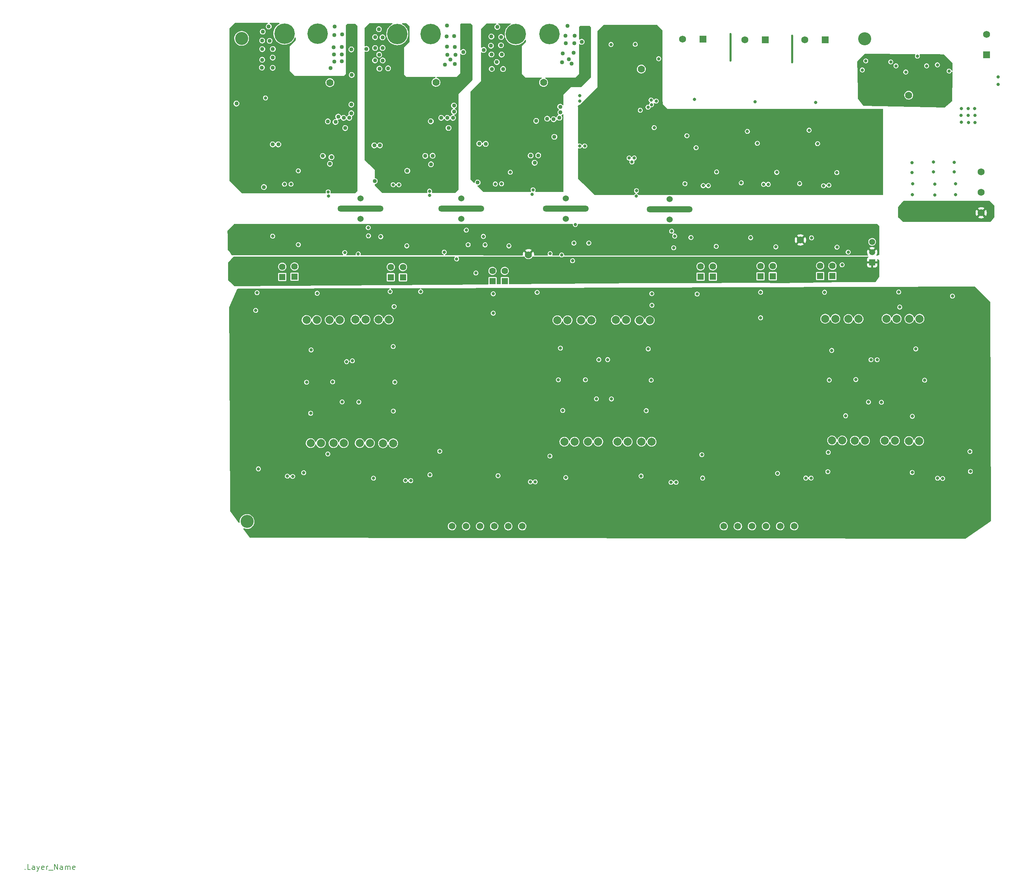
<source format=gbr>
%TF.GenerationSoftware,KiCad,Pcbnew,(5.99.0-10177-gd878cbddbc)*%
%TF.CreationDate,2021-05-05T15:51:09+02:00*%
%TF.ProjectId,TIDA-00555_E2,54494441-2d30-4303-9535-355f45322e6b,rev?*%
%TF.SameCoordinates,Original*%
%TF.FileFunction,Copper,L3,Inr*%
%TF.FilePolarity,Positive*%
%FSLAX46Y46*%
G04 Gerber Fmt 4.6, Leading zero omitted, Abs format (unit mm)*
G04 Created by KiCad (PCBNEW (5.99.0-10177-gd878cbddbc)) date 2021-05-05 15:51:09*
%MOMM*%
%LPD*%
G01*
G04 APERTURE LIST*
%ADD10C,0.203200*%
%TA.AperFunction,NonConductor*%
%ADD11C,0.203200*%
%TD*%
%TA.AperFunction,ComponentPad*%
%ADD12R,1.625600X1.625600*%
%TD*%
%TA.AperFunction,ComponentPad*%
%ADD13C,1.625600*%
%TD*%
%TA.AperFunction,ComponentPad*%
%ADD14C,1.651000*%
%TD*%
%TA.AperFunction,ComponentPad*%
%ADD15C,5.080000*%
%TD*%
%TA.AperFunction,ComponentPad*%
%ADD16C,1.778000*%
%TD*%
%TA.AperFunction,ComponentPad*%
%ADD17O,0.508000X7.162800*%
%TD*%
%TA.AperFunction,ComponentPad*%
%ADD18C,2.000000*%
%TD*%
%TA.AperFunction,ComponentPad*%
%ADD19O,11.430000X1.498600*%
%TD*%
%TA.AperFunction,ComponentPad*%
%ADD20C,3.251200*%
%TD*%
%TA.AperFunction,ComponentPad*%
%ADD21R,1.727200X1.727200*%
%TD*%
%TA.AperFunction,ComponentPad*%
%ADD22C,1.727200*%
%TD*%
%TA.AperFunction,ComponentPad*%
%ADD23C,1.524000*%
%TD*%
%TA.AperFunction,ComponentPad*%
%ADD24R,1.498600X1.498600*%
%TD*%
%TA.AperFunction,ComponentPad*%
%ADD25C,1.498600*%
%TD*%
%TA.AperFunction,ComponentPad*%
%ADD26C,1.752600*%
%TD*%
%TA.AperFunction,ViaPad*%
%ADD27C,0.812800*%
%TD*%
%TA.AperFunction,ViaPad*%
%ADD28C,1.016000*%
%TD*%
%TA.AperFunction,ViaPad*%
%ADD29C,0.800000*%
%TD*%
G04 APERTURE END LIST*
D10*
D11*
X27628508Y-229054572D02*
X27695274Y-229118048D01*
X27628508Y-229181524D01*
X27561742Y-229118048D01*
X27628508Y-229054572D01*
X27628508Y-229181524D01*
X28963822Y-229181524D02*
X28296165Y-229181524D01*
X28296165Y-227848532D01*
X30032074Y-229181524D02*
X30032074Y-228483290D01*
X29965308Y-228356338D01*
X29831777Y-228292862D01*
X29564714Y-228292862D01*
X29431182Y-228356338D01*
X30032074Y-229118048D02*
X29898542Y-229181524D01*
X29564714Y-229181524D01*
X29431182Y-229118048D01*
X29364417Y-228991096D01*
X29364417Y-228864145D01*
X29431182Y-228737193D01*
X29564714Y-228673717D01*
X29898542Y-228673717D01*
X30032074Y-228610241D01*
X30566200Y-228292862D02*
X30900028Y-229181524D01*
X31233857Y-228292862D02*
X30900028Y-229181524D01*
X30766497Y-229498903D01*
X30699731Y-229562379D01*
X30566200Y-229625854D01*
X32302108Y-229118048D02*
X32168577Y-229181524D01*
X31901514Y-229181524D01*
X31767982Y-229118048D01*
X31701217Y-228991096D01*
X31701217Y-228483290D01*
X31767982Y-228356338D01*
X31901514Y-228292862D01*
X32168577Y-228292862D01*
X32302108Y-228356338D01*
X32368874Y-228483290D01*
X32368874Y-228610241D01*
X31701217Y-228737193D01*
X32969765Y-229181524D02*
X32969765Y-228292862D01*
X32969765Y-228546766D02*
X33036531Y-228419814D01*
X33103297Y-228356338D01*
X33236828Y-228292862D01*
X33370360Y-228292862D01*
X33503891Y-229308475D02*
X34572142Y-229308475D01*
X34905971Y-229181524D02*
X34905971Y-227848532D01*
X35707160Y-229181524D01*
X35707160Y-227848532D01*
X36975708Y-229181524D02*
X36975708Y-228483290D01*
X36908942Y-228356338D01*
X36775411Y-228292862D01*
X36508348Y-228292862D01*
X36374817Y-228356338D01*
X36975708Y-229118048D02*
X36842177Y-229181524D01*
X36508348Y-229181524D01*
X36374817Y-229118048D01*
X36308051Y-228991096D01*
X36308051Y-228864145D01*
X36374817Y-228737193D01*
X36508348Y-228673717D01*
X36842177Y-228673717D01*
X36975708Y-228610241D01*
X37643365Y-229181524D02*
X37643365Y-228292862D01*
X37643365Y-228419814D02*
X37710131Y-228356338D01*
X37843662Y-228292862D01*
X38043960Y-228292862D01*
X38177491Y-228356338D01*
X38244257Y-228483290D01*
X38244257Y-229181524D01*
X38244257Y-228483290D02*
X38311022Y-228356338D01*
X38444554Y-228292862D01*
X38644851Y-228292862D01*
X38778382Y-228356338D01*
X38845148Y-228483290D01*
X38845148Y-229181524D01*
X40046931Y-229118048D02*
X39913400Y-229181524D01*
X39646337Y-229181524D01*
X39512805Y-229118048D01*
X39446040Y-228991096D01*
X39446040Y-228483290D01*
X39512805Y-228356338D01*
X39646337Y-228292862D01*
X39913400Y-228292862D01*
X40046931Y-228356338D01*
X40113697Y-228483290D01*
X40113697Y-228610241D01*
X39446040Y-228737193D01*
D12*
%TO.N,DOUTP_W_PH*%
%TO.C,J26*%
X228432200Y-81534000D03*
D13*
%TO.N,DOUTP_W_PH1*%
X228432200Y-78994000D03*
%TD*%
D14*
%TO.N,Ip_U*%
%TO.C,J8*%
X133794797Y-143771600D03*
%TO.N,In_U*%
X137294800Y-143771600D03*
%TO.N,Ip_V*%
X140794801Y-143771600D03*
%TO.N,In_V*%
X144294802Y-143771600D03*
%TO.N,Ip_W*%
X147794802Y-143771600D03*
%TO.N,In_W*%
X151294803Y-143771600D03*
%TD*%
D12*
%TO.N,DOUTN_W_PH*%
%TO.C,J27*%
X225384200Y-81508600D03*
D13*
%TO.N,DOUTN_W_PH1*%
X225384200Y-78968600D03*
%TD*%
D15*
%TO.N,GND_WSH*%
%TO.C,TP7*%
X149666800Y-21336000D03*
%TD*%
D16*
%TO.N,-5.0V_PH*%
%TO.C,TP16*%
X180898800Y-30022800D03*
%TD*%
D15*
%TO.N,NetFB6_1*%
%TO.C,TP8*%
X158048800Y-21336000D03*
%TD*%
D17*
%TO.N,*%
%TO.C,*%
X218399200Y-25069800D03*
%TD*%
D18*
%TO.N,Vp_V*%
%TO.C,TP29*%
X234950000Y-92202000D03*
X232410000Y-92202000D03*
%TD*%
D12*
%TO.N,DOUTP_CH_W*%
%TO.C,J20*%
X146923600Y-82778600D03*
D13*
%TO.N,DOUTP_CH_W1*%
X146923600Y-80238600D03*
%TD*%
D16*
%TO.N,AMC_VCC*%
%TO.C,TP17*%
X220472000Y-72542400D03*
%TD*%
D12*
%TO.N,DOUTN_CH_W*%
%TO.C,J21*%
X143875600Y-82778600D03*
D13*
%TO.N,DOUTN_CH_W1*%
X143875600Y-80238600D03*
%TD*%
D18*
%TO.N,Ip_W*%
%TO.C,TP21*%
X168452800Y-92506800D03*
X165912800Y-92506800D03*
%TD*%
%TO.N,In_U*%
%TO.C,TP15*%
X104343200Y-123088400D03*
X106883200Y-123088400D03*
%TD*%
D19*
%TO.N,*%
%TO.C,*%
X111058800Y-64770000D03*
%TD*%
D20*
%TO.N,N/C*%
%TO.C,MH2*%
X82829400Y-142595600D03*
%TD*%
D18*
%TO.N,Vn_V*%
%TO.C,TP33*%
X236524800Y-122478800D03*
X233984800Y-122478800D03*
%TD*%
D20*
%TO.N,N/C*%
%TO.C,MH3*%
X236433200Y-22529800D03*
%TD*%
D21*
%TO.N,NetFB11_1*%
%TO.C,J15*%
X211693600Y-22758400D03*
D22*
%TO.N,NEUTRAL*%
X206613600Y-22758400D03*
%TD*%
D18*
%TO.N,In_W*%
%TO.C,TP22*%
X167640000Y-122732800D03*
X170180000Y-122732800D03*
%TD*%
%TO.N,Net-(R120-Pad1)*%
%TO.C,TP23*%
X164287200Y-122732800D03*
X161747200Y-122732800D03*
%TD*%
D12*
%TO.N,DOUTN_CH_U*%
%TO.C,J11*%
X91602400Y-81737200D03*
D13*
%TO.N,DOUTN_CH_U1*%
X91602400Y-79197200D03*
%TD*%
D20*
%TO.N,N/C*%
%TO.C,MH1*%
X81493200Y-22402800D03*
%TD*%
D18*
%TO.N,Net-(R136-Pad1)*%
%TO.C,TP35*%
X247446800Y-122580400D03*
X249986800Y-122580400D03*
%TD*%
D14*
%TO.N,Vp_U*%
%TO.C,J29*%
X201409597Y-143764000D03*
%TO.N,Vn_U*%
X204909600Y-143764000D03*
%TO.N,Vp_V*%
X208409601Y-143764000D03*
%TO.N,Vn_V*%
X211909602Y-143764000D03*
%TO.N,Vp_W*%
X215409602Y-143764000D03*
%TO.N,Vn_W*%
X218909603Y-143764000D03*
%TD*%
D15*
%TO.N,NetFB4_1*%
%TO.C,TP5*%
X128534000Y-21336000D03*
%TD*%
D12*
%TO.N,DOUTP_CH_V*%
%TO.C,J18*%
X121599800Y-81838800D03*
D13*
%TO.N,DOUTP_CH_V1*%
X121599800Y-79298800D03*
%TD*%
D18*
%TO.N,In_V*%
%TO.C,TP53*%
X113385600Y-123088400D03*
X110845600Y-123088400D03*
%TD*%
D19*
%TO.N,*%
%TO.C,*%
X136077800Y-64770000D03*
%TD*%
D12*
%TO.N,DOUTP_U_PH*%
%TO.C,J22*%
X198688800Y-81661000D03*
D13*
%TO.N,DOUTP_U_PH1*%
X198688800Y-79121000D03*
%TD*%
D18*
%TO.N,Net-(R128-Pad2)*%
%TO.C,TP31*%
X247548400Y-92151200D03*
X250088400Y-92151200D03*
%TD*%
D12*
%TO.N,DOUTN_U_PH*%
%TO.C,J23*%
X195615400Y-81686400D03*
D13*
%TO.N,DOUTN_U_PH1*%
X195615400Y-79146400D03*
%TD*%
D12*
%TO.N,DOUTN_V_PH*%
%TO.C,J25*%
X210550600Y-81584800D03*
D13*
%TO.N,DOUTN_V_PH1*%
X210550600Y-79044800D03*
%TD*%
D18*
%TO.N,Net-(R46-Pad1)*%
%TO.C,TP52*%
X119176800Y-123139200D03*
X116636800Y-123139200D03*
%TD*%
D16*
%TO.N,-5.0V_VSH*%
%TO.C,TP6*%
X129829400Y-33324800D03*
%TD*%
D23*
%TO.N,DGND*%
%TO.C,C51*%
X187944600Y-67437000D03*
%TO.N,GND_PH*%
X187944600Y-62357000D03*
%TD*%
D17*
%TO.N,*%
%TO.C,*%
X203108400Y-24638000D03*
%TD*%
D23*
%TO.N,DGND*%
%TO.C,C7*%
X111058800Y-67310000D03*
%TO.N,GND_USH*%
X111058800Y-62230000D03*
%TD*%
D18*
%TO.N,Vn_U*%
%TO.C,TP26*%
X174955200Y-122732800D03*
X177495200Y-122732800D03*
%TD*%
D12*
%TO.N,DOUTP_CH_U*%
%TO.C,J10*%
X94650400Y-81686400D03*
D13*
%TO.N,DOUTP_CH_U1*%
X94650400Y-79146400D03*
%TD*%
D12*
%TO.N,DOUTN_CH_V*%
%TO.C,J19*%
X118577200Y-81813400D03*
D13*
%TO.N,DOUTN_CH_V1*%
X118577200Y-79273400D03*
%TD*%
D18*
%TO.N,Net-(R29-Pad1)*%
%TO.C,TP11*%
X100177600Y-92456000D03*
X97637600Y-92456000D03*
%TD*%
%TO.N,Net-(R124-Pad1)*%
%TO.C,TP28*%
X226618800Y-92151200D03*
X229158800Y-92151200D03*
%TD*%
D16*
%TO.N,AMC_VCC*%
%TO.C,TP9*%
X152816400Y-76225400D03*
%TD*%
D12*
%TO.N,DOUTP_V_PH*%
%TO.C,J24*%
X213598600Y-81559400D03*
D13*
%TO.N,DOUTP_V_PH1*%
X213598600Y-79019400D03*
%TD*%
D18*
%TO.N,Net-(R116-Pad2)*%
%TO.C,TP20*%
X160020000Y-92506800D03*
X162560000Y-92506800D03*
%TD*%
D24*
%TO.N,AVCC*%
%TO.C,J28*%
X238312800Y-78105000D03*
D25*
%TO.N,AMC_VCC*%
X238312800Y-75565000D03*
%TO.N,+5V_CNTL*%
X238312800Y-73025000D03*
%TD*%
D16*
%TO.N,-5.0V_WSH*%
%TO.C,TP10*%
X156575600Y-33350200D03*
%TD*%
D18*
%TO.N,Net-(R108-Pad1)*%
%TO.C,TP24*%
X180441600Y-92557600D03*
X182981600Y-92557600D03*
%TD*%
%TO.N,Ip_V*%
%TO.C,TP51*%
X109778800Y-92354400D03*
X112318800Y-92354400D03*
%TD*%
D26*
%TO.N,+15V*%
%TO.C,J30*%
X265430000Y-55626000D03*
%TO.N,DGND*%
X265430000Y-60706000D03*
%TO.N,-15V*%
X265430000Y-65786000D03*
%TD*%
D15*
%TO.N,GND_VSH*%
%TO.C,TP4*%
X120202800Y-21336000D03*
%TD*%
D18*
%TO.N,Vp_W*%
%TO.C,TP30*%
X244398800Y-92151200D03*
X241858800Y-92151200D03*
%TD*%
D15*
%TO.N,GND_USH*%
%TO.C,TP1*%
X92135800Y-21209000D03*
%TD*%
D19*
%TO.N,*%
%TO.C,*%
X187944600Y-64897000D03*
%TD*%
D16*
%TO.N,-5.0V_USH*%
%TO.C,TP3*%
X103438800Y-33401000D03*
%TD*%
D15*
%TO.N,NetFB2_1*%
%TO.C,TP2*%
X100390800Y-21209000D03*
%TD*%
D21*
%TO.N,+5V_CNTL*%
%TO.C,J17*%
X266750800Y-26517600D03*
D22*
%TO.N,DGND*%
X266750800Y-21437600D03*
%TD*%
D21*
%TO.N,NetFB12_1*%
%TO.C,J16*%
X226603400Y-22758400D03*
D22*
%TO.N,NEUTRAL*%
X221523400Y-22758400D03*
%TD*%
D21*
%TO.N,NetFB9_1*%
%TO.C,J14*%
X196225000Y-22555200D03*
D22*
%TO.N,NEUTRAL*%
X191145000Y-22555200D03*
%TD*%
D18*
%TO.N,Net-(R132-Pad2)*%
%TO.C,TP32*%
X230886000Y-122428000D03*
X228346000Y-122428000D03*
%TD*%
D19*
%TO.N,*%
%TO.C,*%
X162112800Y-64770000D03*
%TD*%
D18*
%TO.N,Net-(R112-Pad2)*%
%TO.C,TP27*%
X183438800Y-122732800D03*
X180898800Y-122732800D03*
%TD*%
%TO.N,Ip_U*%
%TO.C,TP12*%
X103378000Y-92456000D03*
X105918000Y-92456000D03*
%TD*%
%TO.N,Vn_W*%
%TO.C,TP34*%
X241452400Y-122478800D03*
X243992400Y-122478800D03*
%TD*%
%TO.N,Net-(R38-Pad2)*%
%TO.C,TP50*%
X115570000Y-92354400D03*
X118110000Y-92354400D03*
%TD*%
D23*
%TO.N,DGND*%
%TO.C,C15*%
X136077800Y-67310000D03*
%TO.N,GND_VSH*%
X136077800Y-62230000D03*
%TD*%
D18*
%TO.N,Net-(R34-Pad2)*%
%TO.C,TP13*%
X101193600Y-123088400D03*
X98653600Y-123088400D03*
%TD*%
%TO.N,Vp_U*%
%TO.C,TP25*%
X174548800Y-92456000D03*
X177088800Y-92456000D03*
%TD*%
D23*
%TO.N,DGND*%
%TO.C,C26*%
X162112800Y-67310000D03*
%TO.N,GND_WSH*%
X162112800Y-62230000D03*
%TD*%
D16*
%TO.N,DVCC*%
%TO.C,TP18*%
X247396000Y-36525200D03*
%TD*%
D27*
%TO.N,+5V_CNTL*%
X113040000Y-71526400D03*
X189189200Y-71577200D03*
X137830400Y-73736200D03*
X142021400Y-73761600D03*
X167827800Y-73329800D03*
X164119400Y-73329800D03*
%TO.N,+5.0V_PH*%
X166811800Y-39370000D03*
X165491000Y-39370000D03*
X208188400Y-55397400D03*
X214563800Y-57302400D03*
X222387000Y-55372000D03*
X165541800Y-37973000D03*
X193812000Y-55245000D03*
X229524400Y-57378600D03*
X165541800Y-36601400D03*
X199603200Y-58216800D03*
%TO.N,+5.0V_USH*%
X90611800Y-38862000D03*
X89214800Y-39878000D03*
X89976800Y-37338000D03*
X95590200Y-56946800D03*
X90611800Y-39878000D03*
D28*
%TO.N,+5.0V_VSH*%
X122692000Y-56946800D03*
D27*
X116011800Y-38862000D03*
X114614800Y-38862000D03*
X114741800Y-37338000D03*
X115376800Y-39878000D03*
%TO.N,+5.0V_WSH*%
X142173800Y-39497000D03*
X148295200Y-57302400D03*
X141234000Y-36449000D03*
X140776800Y-38100000D03*
X140776800Y-39497000D03*
X142173800Y-38100000D03*
%TO.N,AGND*%
X235864400Y-30251400D03*
D29*
X242925600Y-28244800D03*
D27*
%TO.N,AMC_VCC*%
X147965000Y-72415400D03*
X199552400Y-72466200D03*
X95590200Y-72110600D03*
X229524400Y-72567800D03*
X122539600Y-72415400D03*
X214360600Y-72669400D03*
D29*
%TO.N,DGND*%
X248259600Y-130403600D03*
X228244400Y-100025200D03*
X154969600Y-85598000D03*
D27*
X110500000Y-76047600D03*
D29*
X97637600Y-107950000D03*
X183337200Y-107442000D03*
D27*
X208086800Y-71983600D03*
X188452600Y-70358000D03*
D29*
X262636000Y-125171200D03*
X210566000Y-91897200D03*
X126005200Y-85394800D03*
X227633000Y-107391200D03*
X194767200Y-86004400D03*
X182626000Y-99669600D03*
X119401200Y-89103200D03*
D27*
X223225200Y-72009000D03*
X141615000Y-71653400D03*
X263880600Y-43307000D03*
X164475000Y-68707000D03*
X147965000Y-74015600D03*
X249580400Y-26822400D03*
D29*
X259029200Y-58572400D03*
D27*
X251866400Y-29235400D03*
D29*
X158170000Y-126314800D03*
X253898400Y-61366400D03*
X248310400Y-116433600D03*
D27*
X122565000Y-74015600D03*
X134960200Y-77266800D03*
X262204200Y-39827200D03*
D29*
X249174000Y-99669600D03*
D27*
X139760800Y-80772000D03*
X137347800Y-70104000D03*
X257454400Y-30530800D03*
X260451600Y-43256200D03*
D29*
X100279200Y-85801200D03*
X144047600Y-90779600D03*
X227380800Y-125374400D03*
X245160800Y-89255600D03*
X114300000Y-131826000D03*
X182118000Y-115011200D03*
X214782400Y-130606800D03*
D27*
X214360600Y-74269600D03*
D29*
X102920800Y-125780800D03*
X248310400Y-61315600D03*
D27*
X116088000Y-71729600D03*
D29*
X258267200Y-86512400D03*
X251358400Y-107442000D03*
D27*
X263880600Y-41529000D03*
D29*
X183540400Y-88798400D03*
D27*
X262204200Y-41579800D03*
D29*
X180848000Y-131267200D03*
D27*
X95590200Y-73710800D03*
D29*
X161340800Y-114960400D03*
X145266800Y-131191600D03*
D27*
X158201200Y-75946000D03*
X112963800Y-69469000D03*
D29*
X253898400Y-58623200D03*
D27*
X199527000Y-74142600D03*
X89214800Y-71602600D03*
X246659400Y-30759400D03*
D29*
X84988400Y-90068400D03*
D27*
X230819800Y-78740000D03*
X244246400Y-29235400D03*
D29*
X236728000Y-27990800D03*
X231698800Y-116281200D03*
X119225800Y-115114600D03*
D27*
X260527800Y-39827200D03*
D29*
X226466400Y-85547200D03*
D27*
X254533400Y-28981400D03*
D29*
X98653600Y-115671600D03*
D27*
X260426200Y-41579800D03*
X131886800Y-75565000D03*
D29*
X248361200Y-58572400D03*
X119583200Y-107899200D03*
X119176800Y-99060000D03*
D27*
X163789200Y-77724000D03*
D29*
X259080000Y-61264800D03*
X130759200Y-125120400D03*
D27*
X263829800Y-39827200D03*
X269646400Y-32004000D03*
X161096800Y-76276200D03*
X193227800Y-71932800D03*
D29*
X160274000Y-107340400D03*
D27*
X107121800Y-75692000D03*
D29*
X195935600Y-125984000D03*
D27*
X229549800Y-74345800D03*
D29*
X98755200Y-99923600D03*
D27*
X262229600Y-43332400D03*
X269646400Y-33807400D03*
X232343800Y-75565000D03*
X188960600Y-74498200D03*
D29*
X85648800Y-129489200D03*
X160782000Y-99466400D03*
%TO.N,DOUTN_CH_U*%
X94183200Y-131368800D03*
%TO.N,DOUTN_CH_V*%
X123545600Y-132435600D03*
%TO.N,DOUTN_CH_W*%
X154512400Y-132715600D03*
%TO.N,DOUTN_U_PH*%
X189534800Y-132842000D03*
%TO.N,DOUTN_V_PH*%
X223113600Y-131775200D03*
%TO.N,DOUTN_W_PH*%
X255828800Y-131876800D03*
%TO.N,DOUTP_CH_U*%
X92862400Y-131318000D03*
%TO.N,DOUTP_CH_V*%
X122224800Y-132384800D03*
%TO.N,DOUTP_CH_W*%
X153293200Y-132715600D03*
%TO.N,DOUTP_U_PH*%
X188264800Y-132842000D03*
%TO.N,DOUTP_V_PH*%
X221792800Y-131775200D03*
%TO.N,DOUTP_W_PH*%
X254558800Y-131826000D03*
D27*
%TO.N,GND_PH*%
X229524400Y-55803800D03*
X166811800Y-49174400D03*
X209737800Y-48514000D03*
X222615600Y-45237400D03*
X177860800Y-52171600D03*
X165541800Y-49174400D03*
X220278800Y-58521600D03*
X205750000Y-58343800D03*
X184083800Y-44602400D03*
X180654800Y-40284400D03*
X199603200Y-55626000D03*
X179130800Y-52171600D03*
X184591800Y-37998400D03*
X182559800Y-39522400D03*
X183321800Y-37744400D03*
X214563800Y-55727600D03*
X183448800Y-38887400D03*
X178572000Y-53162200D03*
X191754600Y-58547000D03*
X194497800Y-49606200D03*
X192211800Y-46609000D03*
X207274000Y-45542200D03*
X185226800Y-27457400D03*
X179359400Y-23876000D03*
X224723800Y-48590200D03*
X173365000Y-23901400D03*
D28*
%TO.N,GND_USH*%
X89214800Y-48768000D03*
X86598600Y-22936200D03*
X104835800Y-43180000D03*
X105521600Y-41859200D03*
X102930800Y-43053000D03*
X103819800Y-51943000D03*
X86522400Y-29667200D03*
X90611800Y-48768000D03*
X80197800Y-38608000D03*
X86624000Y-25069800D03*
X106867800Y-42164000D03*
X86598600Y-27711400D03*
X88224200Y-19431000D03*
X89214800Y-27178000D03*
X108772800Y-38862000D03*
D27*
X95590200Y-55346600D03*
D28*
X108874400Y-31496000D03*
X88452800Y-23012400D03*
X89214800Y-29718000D03*
X86751000Y-20726400D03*
X103438800Y-53594000D03*
X87030400Y-59385200D03*
X108772800Y-41021000D03*
X101686200Y-51663600D03*
X108772800Y-25146000D03*
X107248800Y-44704000D03*
X89240200Y-25044400D03*
X108264800Y-42164000D03*
%TO.N,GND_VSH*%
X134045800Y-42164000D03*
X114614800Y-57912000D03*
X115630800Y-20116800D03*
X127162400Y-51638200D03*
X132648800Y-42164000D03*
X114691000Y-24790400D03*
X112532000Y-25019000D03*
X115757800Y-29921200D03*
X134299800Y-40640000D03*
X114691000Y-22098000D03*
X116570600Y-27889200D03*
X116545200Y-24765000D03*
X117916800Y-29845000D03*
X115707000Y-26441400D03*
X114487800Y-49022000D03*
X136585800Y-25781000D03*
X128534000Y-43027600D03*
X132953600Y-44678600D03*
X116519800Y-22148800D03*
X134299800Y-39116000D03*
X115884800Y-49022000D03*
X128991200Y-51587400D03*
X114665600Y-27863800D03*
X131124800Y-42164000D03*
X128584800Y-53721000D03*
X122692000Y-55346600D03*
D29*
%TO.N,Ip_V*%
X109016800Y-102616000D03*
D27*
%TO.N,NetC9_2*%
X119186800Y-58801000D03*
%TO.N,NetC9_1*%
X120583800Y-58801000D03*
%TO.N,NetC55_2*%
X196275800Y-59029600D03*
%TO.N,NetC55_1*%
X197545800Y-59029600D03*
%TO.N,NetC61_2*%
X211287200Y-58699400D03*
%TO.N,NetC61_1*%
X212455600Y-58699400D03*
%TO.N,NetC68_2*%
X226222400Y-59055000D03*
%TO.N,NetC68_1*%
X227543200Y-58928000D03*
%TO.N,NetC18_2*%
X144586800Y-58623200D03*
D29*
%TO.N,In_U*%
X106476800Y-112826800D03*
%TO.N,Ip_U*%
X107594400Y-102819200D03*
D27*
%TO.N,NetC18_1*%
X146136200Y-58572400D03*
D29*
%TO.N,Vn_W*%
X240607002Y-112928400D03*
%TO.N,Vn_V*%
X237406602Y-112877600D03*
%TO.N,Vp_W*%
X239540202Y-102362000D03*
D27*
%TO.N,NetC2_1*%
X93786800Y-58674000D03*
%TO.N,NetC2_2*%
X92135800Y-58674000D03*
%TO.N,NetD1_2*%
X87411400Y-37211000D03*
%TO.N,NetD21_1*%
X179638800Y-61645800D03*
D29*
X179679600Y-60299600D03*
D27*
%TO.N,NetD43_1*%
X103032400Y-60579000D03*
X103057800Y-61595000D03*
%TO.N,NetD37_1*%
X128203800Y-61468000D03*
X128254600Y-60401200D03*
%TO.N,NetD32_1*%
X153730800Y-61214000D03*
X153984800Y-60071000D03*
D28*
%TO.N,NetFB2_1*%
X106486800Y-21386800D03*
X106385200Y-24561800D03*
X106436000Y-28117800D03*
X103591200Y-29819600D03*
X104454800Y-26416000D03*
X104378600Y-24612600D03*
X104505600Y-28168600D03*
X104505600Y-21564600D03*
X104607200Y-19481800D03*
X106436000Y-26416000D03*
%TO.N,NetFB4_1*%
X132496400Y-21894800D03*
X134350600Y-21818600D03*
X132598000Y-19177000D03*
X134680800Y-26492200D03*
X132623400Y-26441400D03*
X134528400Y-24511000D03*
X132598000Y-24460200D03*
X134528400Y-28803600D03*
X132013800Y-28956000D03*
X133410800Y-27686000D03*
%TO.N,NetFB6_1*%
X162493800Y-19304000D03*
X162087400Y-23622000D03*
X161350800Y-26162000D03*
X163525200Y-28651200D03*
X164221000Y-23596600D03*
X162900200Y-27559000D03*
X162036600Y-21767800D03*
X164271800Y-21742400D03*
X164094000Y-25958800D03*
X161188400Y-28346400D03*
D27*
%TO.N,NetR60_2*%
X194142200Y-37592000D03*
%TO.N,NetR72_2*%
X209204400Y-38125400D03*
%TO.N,NetR84_2*%
X224241200Y-38354000D03*
D29*
%TO.N,Vp_V*%
X238016202Y-102362000D03*
%TO.N,Vn_U*%
X173482000Y-112115600D03*
%TO.N,Vp_U*%
X172516800Y-102311200D03*
%TO.N,In_W*%
X169722800Y-112064800D03*
%TO.N,Ip_W*%
X170332400Y-102311200D03*
D28*
%TO.N,GND_WSH*%
X154746800Y-42926000D03*
X153375200Y-51536600D03*
X142173800Y-48641000D03*
X159090200Y-42519600D03*
X157490000Y-42367200D03*
X155254800Y-51511200D03*
X159268000Y-46888400D03*
X143621600Y-26390600D03*
X143596200Y-21945600D03*
X160715800Y-39395400D03*
X143494600Y-24231600D03*
X145983800Y-24104600D03*
X143697800Y-29997400D03*
X146034600Y-22047200D03*
X140192600Y-58267600D03*
X141665800Y-25273000D03*
X144942400Y-28295600D03*
X154365800Y-53340000D03*
X160766600Y-40817800D03*
X145069400Y-19558000D03*
X146517200Y-30022800D03*
D27*
X148320600Y-55702200D03*
D28*
X140599000Y-48590200D03*
X146161600Y-26416000D03*
X160512600Y-42138600D03*
X166049800Y-23241000D03*
D27*
%TO.N,AVCC*%
X237388400Y-35331400D03*
X236118400Y-35331400D03*
X238658400Y-35331400D03*
D29*
%TO.N,-15V*%
X231292400Y-89560400D03*
X113131600Y-107696000D03*
X248818400Y-66852800D03*
X248259600Y-125222000D03*
X258724400Y-64058800D03*
X214680800Y-125425200D03*
X248716800Y-64109600D03*
X114300000Y-125984000D03*
X131572000Y-90779600D03*
X96621600Y-90170000D03*
X253796800Y-66802000D03*
X258724400Y-66802000D03*
X145470000Y-126264000D03*
X176326800Y-107442000D03*
X163402400Y-89662000D03*
X180949600Y-126288800D03*
X85902800Y-124561600D03*
X243502602Y-107340400D03*
X253847600Y-64058800D03*
X193954400Y-90830400D03*
X262534400Y-91135200D03*
%TO.N,+15V*%
X234238800Y-107289600D03*
X183489600Y-85902800D03*
X104140000Y-107848400D03*
X144047600Y-85953600D03*
X196138800Y-131775200D03*
X253542800Y-53187600D03*
X248208800Y-55778400D03*
X210566000Y-85547200D03*
X248208800Y-53289200D03*
X166979600Y-107340400D03*
X128320800Y-130962400D03*
X258724400Y-53238400D03*
X253542800Y-55575200D03*
X162102800Y-131673600D03*
X227279200Y-130200400D03*
X118436000Y-85394800D03*
X96926400Y-130454400D03*
X262737600Y-130149600D03*
X85322899Y-85678499D03*
X258724400Y-55626000D03*
X244906800Y-85496400D03*
%TO.N,In_V*%
X110642400Y-112877600D03*
%TD*%
%TA.AperFunction,Conductor*%
%TO.N,-15V*%
G36*
X263921782Y-84195559D02*
G01*
X263943050Y-84212650D01*
X267628440Y-87898040D01*
X267662466Y-87960352D01*
X267665345Y-87986783D01*
X267817415Y-142427826D01*
X267797603Y-142496002D01*
X267763223Y-142531713D01*
X261550871Y-146840280D01*
X261478885Y-146862744D01*
X83578962Y-146608891D01*
X83510870Y-146588792D01*
X83477510Y-146557369D01*
X81945864Y-144467310D01*
X81921732Y-144400541D01*
X81937529Y-144331324D01*
X81988240Y-144281635D01*
X82057764Y-144267251D01*
X82096442Y-144276957D01*
X82097975Y-144277763D01*
X82102383Y-144279302D01*
X82102389Y-144279305D01*
X82347231Y-144364808D01*
X82354648Y-144367398D01*
X82359241Y-144368270D01*
X82617162Y-144417238D01*
X82617165Y-144417238D01*
X82621751Y-144418109D01*
X82757584Y-144423446D01*
X82888748Y-144428600D01*
X82888754Y-144428600D01*
X82893416Y-144428783D01*
X83163675Y-144399184D01*
X83168186Y-144397996D01*
X83168188Y-144397996D01*
X83422067Y-144331156D01*
X83422070Y-144331155D01*
X83426590Y-144329965D01*
X83434986Y-144326358D01*
X83672091Y-144224489D01*
X83672093Y-144224488D01*
X83676385Y-144222644D01*
X83811885Y-144138794D01*
X83903601Y-144082039D01*
X83903605Y-144082036D01*
X83907574Y-144079580D01*
X84115078Y-143903915D01*
X84134709Y-143881530D01*
X84243779Y-143757160D01*
X132760698Y-143757160D01*
X132777587Y-143958293D01*
X132833222Y-144152314D01*
X132925483Y-144331835D01*
X132929306Y-144336659D01*
X132929309Y-144336663D01*
X132993863Y-144418109D01*
X133050856Y-144490016D01*
X133204565Y-144620833D01*
X133209943Y-144623839D01*
X133209945Y-144623840D01*
X133292661Y-144670068D01*
X133380756Y-144719302D01*
X133572718Y-144781674D01*
X133773138Y-144805573D01*
X133779273Y-144805101D01*
X133779275Y-144805101D01*
X133968242Y-144790561D01*
X133968246Y-144790560D01*
X133974384Y-144790088D01*
X134168789Y-144735809D01*
X134174293Y-144733029D01*
X134174295Y-144733028D01*
X134343446Y-144647584D01*
X134343448Y-144647583D01*
X134348949Y-144644804D01*
X134508002Y-144520539D01*
X134534349Y-144490016D01*
X134635864Y-144372408D01*
X134635864Y-144372407D01*
X134639888Y-144367746D01*
X134642932Y-144362388D01*
X134736541Y-144197608D01*
X134736543Y-144197604D01*
X134739586Y-144192247D01*
X134803296Y-144000725D01*
X134815145Y-143906934D01*
X134828152Y-143803979D01*
X134828153Y-143803972D01*
X134828594Y-143800477D01*
X134828997Y-143771600D01*
X134827581Y-143757160D01*
X136260701Y-143757160D01*
X136277590Y-143958293D01*
X136333225Y-144152314D01*
X136425486Y-144331835D01*
X136429309Y-144336659D01*
X136429312Y-144336663D01*
X136493866Y-144418109D01*
X136550859Y-144490016D01*
X136704568Y-144620833D01*
X136709946Y-144623839D01*
X136709948Y-144623840D01*
X136792664Y-144670068D01*
X136880759Y-144719302D01*
X137072721Y-144781674D01*
X137273141Y-144805573D01*
X137279276Y-144805101D01*
X137279278Y-144805101D01*
X137468245Y-144790561D01*
X137468249Y-144790560D01*
X137474387Y-144790088D01*
X137668792Y-144735809D01*
X137674296Y-144733029D01*
X137674298Y-144733028D01*
X137843449Y-144647584D01*
X137843451Y-144647583D01*
X137848952Y-144644804D01*
X138008005Y-144520539D01*
X138034352Y-144490016D01*
X138135867Y-144372408D01*
X138135867Y-144372407D01*
X138139891Y-144367746D01*
X138142935Y-144362388D01*
X138236544Y-144197608D01*
X138236546Y-144197604D01*
X138239589Y-144192247D01*
X138303299Y-144000725D01*
X138315148Y-143906934D01*
X138328155Y-143803979D01*
X138328156Y-143803972D01*
X138328597Y-143800477D01*
X138329000Y-143771600D01*
X138327584Y-143757160D01*
X139760702Y-143757160D01*
X139777591Y-143958293D01*
X139833226Y-144152314D01*
X139925487Y-144331835D01*
X139929310Y-144336659D01*
X139929313Y-144336663D01*
X139993867Y-144418109D01*
X140050860Y-144490016D01*
X140204569Y-144620833D01*
X140209947Y-144623839D01*
X140209949Y-144623840D01*
X140292665Y-144670068D01*
X140380760Y-144719302D01*
X140572722Y-144781674D01*
X140773142Y-144805573D01*
X140779277Y-144805101D01*
X140779279Y-144805101D01*
X140968246Y-144790561D01*
X140968250Y-144790560D01*
X140974388Y-144790088D01*
X141168793Y-144735809D01*
X141174297Y-144733029D01*
X141174299Y-144733028D01*
X141343450Y-144647584D01*
X141343452Y-144647583D01*
X141348953Y-144644804D01*
X141508006Y-144520539D01*
X141534353Y-144490016D01*
X141635868Y-144372408D01*
X141635868Y-144372407D01*
X141639892Y-144367746D01*
X141642936Y-144362388D01*
X141736545Y-144197608D01*
X141736547Y-144197604D01*
X141739590Y-144192247D01*
X141803300Y-144000725D01*
X141815149Y-143906934D01*
X141828156Y-143803979D01*
X141828157Y-143803972D01*
X141828598Y-143800477D01*
X141829001Y-143771600D01*
X141827585Y-143757160D01*
X143260703Y-143757160D01*
X143277592Y-143958293D01*
X143333227Y-144152314D01*
X143425488Y-144331835D01*
X143429311Y-144336659D01*
X143429314Y-144336663D01*
X143493868Y-144418109D01*
X143550861Y-144490016D01*
X143704570Y-144620833D01*
X143709948Y-144623839D01*
X143709950Y-144623840D01*
X143792666Y-144670068D01*
X143880761Y-144719302D01*
X144072723Y-144781674D01*
X144273143Y-144805573D01*
X144279278Y-144805101D01*
X144279280Y-144805101D01*
X144468247Y-144790561D01*
X144468251Y-144790560D01*
X144474389Y-144790088D01*
X144668794Y-144735809D01*
X144674298Y-144733029D01*
X144674300Y-144733028D01*
X144843451Y-144647584D01*
X144843453Y-144647583D01*
X144848954Y-144644804D01*
X145008007Y-144520539D01*
X145034354Y-144490016D01*
X145135869Y-144372408D01*
X145135869Y-144372407D01*
X145139893Y-144367746D01*
X145142937Y-144362388D01*
X145236546Y-144197608D01*
X145236548Y-144197604D01*
X145239591Y-144192247D01*
X145303301Y-144000725D01*
X145315150Y-143906934D01*
X145328157Y-143803979D01*
X145328158Y-143803972D01*
X145328599Y-143800477D01*
X145329002Y-143771600D01*
X145327586Y-143757160D01*
X146760703Y-143757160D01*
X146777592Y-143958293D01*
X146833227Y-144152314D01*
X146925488Y-144331835D01*
X146929311Y-144336659D01*
X146929314Y-144336663D01*
X146993868Y-144418109D01*
X147050861Y-144490016D01*
X147204570Y-144620833D01*
X147209948Y-144623839D01*
X147209950Y-144623840D01*
X147292666Y-144670068D01*
X147380761Y-144719302D01*
X147572723Y-144781674D01*
X147773143Y-144805573D01*
X147779278Y-144805101D01*
X147779280Y-144805101D01*
X147968247Y-144790561D01*
X147968251Y-144790560D01*
X147974389Y-144790088D01*
X148168794Y-144735809D01*
X148174298Y-144733029D01*
X148174300Y-144733028D01*
X148343451Y-144647584D01*
X148343453Y-144647583D01*
X148348954Y-144644804D01*
X148508007Y-144520539D01*
X148534354Y-144490016D01*
X148635869Y-144372408D01*
X148635869Y-144372407D01*
X148639893Y-144367746D01*
X148642937Y-144362388D01*
X148736546Y-144197608D01*
X148736548Y-144197604D01*
X148739591Y-144192247D01*
X148803301Y-144000725D01*
X148815150Y-143906934D01*
X148828157Y-143803979D01*
X148828158Y-143803972D01*
X148828599Y-143800477D01*
X148829002Y-143771600D01*
X148827586Y-143757160D01*
X150260704Y-143757160D01*
X150277593Y-143958293D01*
X150333228Y-144152314D01*
X150425489Y-144331835D01*
X150429312Y-144336659D01*
X150429315Y-144336663D01*
X150493869Y-144418109D01*
X150550862Y-144490016D01*
X150704571Y-144620833D01*
X150709949Y-144623839D01*
X150709951Y-144623840D01*
X150792667Y-144670068D01*
X150880762Y-144719302D01*
X151072724Y-144781674D01*
X151273144Y-144805573D01*
X151279279Y-144805101D01*
X151279281Y-144805101D01*
X151468248Y-144790561D01*
X151468252Y-144790560D01*
X151474390Y-144790088D01*
X151668795Y-144735809D01*
X151674299Y-144733029D01*
X151674301Y-144733028D01*
X151843452Y-144647584D01*
X151843454Y-144647583D01*
X151848955Y-144644804D01*
X152008008Y-144520539D01*
X152034355Y-144490016D01*
X152135870Y-144372408D01*
X152135870Y-144372407D01*
X152139894Y-144367746D01*
X152142938Y-144362388D01*
X152236547Y-144197608D01*
X152236549Y-144197604D01*
X152239592Y-144192247D01*
X152303302Y-144000725D01*
X152315151Y-143906934D01*
X152328158Y-143803979D01*
X152328159Y-143803972D01*
X152328600Y-143800477D01*
X152329003Y-143771600D01*
X152326842Y-143749560D01*
X200375498Y-143749560D01*
X200392387Y-143950693D01*
X200448022Y-144144714D01*
X200540283Y-144324235D01*
X200544106Y-144329059D01*
X200544109Y-144329063D01*
X200613996Y-144417238D01*
X200665656Y-144482416D01*
X200819365Y-144613233D01*
X200824743Y-144616239D01*
X200824745Y-144616240D01*
X200875855Y-144644804D01*
X200995556Y-144711702D01*
X201187518Y-144774074D01*
X201387938Y-144797973D01*
X201394073Y-144797501D01*
X201394075Y-144797501D01*
X201583042Y-144782961D01*
X201583046Y-144782960D01*
X201589184Y-144782488D01*
X201783589Y-144728209D01*
X201789093Y-144725429D01*
X201789095Y-144725428D01*
X201958246Y-144639984D01*
X201958248Y-144639983D01*
X201963749Y-144637204D01*
X202122802Y-144512939D01*
X202142589Y-144490016D01*
X202250664Y-144364808D01*
X202250664Y-144364807D01*
X202254688Y-144360146D01*
X202257732Y-144354788D01*
X202351341Y-144190008D01*
X202351343Y-144190004D01*
X202354386Y-144184647D01*
X202418096Y-143993125D01*
X202429810Y-143900404D01*
X202442952Y-143796379D01*
X202442953Y-143796372D01*
X202443394Y-143792877D01*
X202443797Y-143764000D01*
X202442381Y-143749560D01*
X203875501Y-143749560D01*
X203892390Y-143950693D01*
X203948025Y-144144714D01*
X204040286Y-144324235D01*
X204044109Y-144329059D01*
X204044112Y-144329063D01*
X204113999Y-144417238D01*
X204165659Y-144482416D01*
X204319368Y-144613233D01*
X204324746Y-144616239D01*
X204324748Y-144616240D01*
X204375858Y-144644804D01*
X204495559Y-144711702D01*
X204687521Y-144774074D01*
X204887941Y-144797973D01*
X204894076Y-144797501D01*
X204894078Y-144797501D01*
X205083045Y-144782961D01*
X205083049Y-144782960D01*
X205089187Y-144782488D01*
X205283592Y-144728209D01*
X205289096Y-144725429D01*
X205289098Y-144725428D01*
X205458249Y-144639984D01*
X205458251Y-144639983D01*
X205463752Y-144637204D01*
X205622805Y-144512939D01*
X205642592Y-144490016D01*
X205750667Y-144364808D01*
X205750667Y-144364807D01*
X205754691Y-144360146D01*
X205757735Y-144354788D01*
X205851344Y-144190008D01*
X205851346Y-144190004D01*
X205854389Y-144184647D01*
X205918099Y-143993125D01*
X205929813Y-143900404D01*
X205942955Y-143796379D01*
X205942956Y-143796372D01*
X205943397Y-143792877D01*
X205943800Y-143764000D01*
X205942384Y-143749560D01*
X207375502Y-143749560D01*
X207392391Y-143950693D01*
X207448026Y-144144714D01*
X207540287Y-144324235D01*
X207544110Y-144329059D01*
X207544113Y-144329063D01*
X207614000Y-144417238D01*
X207665660Y-144482416D01*
X207819369Y-144613233D01*
X207824747Y-144616239D01*
X207824749Y-144616240D01*
X207875859Y-144644804D01*
X207995560Y-144711702D01*
X208187522Y-144774074D01*
X208387942Y-144797973D01*
X208394077Y-144797501D01*
X208394079Y-144797501D01*
X208583046Y-144782961D01*
X208583050Y-144782960D01*
X208589188Y-144782488D01*
X208783593Y-144728209D01*
X208789097Y-144725429D01*
X208789099Y-144725428D01*
X208958250Y-144639984D01*
X208958252Y-144639983D01*
X208963753Y-144637204D01*
X209122806Y-144512939D01*
X209142593Y-144490016D01*
X209250668Y-144364808D01*
X209250668Y-144364807D01*
X209254692Y-144360146D01*
X209257736Y-144354788D01*
X209351345Y-144190008D01*
X209351347Y-144190004D01*
X209354390Y-144184647D01*
X209418100Y-143993125D01*
X209429814Y-143900404D01*
X209442956Y-143796379D01*
X209442957Y-143796372D01*
X209443398Y-143792877D01*
X209443801Y-143764000D01*
X209442385Y-143749560D01*
X210875503Y-143749560D01*
X210892392Y-143950693D01*
X210948027Y-144144714D01*
X211040288Y-144324235D01*
X211044111Y-144329059D01*
X211044114Y-144329063D01*
X211114001Y-144417238D01*
X211165661Y-144482416D01*
X211319370Y-144613233D01*
X211324748Y-144616239D01*
X211324750Y-144616240D01*
X211375860Y-144644804D01*
X211495561Y-144711702D01*
X211687523Y-144774074D01*
X211887943Y-144797973D01*
X211894078Y-144797501D01*
X211894080Y-144797501D01*
X212083047Y-144782961D01*
X212083051Y-144782960D01*
X212089189Y-144782488D01*
X212283594Y-144728209D01*
X212289098Y-144725429D01*
X212289100Y-144725428D01*
X212458251Y-144639984D01*
X212458253Y-144639983D01*
X212463754Y-144637204D01*
X212622807Y-144512939D01*
X212642594Y-144490016D01*
X212750669Y-144364808D01*
X212750669Y-144364807D01*
X212754693Y-144360146D01*
X212757737Y-144354788D01*
X212851346Y-144190008D01*
X212851348Y-144190004D01*
X212854391Y-144184647D01*
X212918101Y-143993125D01*
X212929815Y-143900404D01*
X212942957Y-143796379D01*
X212942958Y-143796372D01*
X212943399Y-143792877D01*
X212943802Y-143764000D01*
X212942386Y-143749560D01*
X214375503Y-143749560D01*
X214392392Y-143950693D01*
X214448027Y-144144714D01*
X214540288Y-144324235D01*
X214544111Y-144329059D01*
X214544114Y-144329063D01*
X214614001Y-144417238D01*
X214665661Y-144482416D01*
X214819370Y-144613233D01*
X214824748Y-144616239D01*
X214824750Y-144616240D01*
X214875860Y-144644804D01*
X214995561Y-144711702D01*
X215187523Y-144774074D01*
X215387943Y-144797973D01*
X215394078Y-144797501D01*
X215394080Y-144797501D01*
X215583047Y-144782961D01*
X215583051Y-144782960D01*
X215589189Y-144782488D01*
X215783594Y-144728209D01*
X215789098Y-144725429D01*
X215789100Y-144725428D01*
X215958251Y-144639984D01*
X215958253Y-144639983D01*
X215963754Y-144637204D01*
X216122807Y-144512939D01*
X216142594Y-144490016D01*
X216250669Y-144364808D01*
X216250669Y-144364807D01*
X216254693Y-144360146D01*
X216257737Y-144354788D01*
X216351346Y-144190008D01*
X216351348Y-144190004D01*
X216354391Y-144184647D01*
X216418101Y-143993125D01*
X216429815Y-143900404D01*
X216442957Y-143796379D01*
X216442958Y-143796372D01*
X216443399Y-143792877D01*
X216443802Y-143764000D01*
X216442386Y-143749560D01*
X217875504Y-143749560D01*
X217892393Y-143950693D01*
X217948028Y-144144714D01*
X218040289Y-144324235D01*
X218044112Y-144329059D01*
X218044115Y-144329063D01*
X218114002Y-144417238D01*
X218165662Y-144482416D01*
X218319371Y-144613233D01*
X218324749Y-144616239D01*
X218324751Y-144616240D01*
X218375861Y-144644804D01*
X218495562Y-144711702D01*
X218687524Y-144774074D01*
X218887944Y-144797973D01*
X218894079Y-144797501D01*
X218894081Y-144797501D01*
X219083048Y-144782961D01*
X219083052Y-144782960D01*
X219089190Y-144782488D01*
X219283595Y-144728209D01*
X219289099Y-144725429D01*
X219289101Y-144725428D01*
X219458252Y-144639984D01*
X219458254Y-144639983D01*
X219463755Y-144637204D01*
X219622808Y-144512939D01*
X219642595Y-144490016D01*
X219750670Y-144364808D01*
X219750670Y-144364807D01*
X219754694Y-144360146D01*
X219757738Y-144354788D01*
X219851347Y-144190008D01*
X219851349Y-144190004D01*
X219854392Y-144184647D01*
X219918102Y-143993125D01*
X219929816Y-143900404D01*
X219942958Y-143796379D01*
X219942959Y-143796372D01*
X219943400Y-143792877D01*
X219943803Y-143764000D01*
X219924107Y-143563123D01*
X219865769Y-143369897D01*
X219850764Y-143341677D01*
X219773906Y-143197128D01*
X219773905Y-143197126D01*
X219771010Y-143191682D01*
X219653534Y-143047642D01*
X219647336Y-143040042D01*
X219647333Y-143040039D01*
X219643441Y-143035267D01*
X219559476Y-142965805D01*
X219492670Y-142910538D01*
X219492666Y-142910536D01*
X219487920Y-142906609D01*
X219310372Y-142810609D01*
X219142110Y-142758523D01*
X219123445Y-142752745D01*
X219123442Y-142752744D01*
X219117558Y-142750923D01*
X219111433Y-142750279D01*
X219111432Y-142750279D01*
X218922951Y-142730469D01*
X218922950Y-142730469D01*
X218916823Y-142729825D01*
X218834086Y-142737355D01*
X218721952Y-142747560D01*
X218721949Y-142747561D01*
X218715813Y-142748119D01*
X218709907Y-142749857D01*
X218709903Y-142749858D01*
X218562177Y-142793336D01*
X218522185Y-142805106D01*
X218343313Y-142898618D01*
X218338513Y-142902478D01*
X218338512Y-142902478D01*
X218327567Y-142911278D01*
X218186011Y-143025092D01*
X218056271Y-143179711D01*
X218053305Y-143185106D01*
X218053301Y-143185112D01*
X217988216Y-143303501D01*
X217959033Y-143356585D01*
X217898003Y-143548978D01*
X217897317Y-143555095D01*
X217897316Y-143555099D01*
X217897078Y-143557221D01*
X217875504Y-143749560D01*
X216442386Y-143749560D01*
X216424106Y-143563123D01*
X216365768Y-143369897D01*
X216350763Y-143341677D01*
X216273905Y-143197128D01*
X216273904Y-143197126D01*
X216271009Y-143191682D01*
X216153533Y-143047642D01*
X216147335Y-143040042D01*
X216147332Y-143040039D01*
X216143440Y-143035267D01*
X216059475Y-142965805D01*
X215992669Y-142910538D01*
X215992665Y-142910536D01*
X215987919Y-142906609D01*
X215810371Y-142810609D01*
X215642109Y-142758523D01*
X215623444Y-142752745D01*
X215623441Y-142752744D01*
X215617557Y-142750923D01*
X215611432Y-142750279D01*
X215611431Y-142750279D01*
X215422950Y-142730469D01*
X215422949Y-142730469D01*
X215416822Y-142729825D01*
X215334085Y-142737355D01*
X215221951Y-142747560D01*
X215221948Y-142747561D01*
X215215812Y-142748119D01*
X215209906Y-142749857D01*
X215209902Y-142749858D01*
X215062176Y-142793336D01*
X215022184Y-142805106D01*
X214843312Y-142898618D01*
X214838512Y-142902478D01*
X214838511Y-142902478D01*
X214827566Y-142911278D01*
X214686010Y-143025092D01*
X214556270Y-143179711D01*
X214553304Y-143185106D01*
X214553300Y-143185112D01*
X214488215Y-143303501D01*
X214459032Y-143356585D01*
X214398002Y-143548978D01*
X214397316Y-143555095D01*
X214397315Y-143555099D01*
X214397077Y-143557221D01*
X214375503Y-143749560D01*
X212942386Y-143749560D01*
X212924106Y-143563123D01*
X212865768Y-143369897D01*
X212850763Y-143341677D01*
X212773905Y-143197128D01*
X212773904Y-143197126D01*
X212771009Y-143191682D01*
X212653533Y-143047642D01*
X212647335Y-143040042D01*
X212647332Y-143040039D01*
X212643440Y-143035267D01*
X212559475Y-142965805D01*
X212492669Y-142910538D01*
X212492665Y-142910536D01*
X212487919Y-142906609D01*
X212310371Y-142810609D01*
X212142109Y-142758523D01*
X212123444Y-142752745D01*
X212123441Y-142752744D01*
X212117557Y-142750923D01*
X212111432Y-142750279D01*
X212111431Y-142750279D01*
X211922950Y-142730469D01*
X211922949Y-142730469D01*
X211916822Y-142729825D01*
X211834085Y-142737355D01*
X211721951Y-142747560D01*
X211721948Y-142747561D01*
X211715812Y-142748119D01*
X211709906Y-142749857D01*
X211709902Y-142749858D01*
X211562176Y-142793336D01*
X211522184Y-142805106D01*
X211343312Y-142898618D01*
X211338512Y-142902478D01*
X211338511Y-142902478D01*
X211327566Y-142911278D01*
X211186010Y-143025092D01*
X211056270Y-143179711D01*
X211053304Y-143185106D01*
X211053300Y-143185112D01*
X210988215Y-143303501D01*
X210959032Y-143356585D01*
X210898002Y-143548978D01*
X210897316Y-143555095D01*
X210897315Y-143555099D01*
X210897077Y-143557221D01*
X210875503Y-143749560D01*
X209442385Y-143749560D01*
X209424105Y-143563123D01*
X209365767Y-143369897D01*
X209350762Y-143341677D01*
X209273904Y-143197128D01*
X209273903Y-143197126D01*
X209271008Y-143191682D01*
X209153532Y-143047642D01*
X209147334Y-143040042D01*
X209147331Y-143040039D01*
X209143439Y-143035267D01*
X209059474Y-142965805D01*
X208992668Y-142910538D01*
X208992664Y-142910536D01*
X208987918Y-142906609D01*
X208810370Y-142810609D01*
X208642108Y-142758523D01*
X208623443Y-142752745D01*
X208623440Y-142752744D01*
X208617556Y-142750923D01*
X208611431Y-142750279D01*
X208611430Y-142750279D01*
X208422949Y-142730469D01*
X208422948Y-142730469D01*
X208416821Y-142729825D01*
X208334084Y-142737355D01*
X208221950Y-142747560D01*
X208221947Y-142747561D01*
X208215811Y-142748119D01*
X208209905Y-142749857D01*
X208209901Y-142749858D01*
X208062175Y-142793336D01*
X208022183Y-142805106D01*
X207843311Y-142898618D01*
X207838511Y-142902478D01*
X207838510Y-142902478D01*
X207827565Y-142911278D01*
X207686009Y-143025092D01*
X207556269Y-143179711D01*
X207553303Y-143185106D01*
X207553299Y-143185112D01*
X207488214Y-143303501D01*
X207459031Y-143356585D01*
X207398001Y-143548978D01*
X207397315Y-143555095D01*
X207397314Y-143555099D01*
X207397076Y-143557221D01*
X207375502Y-143749560D01*
X205942384Y-143749560D01*
X205924104Y-143563123D01*
X205865766Y-143369897D01*
X205850761Y-143341677D01*
X205773903Y-143197128D01*
X205773902Y-143197126D01*
X205771007Y-143191682D01*
X205653531Y-143047642D01*
X205647333Y-143040042D01*
X205647330Y-143040039D01*
X205643438Y-143035267D01*
X205559473Y-142965805D01*
X205492667Y-142910538D01*
X205492663Y-142910536D01*
X205487917Y-142906609D01*
X205310369Y-142810609D01*
X205142107Y-142758523D01*
X205123442Y-142752745D01*
X205123439Y-142752744D01*
X205117555Y-142750923D01*
X205111430Y-142750279D01*
X205111429Y-142750279D01*
X204922948Y-142730469D01*
X204922947Y-142730469D01*
X204916820Y-142729825D01*
X204834083Y-142737355D01*
X204721949Y-142747560D01*
X204721946Y-142747561D01*
X204715810Y-142748119D01*
X204709904Y-142749857D01*
X204709900Y-142749858D01*
X204562174Y-142793336D01*
X204522182Y-142805106D01*
X204343310Y-142898618D01*
X204338510Y-142902478D01*
X204338509Y-142902478D01*
X204327564Y-142911278D01*
X204186008Y-143025092D01*
X204056268Y-143179711D01*
X204053302Y-143185106D01*
X204053298Y-143185112D01*
X203988213Y-143303501D01*
X203959030Y-143356585D01*
X203898000Y-143548978D01*
X203897314Y-143555095D01*
X203897313Y-143555099D01*
X203897075Y-143557221D01*
X203875501Y-143749560D01*
X202442381Y-143749560D01*
X202424101Y-143563123D01*
X202365763Y-143369897D01*
X202350758Y-143341677D01*
X202273900Y-143197128D01*
X202273899Y-143197126D01*
X202271004Y-143191682D01*
X202153528Y-143047642D01*
X202147330Y-143040042D01*
X202147327Y-143040039D01*
X202143435Y-143035267D01*
X202059470Y-142965805D01*
X201992664Y-142910538D01*
X201992660Y-142910536D01*
X201987914Y-142906609D01*
X201810366Y-142810609D01*
X201642104Y-142758523D01*
X201623439Y-142752745D01*
X201623436Y-142752744D01*
X201617552Y-142750923D01*
X201611427Y-142750279D01*
X201611426Y-142750279D01*
X201422945Y-142730469D01*
X201422944Y-142730469D01*
X201416817Y-142729825D01*
X201334080Y-142737355D01*
X201221946Y-142747560D01*
X201221943Y-142747561D01*
X201215807Y-142748119D01*
X201209901Y-142749857D01*
X201209897Y-142749858D01*
X201062171Y-142793336D01*
X201022179Y-142805106D01*
X200843307Y-142898618D01*
X200838507Y-142902478D01*
X200838506Y-142902478D01*
X200827561Y-142911278D01*
X200686005Y-143025092D01*
X200556265Y-143179711D01*
X200553299Y-143185106D01*
X200553295Y-143185112D01*
X200488210Y-143303501D01*
X200459027Y-143356585D01*
X200397997Y-143548978D01*
X200397311Y-143555095D01*
X200397310Y-143555099D01*
X200397072Y-143557221D01*
X200375498Y-143749560D01*
X152326842Y-143749560D01*
X152309307Y-143570723D01*
X152250969Y-143377497D01*
X152231923Y-143341677D01*
X152159106Y-143204728D01*
X152159105Y-143204726D01*
X152156210Y-143199282D01*
X152109042Y-143141448D01*
X152032536Y-143047642D01*
X152032533Y-143047639D01*
X152028641Y-143042867D01*
X152022046Y-143037411D01*
X151877870Y-142918138D01*
X151877866Y-142918136D01*
X151873120Y-142914209D01*
X151695572Y-142818209D01*
X151599165Y-142788366D01*
X151508645Y-142760345D01*
X151508642Y-142760344D01*
X151502758Y-142758523D01*
X151496633Y-142757879D01*
X151496632Y-142757879D01*
X151308151Y-142738069D01*
X151308150Y-142738069D01*
X151302023Y-142737425D01*
X151219286Y-142744955D01*
X151107152Y-142755160D01*
X151107149Y-142755161D01*
X151101013Y-142755719D01*
X151095107Y-142757457D01*
X151095103Y-142757458D01*
X150963757Y-142796115D01*
X150907385Y-142812706D01*
X150728513Y-142906218D01*
X150723713Y-142910078D01*
X150723712Y-142910078D01*
X150701927Y-142927594D01*
X150571211Y-143032692D01*
X150441471Y-143187311D01*
X150438505Y-143192706D01*
X150438501Y-143192712D01*
X150421868Y-143222968D01*
X150344233Y-143364185D01*
X150283203Y-143556578D01*
X150282517Y-143562695D01*
X150282516Y-143562699D01*
X150261556Y-143749560D01*
X150260704Y-143757160D01*
X148827586Y-143757160D01*
X148809306Y-143570723D01*
X148750968Y-143377497D01*
X148731922Y-143341677D01*
X148659105Y-143204728D01*
X148659104Y-143204726D01*
X148656209Y-143199282D01*
X148609041Y-143141448D01*
X148532535Y-143047642D01*
X148532532Y-143047639D01*
X148528640Y-143042867D01*
X148522045Y-143037411D01*
X148377869Y-142918138D01*
X148377865Y-142918136D01*
X148373119Y-142914209D01*
X148195571Y-142818209D01*
X148099164Y-142788366D01*
X148008644Y-142760345D01*
X148008641Y-142760344D01*
X148002757Y-142758523D01*
X147996632Y-142757879D01*
X147996631Y-142757879D01*
X147808150Y-142738069D01*
X147808149Y-142738069D01*
X147802022Y-142737425D01*
X147719285Y-142744955D01*
X147607151Y-142755160D01*
X147607148Y-142755161D01*
X147601012Y-142755719D01*
X147595106Y-142757457D01*
X147595102Y-142757458D01*
X147463756Y-142796115D01*
X147407384Y-142812706D01*
X147228512Y-142906218D01*
X147223712Y-142910078D01*
X147223711Y-142910078D01*
X147201926Y-142927594D01*
X147071210Y-143032692D01*
X146941470Y-143187311D01*
X146938504Y-143192706D01*
X146938500Y-143192712D01*
X146921867Y-143222968D01*
X146844232Y-143364185D01*
X146783202Y-143556578D01*
X146782516Y-143562695D01*
X146782515Y-143562699D01*
X146761555Y-143749560D01*
X146760703Y-143757160D01*
X145327586Y-143757160D01*
X145309306Y-143570723D01*
X145250968Y-143377497D01*
X145231922Y-143341677D01*
X145159105Y-143204728D01*
X145159104Y-143204726D01*
X145156209Y-143199282D01*
X145109041Y-143141448D01*
X145032535Y-143047642D01*
X145032532Y-143047639D01*
X145028640Y-143042867D01*
X145022045Y-143037411D01*
X144877869Y-142918138D01*
X144877865Y-142918136D01*
X144873119Y-142914209D01*
X144695571Y-142818209D01*
X144599164Y-142788366D01*
X144508644Y-142760345D01*
X144508641Y-142760344D01*
X144502757Y-142758523D01*
X144496632Y-142757879D01*
X144496631Y-142757879D01*
X144308150Y-142738069D01*
X144308149Y-142738069D01*
X144302022Y-142737425D01*
X144219285Y-142744955D01*
X144107151Y-142755160D01*
X144107148Y-142755161D01*
X144101012Y-142755719D01*
X144095106Y-142757457D01*
X144095102Y-142757458D01*
X143963756Y-142796115D01*
X143907384Y-142812706D01*
X143728512Y-142906218D01*
X143723712Y-142910078D01*
X143723711Y-142910078D01*
X143701926Y-142927594D01*
X143571210Y-143032692D01*
X143441470Y-143187311D01*
X143438504Y-143192706D01*
X143438500Y-143192712D01*
X143421867Y-143222968D01*
X143344232Y-143364185D01*
X143283202Y-143556578D01*
X143282516Y-143562695D01*
X143282515Y-143562699D01*
X143261555Y-143749560D01*
X143260703Y-143757160D01*
X141827585Y-143757160D01*
X141809305Y-143570723D01*
X141750967Y-143377497D01*
X141731921Y-143341677D01*
X141659104Y-143204728D01*
X141659103Y-143204726D01*
X141656208Y-143199282D01*
X141609040Y-143141448D01*
X141532534Y-143047642D01*
X141532531Y-143047639D01*
X141528639Y-143042867D01*
X141522044Y-143037411D01*
X141377868Y-142918138D01*
X141377864Y-142918136D01*
X141373118Y-142914209D01*
X141195570Y-142818209D01*
X141099163Y-142788366D01*
X141008643Y-142760345D01*
X141008640Y-142760344D01*
X141002756Y-142758523D01*
X140996631Y-142757879D01*
X140996630Y-142757879D01*
X140808149Y-142738069D01*
X140808148Y-142738069D01*
X140802021Y-142737425D01*
X140719284Y-142744955D01*
X140607150Y-142755160D01*
X140607147Y-142755161D01*
X140601011Y-142755719D01*
X140595105Y-142757457D01*
X140595101Y-142757458D01*
X140463755Y-142796115D01*
X140407383Y-142812706D01*
X140228511Y-142906218D01*
X140223711Y-142910078D01*
X140223710Y-142910078D01*
X140201925Y-142927594D01*
X140071209Y-143032692D01*
X139941469Y-143187311D01*
X139938503Y-143192706D01*
X139938499Y-143192712D01*
X139921866Y-143222968D01*
X139844231Y-143364185D01*
X139783201Y-143556578D01*
X139782515Y-143562695D01*
X139782514Y-143562699D01*
X139761554Y-143749560D01*
X139760702Y-143757160D01*
X138327584Y-143757160D01*
X138309304Y-143570723D01*
X138250966Y-143377497D01*
X138231920Y-143341677D01*
X138159103Y-143204728D01*
X138159102Y-143204726D01*
X138156207Y-143199282D01*
X138109039Y-143141448D01*
X138032533Y-143047642D01*
X138032530Y-143047639D01*
X138028638Y-143042867D01*
X138022043Y-143037411D01*
X137877867Y-142918138D01*
X137877863Y-142918136D01*
X137873117Y-142914209D01*
X137695569Y-142818209D01*
X137599162Y-142788366D01*
X137508642Y-142760345D01*
X137508639Y-142760344D01*
X137502755Y-142758523D01*
X137496630Y-142757879D01*
X137496629Y-142757879D01*
X137308148Y-142738069D01*
X137308147Y-142738069D01*
X137302020Y-142737425D01*
X137219283Y-142744955D01*
X137107149Y-142755160D01*
X137107146Y-142755161D01*
X137101010Y-142755719D01*
X137095104Y-142757457D01*
X137095100Y-142757458D01*
X136963754Y-142796115D01*
X136907382Y-142812706D01*
X136728510Y-142906218D01*
X136723710Y-142910078D01*
X136723709Y-142910078D01*
X136701924Y-142927594D01*
X136571208Y-143032692D01*
X136441468Y-143187311D01*
X136438502Y-143192706D01*
X136438498Y-143192712D01*
X136421865Y-143222968D01*
X136344230Y-143364185D01*
X136283200Y-143556578D01*
X136282514Y-143562695D01*
X136282513Y-143562699D01*
X136261553Y-143749560D01*
X136260701Y-143757160D01*
X134827581Y-143757160D01*
X134809301Y-143570723D01*
X134750963Y-143377497D01*
X134731917Y-143341677D01*
X134659100Y-143204728D01*
X134659099Y-143204726D01*
X134656204Y-143199282D01*
X134609036Y-143141448D01*
X134532530Y-143047642D01*
X134532527Y-143047639D01*
X134528635Y-143042867D01*
X134522040Y-143037411D01*
X134377864Y-142918138D01*
X134377860Y-142918136D01*
X134373114Y-142914209D01*
X134195566Y-142818209D01*
X134099159Y-142788366D01*
X134008639Y-142760345D01*
X134008636Y-142760344D01*
X134002752Y-142758523D01*
X133996627Y-142757879D01*
X133996626Y-142757879D01*
X133808145Y-142738069D01*
X133808144Y-142738069D01*
X133802017Y-142737425D01*
X133719280Y-142744955D01*
X133607146Y-142755160D01*
X133607143Y-142755161D01*
X133601007Y-142755719D01*
X133595101Y-142757457D01*
X133595097Y-142757458D01*
X133463751Y-142796115D01*
X133407379Y-142812706D01*
X133228507Y-142906218D01*
X133223707Y-142910078D01*
X133223706Y-142910078D01*
X133201921Y-142927594D01*
X133071205Y-143032692D01*
X132941465Y-143187311D01*
X132938499Y-143192706D01*
X132938495Y-143192712D01*
X132921862Y-143222968D01*
X132844227Y-143364185D01*
X132783197Y-143556578D01*
X132782511Y-143562695D01*
X132782510Y-143562699D01*
X132761550Y-143749560D01*
X132760698Y-143757160D01*
X84243779Y-143757160D01*
X84291255Y-143703024D01*
X84291258Y-143703019D01*
X84294337Y-143699509D01*
X84441414Y-143470852D01*
X84553078Y-143222968D01*
X84605411Y-143037411D01*
X84625606Y-142965805D01*
X84625607Y-142965802D01*
X84626876Y-142961301D01*
X84644707Y-142821139D01*
X84660788Y-142694731D01*
X84660788Y-142694725D01*
X84661186Y-142691600D01*
X84663700Y-142595600D01*
X84659786Y-142542929D01*
X84643898Y-142329125D01*
X84643897Y-142329121D01*
X84643552Y-142324473D01*
X84583550Y-142059303D01*
X84485012Y-141805913D01*
X84482694Y-141801857D01*
X84352423Y-141573929D01*
X84352421Y-141573927D01*
X84350104Y-141569872D01*
X84181788Y-141356365D01*
X83983762Y-141170081D01*
X83760378Y-141015114D01*
X83712058Y-140991285D01*
X83520729Y-140896932D01*
X83520726Y-140896931D01*
X83516541Y-140894867D01*
X83257609Y-140811982D01*
X83253002Y-140811232D01*
X83252999Y-140811231D01*
X82993881Y-140769031D01*
X82993882Y-140769031D01*
X82989270Y-140768280D01*
X82857189Y-140766551D01*
X82722096Y-140764782D01*
X82722093Y-140764782D01*
X82717419Y-140764721D01*
X82448028Y-140801384D01*
X82187015Y-140877462D01*
X81940114Y-140991285D01*
X81903769Y-141015114D01*
X81716662Y-141137786D01*
X81716657Y-141137790D01*
X81712749Y-141140352D01*
X81509915Y-141321388D01*
X81336068Y-141530417D01*
X81195027Y-141762845D01*
X81089890Y-142013568D01*
X81088739Y-142018100D01*
X81088738Y-142018103D01*
X81078275Y-142059303D01*
X81022967Y-142277077D01*
X80995729Y-142547584D01*
X81005727Y-142755719D01*
X81007667Y-142796115D01*
X80990956Y-142865117D01*
X80939593Y-142914130D01*
X80869885Y-142927594D01*
X80803963Y-142901234D01*
X80780182Y-142876640D01*
X78662561Y-139986969D01*
X78638195Y-139913123D01*
X78605699Y-133426799D01*
X78595134Y-131318000D01*
X92253700Y-131318000D01*
X92274441Y-131475543D01*
X92277600Y-131483170D01*
X92277601Y-131483173D01*
X92291222Y-131516057D01*
X92335250Y-131622350D01*
X92431984Y-131748416D01*
X92558050Y-131845150D01*
X92614693Y-131868612D01*
X92697227Y-131902799D01*
X92697230Y-131902800D01*
X92704857Y-131905959D01*
X92862400Y-131926700D01*
X92870588Y-131925622D01*
X93011755Y-131907037D01*
X93019943Y-131905959D01*
X93027570Y-131902800D01*
X93027573Y-131902799D01*
X93110107Y-131868612D01*
X93166750Y-131845150D01*
X93292816Y-131748416D01*
X93389550Y-131622350D01*
X93395870Y-131607092D01*
X93440418Y-131551811D01*
X93507781Y-131529390D01*
X93576573Y-131546948D01*
X93624951Y-131598910D01*
X93628688Y-131607092D01*
X93656050Y-131673150D01*
X93752784Y-131799216D01*
X93878850Y-131895950D01*
X93947909Y-131924555D01*
X94018027Y-131953599D01*
X94018030Y-131953600D01*
X94025657Y-131956759D01*
X94183200Y-131977500D01*
X94191388Y-131976422D01*
X94332555Y-131957837D01*
X94340743Y-131956759D01*
X94348370Y-131953600D01*
X94348373Y-131953599D01*
X94418491Y-131924555D01*
X94487550Y-131895950D01*
X94578710Y-131826000D01*
X113691300Y-131826000D01*
X113712041Y-131983543D01*
X113772850Y-132130350D01*
X113869584Y-132256416D01*
X113995650Y-132353150D01*
X114022417Y-132364237D01*
X114134827Y-132410799D01*
X114134830Y-132410800D01*
X114142457Y-132413959D01*
X114150645Y-132415037D01*
X114221229Y-132424330D01*
X114300000Y-132434700D01*
X114308188Y-132433622D01*
X114449355Y-132415037D01*
X114457543Y-132413959D01*
X114465170Y-132410800D01*
X114465173Y-132410799D01*
X114527940Y-132384800D01*
X121616100Y-132384800D01*
X121636841Y-132542343D01*
X121640000Y-132549970D01*
X121640001Y-132549973D01*
X121657883Y-132593143D01*
X121697650Y-132689150D01*
X121794384Y-132815216D01*
X121920450Y-132911950D01*
X121993853Y-132942354D01*
X122059627Y-132969599D01*
X122059630Y-132969600D01*
X122067257Y-132972759D01*
X122224800Y-132993500D01*
X122232988Y-132992422D01*
X122374155Y-132973837D01*
X122382343Y-132972759D01*
X122389970Y-132969600D01*
X122389973Y-132969599D01*
X122455747Y-132942354D01*
X122529150Y-132911950D01*
X122655216Y-132815216D01*
X122751950Y-132689150D01*
X122758270Y-132673892D01*
X122802818Y-132618611D01*
X122870181Y-132596190D01*
X122938973Y-132613748D01*
X122987351Y-132665710D01*
X122991088Y-132673892D01*
X123018450Y-132739950D01*
X123115184Y-132866016D01*
X123241250Y-132962750D01*
X123268017Y-132973837D01*
X123380427Y-133020399D01*
X123380430Y-133020400D01*
X123388057Y-133023559D01*
X123545600Y-133044300D01*
X123553788Y-133043222D01*
X123694955Y-133024637D01*
X123703143Y-133023559D01*
X123710770Y-133020400D01*
X123710773Y-133020399D01*
X123823183Y-132973837D01*
X123849950Y-132962750D01*
X123976016Y-132866016D01*
X124072750Y-132739950D01*
X124082836Y-132715600D01*
X152684500Y-132715600D01*
X152705241Y-132873143D01*
X152766050Y-133019950D01*
X152862784Y-133146016D01*
X152988850Y-133242750D01*
X153060471Y-133272416D01*
X153128027Y-133300399D01*
X153128030Y-133300400D01*
X153135657Y-133303559D01*
X153293200Y-133324300D01*
X153301388Y-133323222D01*
X153442555Y-133304637D01*
X153450743Y-133303559D01*
X153458370Y-133300400D01*
X153458373Y-133300399D01*
X153525929Y-133272416D01*
X153597550Y-133242750D01*
X153723616Y-133146016D01*
X153802838Y-133042772D01*
X153860176Y-133000905D01*
X153931046Y-132996683D01*
X153992949Y-133031447D01*
X154002762Y-133042772D01*
X154081984Y-133146016D01*
X154208050Y-133242750D01*
X154279671Y-133272416D01*
X154347227Y-133300399D01*
X154347230Y-133300400D01*
X154354857Y-133303559D01*
X154512400Y-133324300D01*
X154520588Y-133323222D01*
X154661755Y-133304637D01*
X154669943Y-133303559D01*
X154677570Y-133300400D01*
X154677573Y-133300399D01*
X154745129Y-133272416D01*
X154816750Y-133242750D01*
X154942816Y-133146016D01*
X155039550Y-133019950D01*
X155100359Y-132873143D01*
X155104459Y-132842000D01*
X187656100Y-132842000D01*
X187676841Y-132999543D01*
X187680000Y-133007170D01*
X187680001Y-133007173D01*
X187687235Y-133024637D01*
X187737650Y-133146350D01*
X187834384Y-133272416D01*
X187960450Y-133369150D01*
X188033854Y-133399555D01*
X188099627Y-133426799D01*
X188099630Y-133426800D01*
X188107257Y-133429959D01*
X188264800Y-133450700D01*
X188272988Y-133449622D01*
X188414155Y-133431037D01*
X188422343Y-133429959D01*
X188429970Y-133426800D01*
X188429973Y-133426799D01*
X188495746Y-133399555D01*
X188569150Y-133369150D01*
X188695216Y-133272416D01*
X188791950Y-133146350D01*
X188792750Y-133144420D01*
X188842065Y-133097398D01*
X188911779Y-133083963D01*
X188977689Y-133110350D01*
X189006521Y-133143625D01*
X189007650Y-133146350D01*
X189104384Y-133272416D01*
X189230450Y-133369150D01*
X189303854Y-133399555D01*
X189369627Y-133426799D01*
X189369630Y-133426800D01*
X189377257Y-133429959D01*
X189534800Y-133450700D01*
X189542988Y-133449622D01*
X189684155Y-133431037D01*
X189692343Y-133429959D01*
X189699970Y-133426800D01*
X189699973Y-133426799D01*
X189765746Y-133399555D01*
X189839150Y-133369150D01*
X189965216Y-133272416D01*
X190061950Y-133146350D01*
X190112365Y-133024637D01*
X190119599Y-133007173D01*
X190119600Y-133007170D01*
X190122759Y-132999543D01*
X190143500Y-132842000D01*
X190122759Y-132684457D01*
X190061950Y-132537650D01*
X189965216Y-132411584D01*
X189839150Y-132314850D01*
X189757964Y-132281222D01*
X189699973Y-132257201D01*
X189699970Y-132257200D01*
X189692343Y-132254041D01*
X189534800Y-132233300D01*
X189377257Y-132254041D01*
X189369630Y-132257200D01*
X189369627Y-132257201D01*
X189311636Y-132281222D01*
X189230450Y-132314850D01*
X189104384Y-132411584D01*
X189007650Y-132537650D01*
X189006850Y-132539580D01*
X188957535Y-132586602D01*
X188887821Y-132600037D01*
X188821911Y-132573650D01*
X188793079Y-132540375D01*
X188791950Y-132537650D01*
X188695216Y-132411584D01*
X188569150Y-132314850D01*
X188487964Y-132281222D01*
X188429973Y-132257201D01*
X188429970Y-132257200D01*
X188422343Y-132254041D01*
X188264800Y-132233300D01*
X188107257Y-132254041D01*
X188099630Y-132257200D01*
X188099627Y-132257201D01*
X188041636Y-132281222D01*
X187960450Y-132314850D01*
X187834384Y-132411584D01*
X187737650Y-132537650D01*
X187676841Y-132684457D01*
X187656100Y-132842000D01*
X155104459Y-132842000D01*
X155121100Y-132715600D01*
X155100359Y-132558057D01*
X155091907Y-132537650D01*
X155069859Y-132484422D01*
X155039550Y-132411250D01*
X154942816Y-132285184D01*
X154816750Y-132188450D01*
X154735246Y-132154690D01*
X154677573Y-132130801D01*
X154677570Y-132130800D01*
X154669943Y-132127641D01*
X154632565Y-132122720D01*
X154520588Y-132107978D01*
X154512400Y-132106900D01*
X154504212Y-132107978D01*
X154392236Y-132122720D01*
X154354857Y-132127641D01*
X154347230Y-132130800D01*
X154347227Y-132130801D01*
X154289554Y-132154690D01*
X154208050Y-132188450D01*
X154081984Y-132285184D01*
X154076958Y-132291734D01*
X154002762Y-132388428D01*
X153945424Y-132430295D01*
X153874554Y-132434517D01*
X153812651Y-132399753D01*
X153802838Y-132388428D01*
X153728642Y-132291734D01*
X153723616Y-132285184D01*
X153597550Y-132188450D01*
X153516046Y-132154690D01*
X153458373Y-132130801D01*
X153458370Y-132130800D01*
X153450743Y-132127641D01*
X153413365Y-132122720D01*
X153301388Y-132107978D01*
X153293200Y-132106900D01*
X153285012Y-132107978D01*
X153173036Y-132122720D01*
X153135657Y-132127641D01*
X153128030Y-132130800D01*
X153128027Y-132130801D01*
X153070354Y-132154690D01*
X152988850Y-132188450D01*
X152862784Y-132285184D01*
X152766050Y-132411250D01*
X152735741Y-132484422D01*
X152713694Y-132537650D01*
X152705241Y-132558057D01*
X152684500Y-132715600D01*
X124082836Y-132715600D01*
X124123010Y-132618611D01*
X124130399Y-132600773D01*
X124130400Y-132600770D01*
X124133559Y-132593143D01*
X124154300Y-132435600D01*
X124133559Y-132278057D01*
X124126726Y-132261559D01*
X124093419Y-132181150D01*
X124072750Y-132131250D01*
X123976016Y-132005184D01*
X123849950Y-131908450D01*
X123753772Y-131868612D01*
X123710773Y-131850801D01*
X123710770Y-131850800D01*
X123703143Y-131847641D01*
X123545600Y-131826900D01*
X123388057Y-131847641D01*
X123380430Y-131850800D01*
X123380427Y-131850801D01*
X123337428Y-131868612D01*
X123241250Y-131908450D01*
X123115184Y-132005184D01*
X123018450Y-132131250D01*
X123015290Y-132138880D01*
X123012130Y-132146508D01*
X122967582Y-132201789D01*
X122900219Y-132224210D01*
X122831427Y-132206652D01*
X122783049Y-132154690D01*
X122779312Y-132146508D01*
X122771050Y-132126563D01*
X122751950Y-132080450D01*
X122655216Y-131954384D01*
X122529150Y-131857650D01*
X122432972Y-131817812D01*
X122389973Y-131800001D01*
X122389970Y-131800000D01*
X122382343Y-131796841D01*
X122224800Y-131776100D01*
X122067257Y-131796841D01*
X122059630Y-131800000D01*
X122059627Y-131800001D01*
X122016628Y-131817812D01*
X121920450Y-131857650D01*
X121794384Y-131954384D01*
X121697650Y-132080450D01*
X121678550Y-132126563D01*
X121645376Y-132206652D01*
X121636841Y-132227257D01*
X121616100Y-132384800D01*
X114527940Y-132384800D01*
X114577583Y-132364237D01*
X114604350Y-132353150D01*
X114730416Y-132256416D01*
X114827150Y-132130350D01*
X114887959Y-131983543D01*
X114908700Y-131826000D01*
X114887959Y-131668457D01*
X114871576Y-131628903D01*
X114850533Y-131578103D01*
X114827150Y-131521650D01*
X114730416Y-131395584D01*
X114604350Y-131298850D01*
X114508172Y-131259012D01*
X114465173Y-131241201D01*
X114465170Y-131241200D01*
X114457543Y-131238041D01*
X114300000Y-131217300D01*
X114142457Y-131238041D01*
X114134830Y-131241200D01*
X114134827Y-131241201D01*
X114091828Y-131259012D01*
X113995650Y-131298850D01*
X113869584Y-131395584D01*
X113772850Y-131521650D01*
X113749467Y-131578103D01*
X113728425Y-131628903D01*
X113712041Y-131668457D01*
X113691300Y-131826000D01*
X94578710Y-131826000D01*
X94613616Y-131799216D01*
X94710350Y-131673150D01*
X94748901Y-131580080D01*
X94767999Y-131533973D01*
X94768000Y-131533970D01*
X94771159Y-131526343D01*
X94791900Y-131368800D01*
X94771159Y-131211257D01*
X94766409Y-131199788D01*
X94720059Y-131087890D01*
X94710350Y-131064450D01*
X94613616Y-130938384D01*
X94487550Y-130841650D01*
X94380303Y-130797227D01*
X94348373Y-130784001D01*
X94348370Y-130784000D01*
X94340743Y-130780841D01*
X94183200Y-130760100D01*
X94025657Y-130780841D01*
X94018030Y-130784000D01*
X94018027Y-130784001D01*
X93986097Y-130797227D01*
X93878850Y-130841650D01*
X93752784Y-130938384D01*
X93656050Y-131064450D01*
X93652890Y-131072080D01*
X93649730Y-131079708D01*
X93605182Y-131134989D01*
X93537819Y-131157410D01*
X93469027Y-131139852D01*
X93420649Y-131087890D01*
X93416912Y-131079708D01*
X93409586Y-131062022D01*
X93389550Y-131013650D01*
X93292816Y-130887584D01*
X93166750Y-130790850D01*
X93085564Y-130757222D01*
X93027573Y-130733201D01*
X93027570Y-130733200D01*
X93019943Y-130730041D01*
X92862400Y-130709300D01*
X92704857Y-130730041D01*
X92697230Y-130733200D01*
X92697227Y-130733201D01*
X92639236Y-130757222D01*
X92558050Y-130790850D01*
X92431984Y-130887584D01*
X92335250Y-131013650D01*
X92315214Y-131062022D01*
X92278160Y-131151479D01*
X92274441Y-131160457D01*
X92253700Y-131318000D01*
X78595134Y-131318000D01*
X78590807Y-130454400D01*
X96317700Y-130454400D01*
X96338441Y-130611943D01*
X96341600Y-130619570D01*
X96341601Y-130619573D01*
X96366594Y-130679910D01*
X96399250Y-130758750D01*
X96495984Y-130884816D01*
X96622050Y-130981550D01*
X96693685Y-131011222D01*
X96761227Y-131039199D01*
X96761230Y-131039200D01*
X96768857Y-131042359D01*
X96926400Y-131063100D01*
X96934588Y-131062022D01*
X96965921Y-131057897D01*
X97083943Y-131042359D01*
X97091570Y-131039200D01*
X97091573Y-131039199D01*
X97159115Y-131011222D01*
X97230750Y-130981550D01*
X97255707Y-130962400D01*
X127712100Y-130962400D01*
X127732841Y-131119943D01*
X127736000Y-131127570D01*
X127736001Y-131127573D01*
X127762025Y-131190401D01*
X127793650Y-131266750D01*
X127890384Y-131392816D01*
X128016450Y-131489550D01*
X128080444Y-131516057D01*
X128155627Y-131547199D01*
X128155630Y-131547200D01*
X128163257Y-131550359D01*
X128320800Y-131571100D01*
X128328988Y-131570022D01*
X128360321Y-131565897D01*
X128478343Y-131550359D01*
X128485970Y-131547200D01*
X128485973Y-131547199D01*
X128561156Y-131516057D01*
X128625150Y-131489550D01*
X128751216Y-131392816D01*
X128847950Y-131266750D01*
X128879078Y-131191600D01*
X144658100Y-131191600D01*
X144678841Y-131349143D01*
X144682000Y-131356770D01*
X144682001Y-131356773D01*
X144700790Y-131402134D01*
X144739650Y-131495950D01*
X144836384Y-131622016D01*
X144962450Y-131718750D01*
X145034071Y-131748416D01*
X145101627Y-131776399D01*
X145101630Y-131776400D01*
X145109257Y-131779559D01*
X145266800Y-131800300D01*
X145274988Y-131799222D01*
X145293074Y-131796841D01*
X145424343Y-131779559D01*
X145431970Y-131776400D01*
X145431973Y-131776399D01*
X145499529Y-131748416D01*
X145571150Y-131718750D01*
X145629991Y-131673600D01*
X161494100Y-131673600D01*
X161495178Y-131681788D01*
X161510639Y-131799222D01*
X161514841Y-131831143D01*
X161518000Y-131838770D01*
X161518001Y-131838773D01*
X161537144Y-131884988D01*
X161575650Y-131977950D01*
X161672384Y-132104016D01*
X161798450Y-132200750D01*
X161855088Y-132224210D01*
X161937627Y-132258399D01*
X161937630Y-132258400D01*
X161945257Y-132261559D01*
X162102800Y-132282300D01*
X162110988Y-132281222D01*
X162252155Y-132262637D01*
X162260343Y-132261559D01*
X162267970Y-132258400D01*
X162267973Y-132258399D01*
X162350512Y-132224210D01*
X162407150Y-132200750D01*
X162533216Y-132104016D01*
X162629950Y-131977950D01*
X162668456Y-131884988D01*
X162687599Y-131838773D01*
X162687600Y-131838770D01*
X162690759Y-131831143D01*
X162694962Y-131799222D01*
X162710422Y-131681788D01*
X162711500Y-131673600D01*
X162690759Y-131516057D01*
X162682431Y-131495950D01*
X162633110Y-131376880D01*
X162629950Y-131369250D01*
X162551644Y-131267200D01*
X180239300Y-131267200D01*
X180260041Y-131424743D01*
X180263200Y-131432370D01*
X180263201Y-131432373D01*
X180277691Y-131467355D01*
X180320850Y-131571550D01*
X180417584Y-131697616D01*
X180543650Y-131794350D01*
X180567532Y-131804242D01*
X180682827Y-131851999D01*
X180682830Y-131852000D01*
X180690457Y-131855159D01*
X180848000Y-131875900D01*
X180856188Y-131874822D01*
X180997355Y-131856237D01*
X181005543Y-131855159D01*
X181013170Y-131852000D01*
X181013173Y-131851999D01*
X181128468Y-131804242D01*
X181152350Y-131794350D01*
X181177307Y-131775200D01*
X195530100Y-131775200D01*
X195550841Y-131932743D01*
X195554000Y-131940370D01*
X195554001Y-131940373D01*
X195575043Y-131991173D01*
X195611650Y-132079550D01*
X195708384Y-132205616D01*
X195834450Y-132302350D01*
X195907853Y-132332754D01*
X195973627Y-132359999D01*
X195973630Y-132360000D01*
X195981257Y-132363159D01*
X196138800Y-132383900D01*
X196146988Y-132382822D01*
X196288155Y-132364237D01*
X196296343Y-132363159D01*
X196303970Y-132360000D01*
X196303973Y-132359999D01*
X196369747Y-132332754D01*
X196443150Y-132302350D01*
X196569216Y-132205616D01*
X196665950Y-132079550D01*
X196702557Y-131991173D01*
X196723599Y-131940373D01*
X196723600Y-131940370D01*
X196726759Y-131932743D01*
X196747500Y-131775200D01*
X221184100Y-131775200D01*
X221204841Y-131932743D01*
X221208000Y-131940370D01*
X221208001Y-131940373D01*
X221229043Y-131991173D01*
X221265650Y-132079550D01*
X221362384Y-132205616D01*
X221488450Y-132302350D01*
X221561853Y-132332754D01*
X221627627Y-132359999D01*
X221627630Y-132360000D01*
X221635257Y-132363159D01*
X221792800Y-132383900D01*
X221800988Y-132382822D01*
X221942155Y-132364237D01*
X221950343Y-132363159D01*
X221957970Y-132360000D01*
X221957973Y-132359999D01*
X222023747Y-132332754D01*
X222097150Y-132302350D01*
X222223216Y-132205616D01*
X222319950Y-132079550D01*
X222336791Y-132038892D01*
X222381339Y-131983611D01*
X222448703Y-131961190D01*
X222517494Y-131978748D01*
X222565872Y-132030710D01*
X222569609Y-132038892D01*
X222586450Y-132079550D01*
X222683184Y-132205616D01*
X222809250Y-132302350D01*
X222882653Y-132332754D01*
X222948427Y-132359999D01*
X222948430Y-132360000D01*
X222956057Y-132363159D01*
X223113600Y-132383900D01*
X223121788Y-132382822D01*
X223262955Y-132364237D01*
X223271143Y-132363159D01*
X223278770Y-132360000D01*
X223278773Y-132359999D01*
X223344547Y-132332754D01*
X223417950Y-132302350D01*
X223544016Y-132205616D01*
X223640750Y-132079550D01*
X223677357Y-131991173D01*
X223698399Y-131940373D01*
X223698400Y-131940370D01*
X223701559Y-131932743D01*
X223715612Y-131826000D01*
X253950100Y-131826000D01*
X253970841Y-131983543D01*
X254031650Y-132130350D01*
X254128384Y-132256416D01*
X254254450Y-132353150D01*
X254281217Y-132364237D01*
X254393627Y-132410799D01*
X254393630Y-132410800D01*
X254401257Y-132413959D01*
X254409445Y-132415037D01*
X254480029Y-132424330D01*
X254558800Y-132434700D01*
X254566988Y-132433622D01*
X254708155Y-132415037D01*
X254716343Y-132413959D01*
X254723970Y-132410800D01*
X254723973Y-132410799D01*
X254836383Y-132364237D01*
X254863150Y-132353150D01*
X254989216Y-132256416D01*
X255079514Y-132138738D01*
X255136849Y-132096873D01*
X255207720Y-132092651D01*
X255269623Y-132127415D01*
X255295884Y-132167230D01*
X255298488Y-132173518D01*
X255298491Y-132173523D01*
X255301650Y-132181150D01*
X255398384Y-132307216D01*
X255524450Y-132403950D01*
X255581093Y-132427412D01*
X255663627Y-132461599D01*
X255663630Y-132461600D01*
X255671257Y-132464759D01*
X255828800Y-132485500D01*
X255836988Y-132484422D01*
X255978155Y-132465837D01*
X255986343Y-132464759D01*
X255993970Y-132461600D01*
X255993973Y-132461599D01*
X256076507Y-132427412D01*
X256133150Y-132403950D01*
X256259216Y-132307216D01*
X256355950Y-132181150D01*
X256394501Y-132088080D01*
X256413599Y-132041973D01*
X256413600Y-132041970D01*
X256416759Y-132034343D01*
X256437500Y-131876800D01*
X256416759Y-131719257D01*
X256400376Y-131679703D01*
X256379333Y-131628903D01*
X256355950Y-131572450D01*
X256259216Y-131446384D01*
X256133150Y-131349650D01*
X256036972Y-131309812D01*
X255993973Y-131292001D01*
X255993970Y-131292000D01*
X255986343Y-131288841D01*
X255828800Y-131268100D01*
X255671257Y-131288841D01*
X255663630Y-131292000D01*
X255663627Y-131292001D01*
X255620628Y-131309812D01*
X255524450Y-131349650D01*
X255398384Y-131446384D01*
X255308086Y-131564062D01*
X255250751Y-131605927D01*
X255179880Y-131610149D01*
X255117977Y-131575385D01*
X255091716Y-131535570D01*
X255089112Y-131529282D01*
X255089109Y-131529277D01*
X255085950Y-131521650D01*
X254989216Y-131395584D01*
X254863150Y-131298850D01*
X254766972Y-131259012D01*
X254723973Y-131241201D01*
X254723970Y-131241200D01*
X254716343Y-131238041D01*
X254558800Y-131217300D01*
X254401257Y-131238041D01*
X254393630Y-131241200D01*
X254393627Y-131241201D01*
X254350628Y-131259012D01*
X254254450Y-131298850D01*
X254128384Y-131395584D01*
X254031650Y-131521650D01*
X254008267Y-131578103D01*
X253987225Y-131628903D01*
X253970841Y-131668457D01*
X253950100Y-131826000D01*
X223715612Y-131826000D01*
X223722300Y-131775200D01*
X223701559Y-131617657D01*
X223696701Y-131605927D01*
X223659475Y-131516057D01*
X223640750Y-131470850D01*
X223544016Y-131344784D01*
X223417950Y-131248050D01*
X223310703Y-131203627D01*
X223278773Y-131190401D01*
X223278770Y-131190400D01*
X223271143Y-131187241D01*
X223113600Y-131166500D01*
X222956057Y-131187241D01*
X222948430Y-131190400D01*
X222948427Y-131190401D01*
X222916497Y-131203627D01*
X222809250Y-131248050D01*
X222683184Y-131344784D01*
X222586450Y-131470850D01*
X222573339Y-131502503D01*
X222569609Y-131511508D01*
X222525061Y-131566789D01*
X222457697Y-131589210D01*
X222388906Y-131571652D01*
X222340528Y-131519690D01*
X222336791Y-131511508D01*
X222333061Y-131502503D01*
X222319950Y-131470850D01*
X222223216Y-131344784D01*
X222097150Y-131248050D01*
X221989903Y-131203627D01*
X221957973Y-131190401D01*
X221957970Y-131190400D01*
X221950343Y-131187241D01*
X221792800Y-131166500D01*
X221635257Y-131187241D01*
X221627630Y-131190400D01*
X221627627Y-131190401D01*
X221595697Y-131203627D01*
X221488450Y-131248050D01*
X221362384Y-131344784D01*
X221265650Y-131470850D01*
X221246925Y-131516057D01*
X221209700Y-131605927D01*
X221204841Y-131617657D01*
X221184100Y-131775200D01*
X196747500Y-131775200D01*
X196726759Y-131617657D01*
X196721901Y-131605927D01*
X196684675Y-131516057D01*
X196665950Y-131470850D01*
X196569216Y-131344784D01*
X196443150Y-131248050D01*
X196335903Y-131203627D01*
X196303973Y-131190401D01*
X196303970Y-131190400D01*
X196296343Y-131187241D01*
X196138800Y-131166500D01*
X195981257Y-131187241D01*
X195973630Y-131190400D01*
X195973627Y-131190401D01*
X195941697Y-131203627D01*
X195834450Y-131248050D01*
X195708384Y-131344784D01*
X195611650Y-131470850D01*
X195592925Y-131516057D01*
X195555700Y-131605927D01*
X195550841Y-131617657D01*
X195530100Y-131775200D01*
X181177307Y-131775200D01*
X181278416Y-131697616D01*
X181375150Y-131571550D01*
X181418309Y-131467355D01*
X181432799Y-131432373D01*
X181432800Y-131432370D01*
X181435959Y-131424743D01*
X181456700Y-131267200D01*
X181435959Y-131109657D01*
X181427321Y-131088801D01*
X181395186Y-131011222D01*
X181375150Y-130962850D01*
X181278416Y-130836784D01*
X181152350Y-130740050D01*
X181056433Y-130700320D01*
X181013173Y-130682401D01*
X181013170Y-130682400D01*
X181005543Y-130679241D01*
X180848000Y-130658500D01*
X180690457Y-130679241D01*
X180682830Y-130682400D01*
X180682827Y-130682401D01*
X180639567Y-130700320D01*
X180543650Y-130740050D01*
X180417584Y-130836784D01*
X180320850Y-130962850D01*
X180300814Y-131011222D01*
X180268680Y-131088801D01*
X180260041Y-131109657D01*
X180239300Y-131267200D01*
X162551644Y-131267200D01*
X162533216Y-131243184D01*
X162407150Y-131146450D01*
X162299903Y-131102027D01*
X162267973Y-131088801D01*
X162267970Y-131088800D01*
X162260343Y-131085641D01*
X162102800Y-131064900D01*
X161945257Y-131085641D01*
X161937630Y-131088800D01*
X161937627Y-131088801D01*
X161905697Y-131102027D01*
X161798450Y-131146450D01*
X161672384Y-131243184D01*
X161575650Y-131369250D01*
X161572490Y-131376880D01*
X161523170Y-131495950D01*
X161514841Y-131516057D01*
X161494100Y-131673600D01*
X145629991Y-131673600D01*
X145697216Y-131622016D01*
X145793950Y-131495950D01*
X145832810Y-131402134D01*
X145851599Y-131356773D01*
X145851600Y-131356770D01*
X145854759Y-131349143D01*
X145875500Y-131191600D01*
X145859765Y-131072080D01*
X145855837Y-131042245D01*
X145854759Y-131034057D01*
X145846307Y-131013650D01*
X145806564Y-130917703D01*
X145793950Y-130887250D01*
X145697216Y-130761184D01*
X145571150Y-130664450D01*
X145462807Y-130619573D01*
X145431973Y-130606801D01*
X145431970Y-130606800D01*
X214173700Y-130606800D01*
X214194441Y-130764343D01*
X214197600Y-130771970D01*
X214197601Y-130771973D01*
X214208062Y-130797227D01*
X214255250Y-130911150D01*
X214351984Y-131037216D01*
X214478050Y-131133950D01*
X214534688Y-131157410D01*
X214617227Y-131191599D01*
X214617230Y-131191600D01*
X214624857Y-131194759D01*
X214782400Y-131215500D01*
X214790588Y-131214422D01*
X214931755Y-131195837D01*
X214939943Y-131194759D01*
X214947570Y-131191600D01*
X214947573Y-131191599D01*
X215030112Y-131157410D01*
X215086750Y-131133950D01*
X215212816Y-131037216D01*
X215309550Y-130911150D01*
X215356738Y-130797227D01*
X215367199Y-130771973D01*
X215367200Y-130771970D01*
X215370359Y-130764343D01*
X215391100Y-130606800D01*
X215370359Y-130449257D01*
X215366641Y-130440279D01*
X215312710Y-130310080D01*
X215309550Y-130302450D01*
X215231244Y-130200400D01*
X226670500Y-130200400D01*
X226691241Y-130357943D01*
X226694400Y-130365570D01*
X226694401Y-130365573D01*
X226713544Y-130411788D01*
X226752050Y-130504750D01*
X226848784Y-130630816D01*
X226974850Y-130727550D01*
X227043909Y-130756155D01*
X227114027Y-130785199D01*
X227114030Y-130785200D01*
X227121657Y-130788359D01*
X227279200Y-130809100D01*
X227287388Y-130808022D01*
X227428555Y-130789437D01*
X227436743Y-130788359D01*
X227444370Y-130785200D01*
X227444373Y-130785199D01*
X227514491Y-130756155D01*
X227583550Y-130727550D01*
X227709616Y-130630816D01*
X227806350Y-130504750D01*
X227844856Y-130411788D01*
X227848248Y-130403600D01*
X247650900Y-130403600D01*
X247671641Y-130561143D01*
X247674800Y-130568770D01*
X247674801Y-130568773D01*
X247690553Y-130606801D01*
X247732450Y-130707950D01*
X247829184Y-130834016D01*
X247955250Y-130930750D01*
X248028654Y-130961155D01*
X248094427Y-130988399D01*
X248094430Y-130988400D01*
X248102057Y-130991559D01*
X248259600Y-131012300D01*
X248267788Y-131011222D01*
X248299121Y-131007097D01*
X248417143Y-130991559D01*
X248424770Y-130988400D01*
X248424773Y-130988399D01*
X248490546Y-130961155D01*
X248563950Y-130930750D01*
X248690016Y-130834016D01*
X248786750Y-130707950D01*
X248828647Y-130606801D01*
X248844399Y-130568773D01*
X248844400Y-130568770D01*
X248847559Y-130561143D01*
X248868300Y-130403600D01*
X248847559Y-130246057D01*
X248828648Y-130200400D01*
X248807605Y-130149600D01*
X262128900Y-130149600D01*
X262149641Y-130307143D01*
X262152800Y-130314770D01*
X262152801Y-130314773D01*
X262178825Y-130377601D01*
X262210450Y-130453950D01*
X262307184Y-130580016D01*
X262433250Y-130676750D01*
X262506654Y-130707155D01*
X262572427Y-130734399D01*
X262572430Y-130734400D01*
X262580057Y-130737559D01*
X262737600Y-130758300D01*
X262745788Y-130757222D01*
X262886955Y-130738637D01*
X262895143Y-130737559D01*
X262902770Y-130734400D01*
X262902773Y-130734399D01*
X262968546Y-130707155D01*
X263041950Y-130676750D01*
X263168016Y-130580016D01*
X263264750Y-130453950D01*
X263296375Y-130377601D01*
X263322399Y-130314773D01*
X263322400Y-130314770D01*
X263325559Y-130307143D01*
X263346300Y-130149600D01*
X263325559Y-129992057D01*
X263264750Y-129845250D01*
X263168016Y-129719184D01*
X263041950Y-129622450D01*
X262967712Y-129591700D01*
X262902773Y-129564801D01*
X262902770Y-129564800D01*
X262895143Y-129561641D01*
X262737600Y-129540900D01*
X262580057Y-129561641D01*
X262572430Y-129564800D01*
X262572427Y-129564801D01*
X262507488Y-129591700D01*
X262433250Y-129622450D01*
X262307184Y-129719184D01*
X262210450Y-129845250D01*
X262149641Y-129992057D01*
X262128900Y-130149600D01*
X248807605Y-130149600D01*
X248786750Y-130099250D01*
X248690016Y-129973184D01*
X248563950Y-129876450D01*
X248472806Y-129838697D01*
X248424773Y-129818801D01*
X248424770Y-129818800D01*
X248417143Y-129815641D01*
X248259600Y-129794900D01*
X248102057Y-129815641D01*
X248094430Y-129818800D01*
X248094427Y-129818801D01*
X248046394Y-129838697D01*
X247955250Y-129876450D01*
X247829184Y-129973184D01*
X247732450Y-130099250D01*
X247711595Y-130149600D01*
X247690553Y-130200400D01*
X247671641Y-130246057D01*
X247650900Y-130403600D01*
X227848248Y-130403600D01*
X227863999Y-130365573D01*
X227864000Y-130365570D01*
X227867159Y-130357943D01*
X227887900Y-130200400D01*
X227867159Y-130042857D01*
X227858521Y-130022001D01*
X227809510Y-129903680D01*
X227806350Y-129896050D01*
X227709616Y-129769984D01*
X227583550Y-129673250D01*
X227499788Y-129638555D01*
X227444373Y-129615601D01*
X227444370Y-129615600D01*
X227436743Y-129612441D01*
X227279200Y-129591700D01*
X227121657Y-129612441D01*
X227114030Y-129615600D01*
X227114027Y-129615601D01*
X227058612Y-129638555D01*
X226974850Y-129673250D01*
X226848784Y-129769984D01*
X226752050Y-129896050D01*
X226748890Y-129903680D01*
X226699880Y-130022001D01*
X226691241Y-130042857D01*
X226670500Y-130200400D01*
X215231244Y-130200400D01*
X215212816Y-130176384D01*
X215086750Y-130079650D01*
X214968173Y-130030534D01*
X214947573Y-130022001D01*
X214947570Y-130022000D01*
X214939943Y-130018841D01*
X214782400Y-129998100D01*
X214624857Y-130018841D01*
X214617230Y-130022000D01*
X214617227Y-130022001D01*
X214596627Y-130030534D01*
X214478050Y-130079650D01*
X214351984Y-130176384D01*
X214255250Y-130302450D01*
X214252090Y-130310080D01*
X214198160Y-130440279D01*
X214194441Y-130449257D01*
X214173700Y-130606800D01*
X145431970Y-130606800D01*
X145424343Y-130603641D01*
X145266800Y-130582900D01*
X145109257Y-130603641D01*
X145101630Y-130606800D01*
X145101627Y-130606801D01*
X145070793Y-130619573D01*
X144962450Y-130664450D01*
X144836384Y-130761184D01*
X144739650Y-130887250D01*
X144727036Y-130917703D01*
X144687294Y-131013650D01*
X144678841Y-131034057D01*
X144677763Y-131042245D01*
X144673835Y-131072080D01*
X144658100Y-131191600D01*
X128879078Y-131191600D01*
X128879575Y-131190401D01*
X128905599Y-131127573D01*
X128905600Y-131127570D01*
X128908759Y-131119943D01*
X128929500Y-130962400D01*
X128908759Y-130804857D01*
X128905041Y-130795879D01*
X128868619Y-130707950D01*
X128847950Y-130658050D01*
X128751216Y-130531984D01*
X128625150Y-130435250D01*
X128528972Y-130395412D01*
X128485973Y-130377601D01*
X128485970Y-130377600D01*
X128478343Y-130374441D01*
X128320800Y-130353700D01*
X128163257Y-130374441D01*
X128155630Y-130377600D01*
X128155627Y-130377601D01*
X128112628Y-130395412D01*
X128016450Y-130435250D01*
X127890384Y-130531984D01*
X127793650Y-130658050D01*
X127772981Y-130707950D01*
X127736560Y-130795879D01*
X127732841Y-130804857D01*
X127712100Y-130962400D01*
X97255707Y-130962400D01*
X97356816Y-130884816D01*
X97453550Y-130758750D01*
X97486206Y-130679910D01*
X97511199Y-130619573D01*
X97511200Y-130619570D01*
X97514359Y-130611943D01*
X97535100Y-130454400D01*
X97514359Y-130296857D01*
X97453550Y-130150050D01*
X97356816Y-130023984D01*
X97230750Y-129927250D01*
X97139606Y-129889497D01*
X97091573Y-129869601D01*
X97091570Y-129869600D01*
X97083943Y-129866441D01*
X96926400Y-129845700D01*
X96768857Y-129866441D01*
X96761230Y-129869600D01*
X96761227Y-129869601D01*
X96713194Y-129889497D01*
X96622050Y-129927250D01*
X96495984Y-130023984D01*
X96399250Y-130150050D01*
X96338441Y-130296857D01*
X96317700Y-130454400D01*
X78590807Y-130454400D01*
X78585971Y-129489200D01*
X85040100Y-129489200D01*
X85060841Y-129646743D01*
X85064000Y-129654370D01*
X85064001Y-129654373D01*
X85088765Y-129714158D01*
X85121650Y-129793550D01*
X85218384Y-129919616D01*
X85344450Y-130016350D01*
X85408444Y-130042857D01*
X85483627Y-130073999D01*
X85483630Y-130074000D01*
X85491257Y-130077159D01*
X85648800Y-130097900D01*
X85656988Y-130096822D01*
X85688321Y-130092697D01*
X85806343Y-130077159D01*
X85813970Y-130074000D01*
X85813973Y-130073999D01*
X85889156Y-130042857D01*
X85953150Y-130016350D01*
X86079216Y-129919616D01*
X86175950Y-129793550D01*
X86208835Y-129714158D01*
X86233599Y-129654373D01*
X86233600Y-129654370D01*
X86236759Y-129646743D01*
X86257500Y-129489200D01*
X86236759Y-129331657D01*
X86175950Y-129184850D01*
X86079216Y-129058784D01*
X85953150Y-128962050D01*
X85879747Y-128931646D01*
X85813973Y-128904401D01*
X85813970Y-128904400D01*
X85806343Y-128901241D01*
X85648800Y-128880500D01*
X85491257Y-128901241D01*
X85483630Y-128904400D01*
X85483627Y-128904401D01*
X85417853Y-128931646D01*
X85344450Y-128962050D01*
X85218384Y-129058784D01*
X85121650Y-129184850D01*
X85060841Y-129331657D01*
X85040100Y-129489200D01*
X78585971Y-129489200D01*
X78567392Y-125780800D01*
X102312100Y-125780800D01*
X102332841Y-125938343D01*
X102336000Y-125945970D01*
X102336001Y-125945973D01*
X102355144Y-125992188D01*
X102393650Y-126085150D01*
X102490384Y-126211216D01*
X102616450Y-126307950D01*
X102689854Y-126338355D01*
X102755627Y-126365599D01*
X102755630Y-126365600D01*
X102763257Y-126368759D01*
X102920800Y-126389500D01*
X102928988Y-126388422D01*
X103070155Y-126369837D01*
X103078343Y-126368759D01*
X103085970Y-126365600D01*
X103085973Y-126365599D01*
X103151746Y-126338355D01*
X103208613Y-126314800D01*
X157561300Y-126314800D01*
X157582041Y-126472343D01*
X157642850Y-126619150D01*
X157739584Y-126745216D01*
X157865650Y-126841950D01*
X157939054Y-126872355D01*
X158004827Y-126899599D01*
X158004830Y-126899600D01*
X158012457Y-126902759D01*
X158170000Y-126923500D01*
X158178188Y-126922422D01*
X158319355Y-126903837D01*
X158327543Y-126902759D01*
X158335170Y-126899600D01*
X158335173Y-126899599D01*
X158400946Y-126872355D01*
X158474350Y-126841950D01*
X158600416Y-126745216D01*
X158697150Y-126619150D01*
X158757959Y-126472343D01*
X158778700Y-126314800D01*
X158757959Y-126157257D01*
X158697150Y-126010450D01*
X158676854Y-125984000D01*
X195326900Y-125984000D01*
X195347641Y-126141543D01*
X195408450Y-126288350D01*
X195505184Y-126414416D01*
X195631250Y-126511150D01*
X195704654Y-126541555D01*
X195770427Y-126568799D01*
X195770430Y-126568800D01*
X195778057Y-126571959D01*
X195935600Y-126592700D01*
X195943788Y-126591622D01*
X196084955Y-126573037D01*
X196093143Y-126571959D01*
X196100770Y-126568800D01*
X196100773Y-126568799D01*
X196166546Y-126541555D01*
X196239950Y-126511150D01*
X196366016Y-126414416D01*
X196462750Y-126288350D01*
X196523559Y-126141543D01*
X196544300Y-125984000D01*
X196523559Y-125826457D01*
X196504648Y-125780800D01*
X196475088Y-125709437D01*
X196462750Y-125679650D01*
X196366016Y-125553584D01*
X196239950Y-125456850D01*
X196144033Y-125417120D01*
X196100773Y-125399201D01*
X196100770Y-125399200D01*
X196093143Y-125396041D01*
X195935600Y-125375300D01*
X195778057Y-125396041D01*
X195770430Y-125399200D01*
X195770427Y-125399201D01*
X195727167Y-125417120D01*
X195631250Y-125456850D01*
X195505184Y-125553584D01*
X195408450Y-125679650D01*
X195396112Y-125709437D01*
X195366553Y-125780800D01*
X195347641Y-125826457D01*
X195326900Y-125984000D01*
X158676854Y-125984000D01*
X158600416Y-125884384D01*
X158474350Y-125787650D01*
X158397937Y-125755999D01*
X158335173Y-125730001D01*
X158335170Y-125730000D01*
X158327543Y-125726841D01*
X158170000Y-125706100D01*
X158012457Y-125726841D01*
X158004830Y-125730000D01*
X158004827Y-125730001D01*
X157942063Y-125755999D01*
X157865650Y-125787650D01*
X157739584Y-125884384D01*
X157642850Y-126010450D01*
X157582041Y-126157257D01*
X157561300Y-126314800D01*
X103208613Y-126314800D01*
X103225150Y-126307950D01*
X103351216Y-126211216D01*
X103447950Y-126085150D01*
X103486456Y-125992188D01*
X103505599Y-125945973D01*
X103505600Y-125945970D01*
X103508759Y-125938343D01*
X103529500Y-125780800D01*
X103508759Y-125623257D01*
X103447950Y-125476450D01*
X103351216Y-125350384D01*
X103225150Y-125253650D01*
X103117903Y-125209227D01*
X103085973Y-125196001D01*
X103085970Y-125196000D01*
X103078343Y-125192841D01*
X102920800Y-125172100D01*
X102763257Y-125192841D01*
X102755630Y-125196000D01*
X102755627Y-125196001D01*
X102723697Y-125209227D01*
X102616450Y-125253650D01*
X102490384Y-125350384D01*
X102393650Y-125476450D01*
X102332841Y-125623257D01*
X102312100Y-125780800D01*
X78567392Y-125780800D01*
X78564083Y-125120400D01*
X130150500Y-125120400D01*
X130171241Y-125277943D01*
X130232050Y-125424750D01*
X130328784Y-125550816D01*
X130454850Y-125647550D01*
X130528254Y-125677955D01*
X130594027Y-125705199D01*
X130594030Y-125705200D01*
X130601657Y-125708359D01*
X130759200Y-125729100D01*
X130767388Y-125728022D01*
X130908555Y-125709437D01*
X130916743Y-125708359D01*
X130924370Y-125705200D01*
X130924373Y-125705199D01*
X130990146Y-125677955D01*
X131063550Y-125647550D01*
X131189616Y-125550816D01*
X131286350Y-125424750D01*
X131307205Y-125374400D01*
X226772100Y-125374400D01*
X226792841Y-125531943D01*
X226853650Y-125678750D01*
X226950384Y-125804816D01*
X227076450Y-125901550D01*
X227145509Y-125930155D01*
X227215627Y-125959199D01*
X227215630Y-125959200D01*
X227223257Y-125962359D01*
X227380800Y-125983100D01*
X227388988Y-125982022D01*
X227530155Y-125963437D01*
X227538343Y-125962359D01*
X227545970Y-125959200D01*
X227545973Y-125959199D01*
X227616091Y-125930155D01*
X227685150Y-125901550D01*
X227811216Y-125804816D01*
X227907950Y-125678750D01*
X227968759Y-125531943D01*
X227989500Y-125374400D01*
X227968759Y-125216857D01*
X227960121Y-125196001D01*
X227949848Y-125171200D01*
X262027300Y-125171200D01*
X262048041Y-125328743D01*
X262051200Y-125336370D01*
X262051201Y-125336373D01*
X262077225Y-125399201D01*
X262108850Y-125475550D01*
X262205584Y-125601616D01*
X262331650Y-125698350D01*
X262358417Y-125709437D01*
X262470827Y-125755999D01*
X262470830Y-125756000D01*
X262478457Y-125759159D01*
X262636000Y-125779900D01*
X262644188Y-125778822D01*
X262785355Y-125760237D01*
X262793543Y-125759159D01*
X262801170Y-125756000D01*
X262801173Y-125755999D01*
X262913583Y-125709437D01*
X262940350Y-125698350D01*
X263066416Y-125601616D01*
X263163150Y-125475550D01*
X263194775Y-125399201D01*
X263220799Y-125336373D01*
X263220800Y-125336370D01*
X263223959Y-125328743D01*
X263244700Y-125171200D01*
X263223959Y-125013657D01*
X263163150Y-124866850D01*
X263066416Y-124740784D01*
X262940350Y-124644050D01*
X262866947Y-124613646D01*
X262801173Y-124586401D01*
X262801170Y-124586400D01*
X262793543Y-124583241D01*
X262636000Y-124562500D01*
X262478457Y-124583241D01*
X262470830Y-124586400D01*
X262470827Y-124586401D01*
X262405053Y-124613646D01*
X262331650Y-124644050D01*
X262205584Y-124740784D01*
X262108850Y-124866850D01*
X262048041Y-125013657D01*
X262027300Y-125171200D01*
X227949848Y-125171200D01*
X227911110Y-125077680D01*
X227907950Y-125070050D01*
X227811216Y-124943984D01*
X227685150Y-124847250D01*
X227594006Y-124809497D01*
X227545973Y-124789601D01*
X227545970Y-124789600D01*
X227538343Y-124786441D01*
X227380800Y-124765700D01*
X227223257Y-124786441D01*
X227215630Y-124789600D01*
X227215627Y-124789601D01*
X227167594Y-124809497D01*
X227076450Y-124847250D01*
X226950384Y-124943984D01*
X226853650Y-125070050D01*
X226850490Y-125077680D01*
X226801480Y-125196001D01*
X226792841Y-125216857D01*
X226772100Y-125374400D01*
X131307205Y-125374400D01*
X131347159Y-125277943D01*
X131367900Y-125120400D01*
X131347159Y-124962857D01*
X131286350Y-124816050D01*
X131189616Y-124689984D01*
X131063550Y-124593250D01*
X130989312Y-124562500D01*
X130924373Y-124535601D01*
X130924370Y-124535600D01*
X130916743Y-124532441D01*
X130759200Y-124511700D01*
X130601657Y-124532441D01*
X130594030Y-124535600D01*
X130594027Y-124535601D01*
X130529088Y-124562500D01*
X130454850Y-124593250D01*
X130328784Y-124689984D01*
X130232050Y-124816050D01*
X130171241Y-124962857D01*
X130150500Y-125120400D01*
X78564083Y-125120400D01*
X78553744Y-123056760D01*
X97445314Y-123056760D01*
X97459781Y-123277482D01*
X97514229Y-123491872D01*
X97606835Y-123692750D01*
X97610168Y-123697466D01*
X97710094Y-123838858D01*
X97734497Y-123873388D01*
X97892940Y-124027736D01*
X98076858Y-124150626D01*
X98082161Y-124152904D01*
X98082164Y-124152906D01*
X98274784Y-124235662D01*
X98280091Y-124237942D01*
X98358935Y-124255783D01*
X98490196Y-124285484D01*
X98490201Y-124285485D01*
X98495833Y-124286759D01*
X98501604Y-124286986D01*
X98501606Y-124286986D01*
X98565652Y-124289502D01*
X98716858Y-124295444D01*
X98845620Y-124276774D01*
X98930043Y-124264534D01*
X98930047Y-124264533D01*
X98935765Y-124263704D01*
X98941237Y-124261846D01*
X98941239Y-124261846D01*
X99112512Y-124203706D01*
X99145223Y-124192602D01*
X99150264Y-124189779D01*
X99333168Y-124087348D01*
X99333172Y-124087345D01*
X99338215Y-124084521D01*
X99508280Y-123943080D01*
X99649721Y-123773015D01*
X99652545Y-123767972D01*
X99652548Y-123767968D01*
X99754979Y-123585064D01*
X99754979Y-123585063D01*
X99757802Y-123580023D01*
X99803443Y-123445570D01*
X99844280Y-123387494D01*
X99910033Y-123360716D01*
X99979825Y-123373737D01*
X100031499Y-123422424D01*
X100044879Y-123455056D01*
X100054229Y-123491872D01*
X100146835Y-123692750D01*
X100150168Y-123697466D01*
X100250094Y-123838858D01*
X100274497Y-123873388D01*
X100432940Y-124027736D01*
X100616858Y-124150626D01*
X100622161Y-124152904D01*
X100622164Y-124152906D01*
X100814784Y-124235662D01*
X100820091Y-124237942D01*
X100898935Y-124255783D01*
X101030196Y-124285484D01*
X101030201Y-124285485D01*
X101035833Y-124286759D01*
X101041604Y-124286986D01*
X101041606Y-124286986D01*
X101105652Y-124289502D01*
X101256858Y-124295444D01*
X101385620Y-124276774D01*
X101470043Y-124264534D01*
X101470047Y-124264533D01*
X101475765Y-124263704D01*
X101481237Y-124261846D01*
X101481239Y-124261846D01*
X101652512Y-124203706D01*
X101685223Y-124192602D01*
X101690264Y-124189779D01*
X101873168Y-124087348D01*
X101873172Y-124087345D01*
X101878215Y-124084521D01*
X102048280Y-123943080D01*
X102189721Y-123773015D01*
X102192545Y-123767972D01*
X102192548Y-123767968D01*
X102294979Y-123585064D01*
X102294979Y-123585063D01*
X102297802Y-123580023D01*
X102347004Y-123435080D01*
X102367046Y-123376039D01*
X102367046Y-123376037D01*
X102368904Y-123370565D01*
X102374223Y-123333884D01*
X102389363Y-123229464D01*
X102400644Y-123151658D01*
X102402300Y-123088400D01*
X102399393Y-123056760D01*
X103134914Y-123056760D01*
X103149381Y-123277482D01*
X103203829Y-123491872D01*
X103296435Y-123692750D01*
X103299768Y-123697466D01*
X103399694Y-123838858D01*
X103424097Y-123873388D01*
X103582540Y-124027736D01*
X103766458Y-124150626D01*
X103771761Y-124152904D01*
X103771764Y-124152906D01*
X103964384Y-124235662D01*
X103969691Y-124237942D01*
X104048535Y-124255783D01*
X104179796Y-124285484D01*
X104179801Y-124285485D01*
X104185433Y-124286759D01*
X104191204Y-124286986D01*
X104191206Y-124286986D01*
X104255252Y-124289502D01*
X104406458Y-124295444D01*
X104535220Y-124276774D01*
X104619643Y-124264534D01*
X104619647Y-124264533D01*
X104625365Y-124263704D01*
X104630837Y-124261846D01*
X104630839Y-124261846D01*
X104802112Y-124203706D01*
X104834823Y-124192602D01*
X104839864Y-124189779D01*
X105022768Y-124087348D01*
X105022772Y-124087345D01*
X105027815Y-124084521D01*
X105197880Y-123943080D01*
X105339321Y-123773015D01*
X105342145Y-123767972D01*
X105342148Y-123767968D01*
X105444579Y-123585064D01*
X105444579Y-123585063D01*
X105447402Y-123580023D01*
X105493043Y-123445570D01*
X105533880Y-123387494D01*
X105599633Y-123360716D01*
X105669425Y-123373737D01*
X105721099Y-123422424D01*
X105734479Y-123455056D01*
X105743829Y-123491872D01*
X105836435Y-123692750D01*
X105839768Y-123697466D01*
X105939694Y-123838858D01*
X105964097Y-123873388D01*
X106122540Y-124027736D01*
X106306458Y-124150626D01*
X106311761Y-124152904D01*
X106311764Y-124152906D01*
X106504384Y-124235662D01*
X106509691Y-124237942D01*
X106588535Y-124255783D01*
X106719796Y-124285484D01*
X106719801Y-124285485D01*
X106725433Y-124286759D01*
X106731204Y-124286986D01*
X106731206Y-124286986D01*
X106795252Y-124289502D01*
X106946458Y-124295444D01*
X107075220Y-124276774D01*
X107159643Y-124264534D01*
X107159647Y-124264533D01*
X107165365Y-124263704D01*
X107170837Y-124261846D01*
X107170839Y-124261846D01*
X107342112Y-124203706D01*
X107374823Y-124192602D01*
X107379864Y-124189779D01*
X107562768Y-124087348D01*
X107562772Y-124087345D01*
X107567815Y-124084521D01*
X107737880Y-123943080D01*
X107879321Y-123773015D01*
X107882145Y-123767972D01*
X107882148Y-123767968D01*
X107984579Y-123585064D01*
X107984579Y-123585063D01*
X107987402Y-123580023D01*
X108036604Y-123435080D01*
X108056646Y-123376039D01*
X108056646Y-123376037D01*
X108058504Y-123370565D01*
X108063823Y-123333884D01*
X108078963Y-123229464D01*
X108090244Y-123151658D01*
X108091900Y-123088400D01*
X108088993Y-123056760D01*
X109637314Y-123056760D01*
X109651781Y-123277482D01*
X109706229Y-123491872D01*
X109798835Y-123692750D01*
X109802168Y-123697466D01*
X109902094Y-123838858D01*
X109926497Y-123873388D01*
X110084940Y-124027736D01*
X110268858Y-124150626D01*
X110274161Y-124152904D01*
X110274164Y-124152906D01*
X110466784Y-124235662D01*
X110472091Y-124237942D01*
X110550935Y-124255783D01*
X110682196Y-124285484D01*
X110682201Y-124285485D01*
X110687833Y-124286759D01*
X110693604Y-124286986D01*
X110693606Y-124286986D01*
X110757652Y-124289502D01*
X110908858Y-124295444D01*
X111037620Y-124276774D01*
X111122043Y-124264534D01*
X111122047Y-124264533D01*
X111127765Y-124263704D01*
X111133237Y-124261846D01*
X111133239Y-124261846D01*
X111304512Y-124203706D01*
X111337223Y-124192602D01*
X111342264Y-124189779D01*
X111525168Y-124087348D01*
X111525172Y-124087345D01*
X111530215Y-124084521D01*
X111700280Y-123943080D01*
X111841721Y-123773015D01*
X111844545Y-123767972D01*
X111844548Y-123767968D01*
X111946979Y-123585064D01*
X111946979Y-123585063D01*
X111949802Y-123580023D01*
X111995443Y-123445570D01*
X112036280Y-123387494D01*
X112102033Y-123360716D01*
X112171825Y-123373737D01*
X112223499Y-123422424D01*
X112236879Y-123455056D01*
X112246229Y-123491872D01*
X112338835Y-123692750D01*
X112342168Y-123697466D01*
X112442094Y-123838858D01*
X112466497Y-123873388D01*
X112624940Y-124027736D01*
X112808858Y-124150626D01*
X112814161Y-124152904D01*
X112814164Y-124152906D01*
X113006784Y-124235662D01*
X113012091Y-124237942D01*
X113090935Y-124255783D01*
X113222196Y-124285484D01*
X113222201Y-124285485D01*
X113227833Y-124286759D01*
X113233604Y-124286986D01*
X113233606Y-124286986D01*
X113297652Y-124289502D01*
X113448858Y-124295444D01*
X113577620Y-124276774D01*
X113662043Y-124264534D01*
X113662047Y-124264533D01*
X113667765Y-124263704D01*
X113673237Y-124261846D01*
X113673239Y-124261846D01*
X113844512Y-124203706D01*
X113877223Y-124192602D01*
X113882264Y-124189779D01*
X114065168Y-124087348D01*
X114065172Y-124087345D01*
X114070215Y-124084521D01*
X114240280Y-123943080D01*
X114381721Y-123773015D01*
X114384545Y-123767972D01*
X114384548Y-123767968D01*
X114486979Y-123585064D01*
X114486979Y-123585063D01*
X114489802Y-123580023D01*
X114539004Y-123435080D01*
X114559046Y-123376039D01*
X114559046Y-123376037D01*
X114560904Y-123370565D01*
X114566223Y-123333884D01*
X114581363Y-123229464D01*
X114592644Y-123151658D01*
X114593798Y-123107560D01*
X115428514Y-123107560D01*
X115442981Y-123328282D01*
X115497429Y-123542672D01*
X115590035Y-123743550D01*
X115598625Y-123755704D01*
X115706917Y-123908934D01*
X115717697Y-123924188D01*
X115876140Y-124078536D01*
X116060058Y-124201426D01*
X116065361Y-124203704D01*
X116065364Y-124203706D01*
X116206945Y-124264534D01*
X116263291Y-124288742D01*
X116342135Y-124306583D01*
X116473396Y-124336284D01*
X116473401Y-124336285D01*
X116479033Y-124337559D01*
X116484804Y-124337786D01*
X116484806Y-124337786D01*
X116548852Y-124340302D01*
X116700058Y-124346244D01*
X116828820Y-124327574D01*
X116913243Y-124315334D01*
X116913247Y-124315333D01*
X116918965Y-124314504D01*
X116924437Y-124312646D01*
X116924439Y-124312646D01*
X117034445Y-124275303D01*
X117128423Y-124243402D01*
X117142244Y-124235662D01*
X117316368Y-124138148D01*
X117316372Y-124138145D01*
X117321415Y-124135321D01*
X117491480Y-123993880D01*
X117632921Y-123823815D01*
X117635745Y-123818772D01*
X117635748Y-123818768D01*
X117738179Y-123635864D01*
X117738179Y-123635863D01*
X117741002Y-123630823D01*
X117786643Y-123496370D01*
X117827480Y-123438294D01*
X117893233Y-123411516D01*
X117963025Y-123424537D01*
X118014699Y-123473224D01*
X118028079Y-123505856D01*
X118037429Y-123542672D01*
X118130035Y-123743550D01*
X118138625Y-123755704D01*
X118246917Y-123908934D01*
X118257697Y-123924188D01*
X118416140Y-124078536D01*
X118600058Y-124201426D01*
X118605361Y-124203704D01*
X118605364Y-124203706D01*
X118746945Y-124264534D01*
X118803291Y-124288742D01*
X118882135Y-124306583D01*
X119013396Y-124336284D01*
X119013401Y-124336285D01*
X119019033Y-124337559D01*
X119024804Y-124337786D01*
X119024806Y-124337786D01*
X119088852Y-124340302D01*
X119240058Y-124346244D01*
X119368820Y-124327574D01*
X119453243Y-124315334D01*
X119453247Y-124315333D01*
X119458965Y-124314504D01*
X119464437Y-124312646D01*
X119464439Y-124312646D01*
X119574445Y-124275303D01*
X119668423Y-124243402D01*
X119682244Y-124235662D01*
X119856368Y-124138148D01*
X119856372Y-124138145D01*
X119861415Y-124135321D01*
X120031480Y-123993880D01*
X120172921Y-123823815D01*
X120175745Y-123818772D01*
X120175748Y-123818768D01*
X120278179Y-123635864D01*
X120278179Y-123635863D01*
X120281002Y-123630823D01*
X120340667Y-123455056D01*
X120350246Y-123426839D01*
X120350246Y-123426837D01*
X120352104Y-123421365D01*
X120359473Y-123370546D01*
X120374129Y-123269461D01*
X120383844Y-123202458D01*
X120385500Y-123139200D01*
X120365260Y-122918932D01*
X120354138Y-122879494D01*
X120339015Y-122825874D01*
X120305219Y-122706041D01*
X120302812Y-122701160D01*
X160538914Y-122701160D01*
X160553381Y-122921882D01*
X160607829Y-123136272D01*
X160700435Y-123337150D01*
X160703768Y-123341866D01*
X160813490Y-123497119D01*
X160828097Y-123517788D01*
X160832239Y-123521823D01*
X160941584Y-123628342D01*
X160986540Y-123672136D01*
X161170458Y-123795026D01*
X161175761Y-123797304D01*
X161175764Y-123797306D01*
X161272479Y-123838858D01*
X161373691Y-123882342D01*
X161452535Y-123900183D01*
X161583796Y-123929884D01*
X161583801Y-123929885D01*
X161589433Y-123931159D01*
X161595204Y-123931386D01*
X161595206Y-123931386D01*
X161659252Y-123933902D01*
X161810458Y-123939844D01*
X161950989Y-123919468D01*
X162023643Y-123908934D01*
X162023647Y-123908933D01*
X162029365Y-123908104D01*
X162034837Y-123906246D01*
X162034839Y-123906246D01*
X162233355Y-123838858D01*
X162238823Y-123837002D01*
X162271382Y-123818768D01*
X162426768Y-123731748D01*
X162426772Y-123731745D01*
X162431815Y-123728921D01*
X162601880Y-123587480D01*
X162743321Y-123417415D01*
X162746145Y-123412372D01*
X162746148Y-123412368D01*
X162848579Y-123229464D01*
X162848579Y-123229463D01*
X162851402Y-123224423D01*
X162897043Y-123089970D01*
X162937880Y-123031894D01*
X163003633Y-123005116D01*
X163073425Y-123018137D01*
X163125099Y-123066824D01*
X163138479Y-123099456D01*
X163147829Y-123136272D01*
X163240435Y-123337150D01*
X163243768Y-123341866D01*
X163353490Y-123497119D01*
X163368097Y-123517788D01*
X163372239Y-123521823D01*
X163481584Y-123628342D01*
X163526540Y-123672136D01*
X163710458Y-123795026D01*
X163715761Y-123797304D01*
X163715764Y-123797306D01*
X163812479Y-123838858D01*
X163913691Y-123882342D01*
X163992535Y-123900183D01*
X164123796Y-123929884D01*
X164123801Y-123929885D01*
X164129433Y-123931159D01*
X164135204Y-123931386D01*
X164135206Y-123931386D01*
X164199252Y-123933902D01*
X164350458Y-123939844D01*
X164490989Y-123919468D01*
X164563643Y-123908934D01*
X164563647Y-123908933D01*
X164569365Y-123908104D01*
X164574837Y-123906246D01*
X164574839Y-123906246D01*
X164773355Y-123838858D01*
X164778823Y-123837002D01*
X164811382Y-123818768D01*
X164966768Y-123731748D01*
X164966772Y-123731745D01*
X164971815Y-123728921D01*
X165141880Y-123587480D01*
X165283321Y-123417415D01*
X165286145Y-123412372D01*
X165286148Y-123412368D01*
X165388579Y-123229464D01*
X165388579Y-123229463D01*
X165391402Y-123224423D01*
X165444900Y-123066824D01*
X165460646Y-123020439D01*
X165460646Y-123020437D01*
X165462504Y-123014965D01*
X165466252Y-122989119D01*
X165480983Y-122887519D01*
X165494244Y-122796058D01*
X165495900Y-122732800D01*
X165492993Y-122701160D01*
X166431714Y-122701160D01*
X166446181Y-122921882D01*
X166500629Y-123136272D01*
X166593235Y-123337150D01*
X166596568Y-123341866D01*
X166706290Y-123497119D01*
X166720897Y-123517788D01*
X166725039Y-123521823D01*
X166834384Y-123628342D01*
X166879340Y-123672136D01*
X167063258Y-123795026D01*
X167068561Y-123797304D01*
X167068564Y-123797306D01*
X167165279Y-123838858D01*
X167266491Y-123882342D01*
X167345335Y-123900183D01*
X167476596Y-123929884D01*
X167476601Y-123929885D01*
X167482233Y-123931159D01*
X167488004Y-123931386D01*
X167488006Y-123931386D01*
X167552052Y-123933902D01*
X167703258Y-123939844D01*
X167843789Y-123919468D01*
X167916443Y-123908934D01*
X167916447Y-123908933D01*
X167922165Y-123908104D01*
X167927637Y-123906246D01*
X167927639Y-123906246D01*
X168126155Y-123838858D01*
X168131623Y-123837002D01*
X168164182Y-123818768D01*
X168319568Y-123731748D01*
X168319572Y-123731745D01*
X168324615Y-123728921D01*
X168494680Y-123587480D01*
X168636121Y-123417415D01*
X168638945Y-123412372D01*
X168638948Y-123412368D01*
X168741379Y-123229464D01*
X168741379Y-123229463D01*
X168744202Y-123224423D01*
X168789843Y-123089970D01*
X168830680Y-123031894D01*
X168896433Y-123005116D01*
X168966225Y-123018137D01*
X169017899Y-123066824D01*
X169031279Y-123099456D01*
X169040629Y-123136272D01*
X169133235Y-123337150D01*
X169136568Y-123341866D01*
X169246290Y-123497119D01*
X169260897Y-123517788D01*
X169265039Y-123521823D01*
X169374384Y-123628342D01*
X169419340Y-123672136D01*
X169603258Y-123795026D01*
X169608561Y-123797304D01*
X169608564Y-123797306D01*
X169705279Y-123838858D01*
X169806491Y-123882342D01*
X169885335Y-123900183D01*
X170016596Y-123929884D01*
X170016601Y-123929885D01*
X170022233Y-123931159D01*
X170028004Y-123931386D01*
X170028006Y-123931386D01*
X170092052Y-123933902D01*
X170243258Y-123939844D01*
X170383789Y-123919468D01*
X170456443Y-123908934D01*
X170456447Y-123908933D01*
X170462165Y-123908104D01*
X170467637Y-123906246D01*
X170467639Y-123906246D01*
X170666155Y-123838858D01*
X170671623Y-123837002D01*
X170704182Y-123818768D01*
X170859568Y-123731748D01*
X170859572Y-123731745D01*
X170864615Y-123728921D01*
X171034680Y-123587480D01*
X171176121Y-123417415D01*
X171178945Y-123412372D01*
X171178948Y-123412368D01*
X171281379Y-123229464D01*
X171281379Y-123229463D01*
X171284202Y-123224423D01*
X171337700Y-123066824D01*
X171353446Y-123020439D01*
X171353446Y-123020437D01*
X171355304Y-123014965D01*
X171359052Y-122989119D01*
X171373783Y-122887519D01*
X171387044Y-122796058D01*
X171388700Y-122732800D01*
X171385793Y-122701160D01*
X173746914Y-122701160D01*
X173761381Y-122921882D01*
X173815829Y-123136272D01*
X173908435Y-123337150D01*
X173911768Y-123341866D01*
X174021490Y-123497119D01*
X174036097Y-123517788D01*
X174040239Y-123521823D01*
X174149584Y-123628342D01*
X174194540Y-123672136D01*
X174378458Y-123795026D01*
X174383761Y-123797304D01*
X174383764Y-123797306D01*
X174480479Y-123838858D01*
X174581691Y-123882342D01*
X174660535Y-123900183D01*
X174791796Y-123929884D01*
X174791801Y-123929885D01*
X174797433Y-123931159D01*
X174803204Y-123931386D01*
X174803206Y-123931386D01*
X174867252Y-123933902D01*
X175018458Y-123939844D01*
X175158989Y-123919468D01*
X175231643Y-123908934D01*
X175231647Y-123908933D01*
X175237365Y-123908104D01*
X175242837Y-123906246D01*
X175242839Y-123906246D01*
X175441355Y-123838858D01*
X175446823Y-123837002D01*
X175479382Y-123818768D01*
X175634768Y-123731748D01*
X175634772Y-123731745D01*
X175639815Y-123728921D01*
X175809880Y-123587480D01*
X175951321Y-123417415D01*
X175954145Y-123412372D01*
X175954148Y-123412368D01*
X176056579Y-123229464D01*
X176056579Y-123229463D01*
X176059402Y-123224423D01*
X176105043Y-123089970D01*
X176145880Y-123031894D01*
X176211633Y-123005116D01*
X176281425Y-123018137D01*
X176333099Y-123066824D01*
X176346479Y-123099456D01*
X176355829Y-123136272D01*
X176448435Y-123337150D01*
X176451768Y-123341866D01*
X176561490Y-123497119D01*
X176576097Y-123517788D01*
X176580239Y-123521823D01*
X176689584Y-123628342D01*
X176734540Y-123672136D01*
X176918458Y-123795026D01*
X176923761Y-123797304D01*
X176923764Y-123797306D01*
X177020479Y-123838858D01*
X177121691Y-123882342D01*
X177200535Y-123900183D01*
X177331796Y-123929884D01*
X177331801Y-123929885D01*
X177337433Y-123931159D01*
X177343204Y-123931386D01*
X177343206Y-123931386D01*
X177407252Y-123933902D01*
X177558458Y-123939844D01*
X177698989Y-123919468D01*
X177771643Y-123908934D01*
X177771647Y-123908933D01*
X177777365Y-123908104D01*
X177782837Y-123906246D01*
X177782839Y-123906246D01*
X177981355Y-123838858D01*
X177986823Y-123837002D01*
X178019382Y-123818768D01*
X178174768Y-123731748D01*
X178174772Y-123731745D01*
X178179815Y-123728921D01*
X178349880Y-123587480D01*
X178491321Y-123417415D01*
X178494145Y-123412372D01*
X178494148Y-123412368D01*
X178596579Y-123229464D01*
X178596579Y-123229463D01*
X178599402Y-123224423D01*
X178652900Y-123066824D01*
X178668646Y-123020439D01*
X178668646Y-123020437D01*
X178670504Y-123014965D01*
X178674252Y-122989119D01*
X178688983Y-122887519D01*
X178702244Y-122796058D01*
X178703900Y-122732800D01*
X178700993Y-122701160D01*
X179690514Y-122701160D01*
X179704981Y-122921882D01*
X179759429Y-123136272D01*
X179852035Y-123337150D01*
X179855368Y-123341866D01*
X179965090Y-123497119D01*
X179979697Y-123517788D01*
X179983839Y-123521823D01*
X180093184Y-123628342D01*
X180138140Y-123672136D01*
X180322058Y-123795026D01*
X180327361Y-123797304D01*
X180327364Y-123797306D01*
X180424079Y-123838858D01*
X180525291Y-123882342D01*
X180604135Y-123900183D01*
X180735396Y-123929884D01*
X180735401Y-123929885D01*
X180741033Y-123931159D01*
X180746804Y-123931386D01*
X180746806Y-123931386D01*
X180810852Y-123933902D01*
X180962058Y-123939844D01*
X181102589Y-123919468D01*
X181175243Y-123908934D01*
X181175247Y-123908933D01*
X181180965Y-123908104D01*
X181186437Y-123906246D01*
X181186439Y-123906246D01*
X181384955Y-123838858D01*
X181390423Y-123837002D01*
X181422982Y-123818768D01*
X181578368Y-123731748D01*
X181578372Y-123731745D01*
X181583415Y-123728921D01*
X181753480Y-123587480D01*
X181894921Y-123417415D01*
X181897745Y-123412372D01*
X181897748Y-123412368D01*
X182000179Y-123229464D01*
X182000179Y-123229463D01*
X182003002Y-123224423D01*
X182048643Y-123089970D01*
X182089480Y-123031894D01*
X182155233Y-123005116D01*
X182225025Y-123018137D01*
X182276699Y-123066824D01*
X182290079Y-123099456D01*
X182299429Y-123136272D01*
X182392035Y-123337150D01*
X182395368Y-123341866D01*
X182505090Y-123497119D01*
X182519697Y-123517788D01*
X182523839Y-123521823D01*
X182633184Y-123628342D01*
X182678140Y-123672136D01*
X182862058Y-123795026D01*
X182867361Y-123797304D01*
X182867364Y-123797306D01*
X182964079Y-123838858D01*
X183065291Y-123882342D01*
X183144135Y-123900183D01*
X183275396Y-123929884D01*
X183275401Y-123929885D01*
X183281033Y-123931159D01*
X183286804Y-123931386D01*
X183286806Y-123931386D01*
X183350852Y-123933902D01*
X183502058Y-123939844D01*
X183642589Y-123919468D01*
X183715243Y-123908934D01*
X183715247Y-123908933D01*
X183720965Y-123908104D01*
X183726437Y-123906246D01*
X183726439Y-123906246D01*
X183924955Y-123838858D01*
X183930423Y-123837002D01*
X183962982Y-123818768D01*
X184118368Y-123731748D01*
X184118372Y-123731745D01*
X184123415Y-123728921D01*
X184293480Y-123587480D01*
X184434921Y-123417415D01*
X184437745Y-123412372D01*
X184437748Y-123412368D01*
X184540179Y-123229464D01*
X184540179Y-123229463D01*
X184543002Y-123224423D01*
X184596500Y-123066824D01*
X184612246Y-123020439D01*
X184612246Y-123020437D01*
X184614104Y-123014965D01*
X184617852Y-122989119D01*
X184632583Y-122887519D01*
X184645844Y-122796058D01*
X184647500Y-122732800D01*
X184627260Y-122512532D01*
X184620215Y-122487550D01*
X184604464Y-122431704D01*
X184594496Y-122396360D01*
X227137714Y-122396360D01*
X227152181Y-122617082D01*
X227206629Y-122831472D01*
X227299235Y-123032350D01*
X227302568Y-123037066D01*
X227416835Y-123198750D01*
X227426897Y-123212988D01*
X227585340Y-123367336D01*
X227590143Y-123370546D01*
X227590144Y-123370546D01*
X227594920Y-123373737D01*
X227769258Y-123490226D01*
X227774561Y-123492504D01*
X227774564Y-123492506D01*
X227967184Y-123575262D01*
X227972491Y-123577542D01*
X228032723Y-123591171D01*
X228182596Y-123625084D01*
X228182601Y-123625085D01*
X228188233Y-123626359D01*
X228194004Y-123626586D01*
X228194006Y-123626586D01*
X228258052Y-123629102D01*
X228409258Y-123635044D01*
X228538020Y-123616374D01*
X228622443Y-123604134D01*
X228622447Y-123604133D01*
X228628165Y-123603304D01*
X228633637Y-123601446D01*
X228633639Y-123601446D01*
X228743645Y-123564103D01*
X228837623Y-123532202D01*
X228900268Y-123497119D01*
X229025568Y-123426948D01*
X229025572Y-123426945D01*
X229030615Y-123424121D01*
X229200680Y-123282680D01*
X229342121Y-123112615D01*
X229344945Y-123107572D01*
X229344948Y-123107568D01*
X229447379Y-122924664D01*
X229447379Y-122924663D01*
X229450202Y-122919623D01*
X229495843Y-122785170D01*
X229536680Y-122727094D01*
X229602433Y-122700316D01*
X229672225Y-122713337D01*
X229723899Y-122762024D01*
X229737279Y-122794656D01*
X229746629Y-122831472D01*
X229839235Y-123032350D01*
X229842568Y-123037066D01*
X229956835Y-123198750D01*
X229966897Y-123212988D01*
X230125340Y-123367336D01*
X230130143Y-123370546D01*
X230130144Y-123370546D01*
X230134920Y-123373737D01*
X230309258Y-123490226D01*
X230314561Y-123492504D01*
X230314564Y-123492506D01*
X230507184Y-123575262D01*
X230512491Y-123577542D01*
X230572723Y-123591171D01*
X230722596Y-123625084D01*
X230722601Y-123625085D01*
X230728233Y-123626359D01*
X230734004Y-123626586D01*
X230734006Y-123626586D01*
X230798052Y-123629102D01*
X230949258Y-123635044D01*
X231078020Y-123616374D01*
X231162443Y-123604134D01*
X231162447Y-123604133D01*
X231168165Y-123603304D01*
X231173637Y-123601446D01*
X231173639Y-123601446D01*
X231283645Y-123564103D01*
X231377623Y-123532202D01*
X231440268Y-123497119D01*
X231565568Y-123426948D01*
X231565572Y-123426945D01*
X231570615Y-123424121D01*
X231740680Y-123282680D01*
X231882121Y-123112615D01*
X231884945Y-123107572D01*
X231884948Y-123107568D01*
X231987379Y-122924664D01*
X231987379Y-122924663D01*
X231990202Y-122919623D01*
X232039267Y-122775084D01*
X232059446Y-122715639D01*
X232059446Y-122715637D01*
X232061304Y-122710165D01*
X232062654Y-122700859D01*
X232080655Y-122576705D01*
X232093044Y-122491258D01*
X232094198Y-122447160D01*
X232776514Y-122447160D01*
X232790981Y-122667882D01*
X232845429Y-122882272D01*
X232938035Y-123083150D01*
X232941368Y-123087866D01*
X233037877Y-123224423D01*
X233065697Y-123263788D01*
X233069839Y-123267823D01*
X233073833Y-123271714D01*
X233224140Y-123418136D01*
X233228943Y-123421346D01*
X233228944Y-123421346D01*
X233254309Y-123438294D01*
X233408058Y-123541026D01*
X233413361Y-123543304D01*
X233413364Y-123543306D01*
X233605984Y-123626062D01*
X233611291Y-123628342D01*
X233674418Y-123642626D01*
X233821396Y-123675884D01*
X233821401Y-123675885D01*
X233827033Y-123677159D01*
X233832804Y-123677386D01*
X233832806Y-123677386D01*
X233896852Y-123679902D01*
X234048058Y-123685844D01*
X234176820Y-123667174D01*
X234261243Y-123654934D01*
X234261247Y-123654933D01*
X234266965Y-123654104D01*
X234272437Y-123652246D01*
X234272439Y-123652246D01*
X234382445Y-123614903D01*
X234476423Y-123583002D01*
X234481464Y-123580179D01*
X234664368Y-123477748D01*
X234664372Y-123477745D01*
X234669415Y-123474921D01*
X234839480Y-123333480D01*
X234980921Y-123163415D01*
X234983745Y-123158372D01*
X234983748Y-123158368D01*
X235086179Y-122975464D01*
X235086179Y-122975463D01*
X235089002Y-122970423D01*
X235134643Y-122835970D01*
X235175480Y-122777894D01*
X235241233Y-122751116D01*
X235311025Y-122764137D01*
X235362699Y-122812824D01*
X235376079Y-122845456D01*
X235385429Y-122882272D01*
X235478035Y-123083150D01*
X235481368Y-123087866D01*
X235577877Y-123224423D01*
X235605697Y-123263788D01*
X235609839Y-123267823D01*
X235613833Y-123271714D01*
X235764140Y-123418136D01*
X235768943Y-123421346D01*
X235768944Y-123421346D01*
X235794309Y-123438294D01*
X235948058Y-123541026D01*
X235953361Y-123543304D01*
X235953364Y-123543306D01*
X236145984Y-123626062D01*
X236151291Y-123628342D01*
X236214418Y-123642626D01*
X236361396Y-123675884D01*
X236361401Y-123675885D01*
X236367033Y-123677159D01*
X236372804Y-123677386D01*
X236372806Y-123677386D01*
X236436852Y-123679902D01*
X236588058Y-123685844D01*
X236716820Y-123667174D01*
X236801243Y-123654934D01*
X236801247Y-123654933D01*
X236806965Y-123654104D01*
X236812437Y-123652246D01*
X236812439Y-123652246D01*
X236922445Y-123614903D01*
X237016423Y-123583002D01*
X237021464Y-123580179D01*
X237204368Y-123477748D01*
X237204372Y-123477745D01*
X237209415Y-123474921D01*
X237379480Y-123333480D01*
X237520921Y-123163415D01*
X237523745Y-123158372D01*
X237523748Y-123158368D01*
X237626179Y-122975464D01*
X237626179Y-122975463D01*
X237629002Y-122970423D01*
X237667558Y-122856843D01*
X237698246Y-122766439D01*
X237698246Y-122766437D01*
X237700104Y-122760965D01*
X237704724Y-122729105D01*
X237718895Y-122631365D01*
X237731844Y-122542058D01*
X237733500Y-122478800D01*
X237730593Y-122447160D01*
X240244114Y-122447160D01*
X240258581Y-122667882D01*
X240313029Y-122882272D01*
X240405635Y-123083150D01*
X240408968Y-123087866D01*
X240505477Y-123224423D01*
X240533297Y-123263788D01*
X240537439Y-123267823D01*
X240541433Y-123271714D01*
X240691740Y-123418136D01*
X240696543Y-123421346D01*
X240696544Y-123421346D01*
X240721909Y-123438294D01*
X240875658Y-123541026D01*
X240880961Y-123543304D01*
X240880964Y-123543306D01*
X241073584Y-123626062D01*
X241078891Y-123628342D01*
X241142018Y-123642626D01*
X241288996Y-123675884D01*
X241289001Y-123675885D01*
X241294633Y-123677159D01*
X241300404Y-123677386D01*
X241300406Y-123677386D01*
X241364452Y-123679902D01*
X241515658Y-123685844D01*
X241644420Y-123667174D01*
X241728843Y-123654934D01*
X241728847Y-123654933D01*
X241734565Y-123654104D01*
X241740037Y-123652246D01*
X241740039Y-123652246D01*
X241850045Y-123614903D01*
X241944023Y-123583002D01*
X241949064Y-123580179D01*
X242131968Y-123477748D01*
X242131972Y-123477745D01*
X242137015Y-123474921D01*
X242307080Y-123333480D01*
X242448521Y-123163415D01*
X242451345Y-123158372D01*
X242451348Y-123158368D01*
X242553779Y-122975464D01*
X242553779Y-122975463D01*
X242556602Y-122970423D01*
X242602243Y-122835970D01*
X242643080Y-122777894D01*
X242708833Y-122751116D01*
X242778625Y-122764137D01*
X242830299Y-122812824D01*
X242843679Y-122845456D01*
X242853029Y-122882272D01*
X242945635Y-123083150D01*
X242948968Y-123087866D01*
X243045477Y-123224423D01*
X243073297Y-123263788D01*
X243077439Y-123267823D01*
X243081433Y-123271714D01*
X243231740Y-123418136D01*
X243236543Y-123421346D01*
X243236544Y-123421346D01*
X243261909Y-123438294D01*
X243415658Y-123541026D01*
X243420961Y-123543304D01*
X243420964Y-123543306D01*
X243613584Y-123626062D01*
X243618891Y-123628342D01*
X243682018Y-123642626D01*
X243828996Y-123675884D01*
X243829001Y-123675885D01*
X243834633Y-123677159D01*
X243840404Y-123677386D01*
X243840406Y-123677386D01*
X243904452Y-123679902D01*
X244055658Y-123685844D01*
X244184420Y-123667174D01*
X244268843Y-123654934D01*
X244268847Y-123654933D01*
X244274565Y-123654104D01*
X244280037Y-123652246D01*
X244280039Y-123652246D01*
X244390045Y-123614903D01*
X244484023Y-123583002D01*
X244489064Y-123580179D01*
X244671968Y-123477748D01*
X244671972Y-123477745D01*
X244677015Y-123474921D01*
X244847080Y-123333480D01*
X244988521Y-123163415D01*
X244991345Y-123158372D01*
X244991348Y-123158368D01*
X245093779Y-122975464D01*
X245093779Y-122975463D01*
X245096602Y-122970423D01*
X245135158Y-122856843D01*
X245165846Y-122766439D01*
X245165846Y-122766437D01*
X245167704Y-122760965D01*
X245172324Y-122729105D01*
X245186495Y-122631365D01*
X245198472Y-122548760D01*
X246238514Y-122548760D01*
X246252981Y-122769482D01*
X246307429Y-122983872D01*
X246400035Y-123184750D01*
X246403368Y-123189466D01*
X246504034Y-123331905D01*
X246527697Y-123365388D01*
X246531839Y-123369423D01*
X246538631Y-123376039D01*
X246686140Y-123519736D01*
X246870058Y-123642626D01*
X246875361Y-123644904D01*
X246875364Y-123644906D01*
X246970122Y-123685617D01*
X247073291Y-123729942D01*
X247152135Y-123747783D01*
X247283396Y-123777484D01*
X247283401Y-123777485D01*
X247289033Y-123778759D01*
X247294804Y-123778986D01*
X247294806Y-123778986D01*
X247358852Y-123781502D01*
X247510058Y-123787444D01*
X247644382Y-123767968D01*
X247723243Y-123756534D01*
X247723247Y-123756533D01*
X247728965Y-123755704D01*
X247734437Y-123753846D01*
X247734439Y-123753846D01*
X247932955Y-123686458D01*
X247938423Y-123684602D01*
X247951308Y-123677386D01*
X248126368Y-123579348D01*
X248126372Y-123579345D01*
X248131415Y-123576521D01*
X248301480Y-123435080D01*
X248442921Y-123265015D01*
X248445745Y-123259972D01*
X248445748Y-123259968D01*
X248548179Y-123077064D01*
X248548179Y-123077063D01*
X248551002Y-123072023D01*
X248596643Y-122937570D01*
X248637480Y-122879494D01*
X248703233Y-122852716D01*
X248773025Y-122865737D01*
X248824699Y-122914424D01*
X248838079Y-122947056D01*
X248847429Y-122983872D01*
X248940035Y-123184750D01*
X248943368Y-123189466D01*
X249044034Y-123331905D01*
X249067697Y-123365388D01*
X249071839Y-123369423D01*
X249078631Y-123376039D01*
X249226140Y-123519736D01*
X249410058Y-123642626D01*
X249415361Y-123644904D01*
X249415364Y-123644906D01*
X249510122Y-123685617D01*
X249613291Y-123729942D01*
X249692135Y-123747783D01*
X249823396Y-123777484D01*
X249823401Y-123777485D01*
X249829033Y-123778759D01*
X249834804Y-123778986D01*
X249834806Y-123778986D01*
X249898852Y-123781502D01*
X250050058Y-123787444D01*
X250184382Y-123767968D01*
X250263243Y-123756534D01*
X250263247Y-123756533D01*
X250268965Y-123755704D01*
X250274437Y-123753846D01*
X250274439Y-123753846D01*
X250472955Y-123686458D01*
X250478423Y-123684602D01*
X250491308Y-123677386D01*
X250666368Y-123579348D01*
X250666372Y-123579345D01*
X250671415Y-123576521D01*
X250841480Y-123435080D01*
X250982921Y-123265015D01*
X250985745Y-123259972D01*
X250985748Y-123259968D01*
X251088179Y-123077064D01*
X251088179Y-123077063D01*
X251091002Y-123072023D01*
X251141024Y-122924664D01*
X251160246Y-122868039D01*
X251160246Y-122868037D01*
X251162104Y-122862565D01*
X251165852Y-122836719D01*
X251181455Y-122729105D01*
X251193844Y-122643658D01*
X251195500Y-122580400D01*
X251175260Y-122360132D01*
X251115219Y-122147241D01*
X251017386Y-121948856D01*
X250907451Y-121801635D01*
X250888492Y-121776246D01*
X250888491Y-121776245D01*
X250885039Y-121771622D01*
X250757473Y-121653701D01*
X250726851Y-121625394D01*
X250726849Y-121625392D01*
X250722610Y-121621474D01*
X250645384Y-121572748D01*
X250540418Y-121506519D01*
X250535538Y-121503440D01*
X250330089Y-121421475D01*
X250113144Y-121378321D01*
X250107369Y-121378245D01*
X250107365Y-121378245D01*
X249996487Y-121376794D01*
X249891966Y-121375426D01*
X249886269Y-121376405D01*
X249886268Y-121376405D01*
X249679662Y-121411906D01*
X249679661Y-121411906D01*
X249673965Y-121412885D01*
X249466441Y-121489445D01*
X249461480Y-121492397D01*
X249461479Y-121492397D01*
X249281312Y-121599585D01*
X249281309Y-121599587D01*
X249276344Y-121602541D01*
X249272004Y-121606347D01*
X249272000Y-121606350D01*
X249194124Y-121674646D01*
X249110040Y-121748386D01*
X249106465Y-121752921D01*
X249106464Y-121752922D01*
X248989898Y-121900786D01*
X248973099Y-121922095D01*
X248970408Y-121927211D01*
X248970406Y-121927213D01*
X248890225Y-122079613D01*
X248870107Y-122117851D01*
X248837371Y-122223278D01*
X248798070Y-122282400D01*
X248733040Y-122310891D01*
X248662931Y-122299701D01*
X248610001Y-122252384D01*
X248595771Y-122220113D01*
X248576788Y-122152804D01*
X248576788Y-122152803D01*
X248575219Y-122147241D01*
X248477386Y-121948856D01*
X248367451Y-121801635D01*
X248348492Y-121776246D01*
X248348491Y-121776245D01*
X248345039Y-121771622D01*
X248217473Y-121653701D01*
X248186851Y-121625394D01*
X248186849Y-121625392D01*
X248182610Y-121621474D01*
X248105384Y-121572748D01*
X248000418Y-121506519D01*
X247995538Y-121503440D01*
X247790089Y-121421475D01*
X247573144Y-121378321D01*
X247567369Y-121378245D01*
X247567365Y-121378245D01*
X247456487Y-121376794D01*
X247351966Y-121375426D01*
X247346269Y-121376405D01*
X247346268Y-121376405D01*
X247139662Y-121411906D01*
X247139661Y-121411906D01*
X247133965Y-121412885D01*
X246926441Y-121489445D01*
X246921480Y-121492397D01*
X246921479Y-121492397D01*
X246741312Y-121599585D01*
X246741309Y-121599587D01*
X246736344Y-121602541D01*
X246732004Y-121606347D01*
X246732000Y-121606350D01*
X246654124Y-121674646D01*
X246570040Y-121748386D01*
X246566465Y-121752921D01*
X246566464Y-121752922D01*
X246449898Y-121900786D01*
X246433099Y-121922095D01*
X246430408Y-121927211D01*
X246430406Y-121927213D01*
X246350225Y-122079613D01*
X246330107Y-122117851D01*
X246319881Y-122150784D01*
X246271317Y-122307186D01*
X246264513Y-122329097D01*
X246238514Y-122548760D01*
X245198472Y-122548760D01*
X245199444Y-122542058D01*
X245201100Y-122478800D01*
X245180860Y-122258532D01*
X245120819Y-122045641D01*
X245022986Y-121847256D01*
X244890639Y-121670022D01*
X244776276Y-121564306D01*
X244732451Y-121523794D01*
X244732449Y-121523792D01*
X244728210Y-121519874D01*
X244679983Y-121489445D01*
X244546018Y-121404919D01*
X244541138Y-121401840D01*
X244335689Y-121319875D01*
X244118744Y-121276721D01*
X244112969Y-121276645D01*
X244112965Y-121276645D01*
X244002087Y-121275194D01*
X243897566Y-121273826D01*
X243891869Y-121274805D01*
X243891868Y-121274805D01*
X243685262Y-121310306D01*
X243685261Y-121310306D01*
X243679565Y-121311285D01*
X243472041Y-121387845D01*
X243467080Y-121390797D01*
X243467079Y-121390797D01*
X243286912Y-121497985D01*
X243286909Y-121497987D01*
X243281944Y-121500941D01*
X243277604Y-121504747D01*
X243277600Y-121504750D01*
X243161748Y-121606350D01*
X243115640Y-121646786D01*
X243112065Y-121651321D01*
X243112064Y-121651322D01*
X243012362Y-121777794D01*
X242978699Y-121820495D01*
X242976008Y-121825611D01*
X242976006Y-121825613D01*
X242878400Y-122011132D01*
X242875707Y-122016251D01*
X242842971Y-122121678D01*
X242803670Y-122180800D01*
X242738640Y-122209291D01*
X242668531Y-122198101D01*
X242615601Y-122150784D01*
X242601371Y-122118513D01*
X242582388Y-122051204D01*
X242582388Y-122051203D01*
X242580819Y-122045641D01*
X242482986Y-121847256D01*
X242350639Y-121670022D01*
X242236276Y-121564306D01*
X242192451Y-121523794D01*
X242192449Y-121523792D01*
X242188210Y-121519874D01*
X242139983Y-121489445D01*
X242006018Y-121404919D01*
X242001138Y-121401840D01*
X241795689Y-121319875D01*
X241578744Y-121276721D01*
X241572969Y-121276645D01*
X241572965Y-121276645D01*
X241462087Y-121275194D01*
X241357566Y-121273826D01*
X241351869Y-121274805D01*
X241351868Y-121274805D01*
X241145262Y-121310306D01*
X241145261Y-121310306D01*
X241139565Y-121311285D01*
X240932041Y-121387845D01*
X240927080Y-121390797D01*
X240927079Y-121390797D01*
X240746912Y-121497985D01*
X240746909Y-121497987D01*
X240741944Y-121500941D01*
X240737604Y-121504747D01*
X240737600Y-121504750D01*
X240621748Y-121606350D01*
X240575640Y-121646786D01*
X240572065Y-121651321D01*
X240572064Y-121651322D01*
X240472362Y-121777794D01*
X240438699Y-121820495D01*
X240436008Y-121825611D01*
X240436006Y-121825613D01*
X240338400Y-122011132D01*
X240335707Y-122016251D01*
X240311775Y-122093325D01*
X240272406Y-122220113D01*
X240270113Y-122227497D01*
X240244114Y-122447160D01*
X237730593Y-122447160D01*
X237713260Y-122258532D01*
X237653219Y-122045641D01*
X237555386Y-121847256D01*
X237423039Y-121670022D01*
X237308676Y-121564306D01*
X237264851Y-121523794D01*
X237264849Y-121523792D01*
X237260610Y-121519874D01*
X237212383Y-121489445D01*
X237078418Y-121404919D01*
X237073538Y-121401840D01*
X236868089Y-121319875D01*
X236651144Y-121276721D01*
X236645369Y-121276645D01*
X236645365Y-121276645D01*
X236534487Y-121275194D01*
X236429966Y-121273826D01*
X236424269Y-121274805D01*
X236424268Y-121274805D01*
X236217662Y-121310306D01*
X236217661Y-121310306D01*
X236211965Y-121311285D01*
X236004441Y-121387845D01*
X235999480Y-121390797D01*
X235999479Y-121390797D01*
X235819312Y-121497985D01*
X235819309Y-121497987D01*
X235814344Y-121500941D01*
X235810004Y-121504747D01*
X235810000Y-121504750D01*
X235694148Y-121606350D01*
X235648040Y-121646786D01*
X235644465Y-121651321D01*
X235644464Y-121651322D01*
X235544762Y-121777794D01*
X235511099Y-121820495D01*
X235508408Y-121825611D01*
X235508406Y-121825613D01*
X235410800Y-122011132D01*
X235408107Y-122016251D01*
X235375371Y-122121678D01*
X235336070Y-122180800D01*
X235271040Y-122209291D01*
X235200931Y-122198101D01*
X235148001Y-122150784D01*
X235133771Y-122118513D01*
X235114788Y-122051204D01*
X235114788Y-122051203D01*
X235113219Y-122045641D01*
X235015386Y-121847256D01*
X234883039Y-121670022D01*
X234768676Y-121564306D01*
X234724851Y-121523794D01*
X234724849Y-121523792D01*
X234720610Y-121519874D01*
X234672383Y-121489445D01*
X234538418Y-121404919D01*
X234533538Y-121401840D01*
X234328089Y-121319875D01*
X234111144Y-121276721D01*
X234105369Y-121276645D01*
X234105365Y-121276645D01*
X233994487Y-121275194D01*
X233889966Y-121273826D01*
X233884269Y-121274805D01*
X233884268Y-121274805D01*
X233677662Y-121310306D01*
X233677661Y-121310306D01*
X233671965Y-121311285D01*
X233464441Y-121387845D01*
X233459480Y-121390797D01*
X233459479Y-121390797D01*
X233279312Y-121497985D01*
X233279309Y-121497987D01*
X233274344Y-121500941D01*
X233270004Y-121504747D01*
X233270000Y-121504750D01*
X233154148Y-121606350D01*
X233108040Y-121646786D01*
X233104465Y-121651321D01*
X233104464Y-121651322D01*
X233004762Y-121777794D01*
X232971099Y-121820495D01*
X232968408Y-121825611D01*
X232968406Y-121825613D01*
X232870800Y-122011132D01*
X232868107Y-122016251D01*
X232844175Y-122093325D01*
X232804806Y-122220113D01*
X232802513Y-122227497D01*
X232776514Y-122447160D01*
X232094198Y-122447160D01*
X232094700Y-122428000D01*
X232074460Y-122207732D01*
X232066865Y-122180800D01*
X232047667Y-122112732D01*
X232014419Y-121994841D01*
X231916586Y-121796456D01*
X231801132Y-121641845D01*
X231787692Y-121623846D01*
X231787691Y-121623845D01*
X231784239Y-121619222D01*
X231656673Y-121501301D01*
X231626051Y-121472994D01*
X231626049Y-121472992D01*
X231621810Y-121469074D01*
X231544584Y-121420348D01*
X231439618Y-121354119D01*
X231434738Y-121351040D01*
X231229289Y-121269075D01*
X231012344Y-121225921D01*
X231006569Y-121225845D01*
X231006565Y-121225845D01*
X230895687Y-121224394D01*
X230791166Y-121223026D01*
X230785469Y-121224005D01*
X230785468Y-121224005D01*
X230578862Y-121259506D01*
X230578861Y-121259506D01*
X230573165Y-121260485D01*
X230365641Y-121337045D01*
X230360680Y-121339997D01*
X230360679Y-121339997D01*
X230180512Y-121447185D01*
X230180509Y-121447187D01*
X230175544Y-121450141D01*
X230171204Y-121453947D01*
X230171200Y-121453950D01*
X230085845Y-121528805D01*
X230009240Y-121595986D01*
X230005665Y-121600521D01*
X230005664Y-121600522D01*
X229889098Y-121748386D01*
X229872299Y-121769695D01*
X229869608Y-121774811D01*
X229869606Y-121774813D01*
X229791701Y-121922886D01*
X229769307Y-121965451D01*
X229736571Y-122070878D01*
X229697270Y-122130000D01*
X229632240Y-122158491D01*
X229562131Y-122147301D01*
X229509201Y-122099984D01*
X229494971Y-122067713D01*
X229475988Y-122000404D01*
X229475988Y-122000403D01*
X229474419Y-121994841D01*
X229376586Y-121796456D01*
X229261132Y-121641845D01*
X229247692Y-121623846D01*
X229247691Y-121623845D01*
X229244239Y-121619222D01*
X229116673Y-121501301D01*
X229086051Y-121472994D01*
X229086049Y-121472992D01*
X229081810Y-121469074D01*
X229004584Y-121420348D01*
X228899618Y-121354119D01*
X228894738Y-121351040D01*
X228689289Y-121269075D01*
X228472344Y-121225921D01*
X228466569Y-121225845D01*
X228466565Y-121225845D01*
X228355687Y-121224394D01*
X228251166Y-121223026D01*
X228245469Y-121224005D01*
X228245468Y-121224005D01*
X228038862Y-121259506D01*
X228038861Y-121259506D01*
X228033165Y-121260485D01*
X227825641Y-121337045D01*
X227820680Y-121339997D01*
X227820679Y-121339997D01*
X227640512Y-121447185D01*
X227640509Y-121447187D01*
X227635544Y-121450141D01*
X227631204Y-121453947D01*
X227631200Y-121453950D01*
X227545845Y-121528805D01*
X227469240Y-121595986D01*
X227465665Y-121600521D01*
X227465664Y-121600522D01*
X227349098Y-121748386D01*
X227332299Y-121769695D01*
X227329608Y-121774811D01*
X227329606Y-121774813D01*
X227251701Y-121922886D01*
X227229307Y-121965451D01*
X227226750Y-121973686D01*
X227172841Y-122147301D01*
X227163713Y-122176697D01*
X227137714Y-122396360D01*
X184594496Y-122396360D01*
X184567219Y-122299641D01*
X184469386Y-122101256D01*
X184372631Y-121971685D01*
X184340492Y-121928646D01*
X184340491Y-121928645D01*
X184337039Y-121924022D01*
X184174610Y-121773874D01*
X183987538Y-121655840D01*
X183782089Y-121573875D01*
X183565144Y-121530721D01*
X183559369Y-121530645D01*
X183559365Y-121530645D01*
X183448487Y-121529194D01*
X183343966Y-121527826D01*
X183338269Y-121528805D01*
X183338268Y-121528805D01*
X183131662Y-121564306D01*
X183131661Y-121564306D01*
X183125965Y-121565285D01*
X182918441Y-121641845D01*
X182913480Y-121644797D01*
X182913479Y-121644797D01*
X182733312Y-121751985D01*
X182733309Y-121751987D01*
X182728344Y-121754941D01*
X182724004Y-121758747D01*
X182724000Y-121758750D01*
X182580719Y-121884405D01*
X182562040Y-121900786D01*
X182558465Y-121905321D01*
X182558464Y-121905322D01*
X182443459Y-122051206D01*
X182425099Y-122074495D01*
X182422408Y-122079611D01*
X182422406Y-122079613D01*
X182327015Y-122260922D01*
X182322107Y-122270251D01*
X182289371Y-122375678D01*
X182250070Y-122434800D01*
X182185040Y-122463291D01*
X182114931Y-122452101D01*
X182062001Y-122404784D01*
X182047771Y-122372513D01*
X182028788Y-122305204D01*
X182028788Y-122305203D01*
X182027219Y-122299641D01*
X181929386Y-122101256D01*
X181832631Y-121971685D01*
X181800492Y-121928646D01*
X181800491Y-121928645D01*
X181797039Y-121924022D01*
X181634610Y-121773874D01*
X181447538Y-121655840D01*
X181242089Y-121573875D01*
X181025144Y-121530721D01*
X181019369Y-121530645D01*
X181019365Y-121530645D01*
X180908487Y-121529194D01*
X180803966Y-121527826D01*
X180798269Y-121528805D01*
X180798268Y-121528805D01*
X180591662Y-121564306D01*
X180591661Y-121564306D01*
X180585965Y-121565285D01*
X180378441Y-121641845D01*
X180373480Y-121644797D01*
X180373479Y-121644797D01*
X180193312Y-121751985D01*
X180193309Y-121751987D01*
X180188344Y-121754941D01*
X180184004Y-121758747D01*
X180184000Y-121758750D01*
X180040719Y-121884405D01*
X180022040Y-121900786D01*
X180018465Y-121905321D01*
X180018464Y-121905322D01*
X179903459Y-122051206D01*
X179885099Y-122074495D01*
X179882408Y-122079611D01*
X179882406Y-122079613D01*
X179787015Y-122260922D01*
X179782107Y-122270251D01*
X179771254Y-122305204D01*
X179718498Y-122475105D01*
X179716513Y-122481497D01*
X179690514Y-122701160D01*
X178700993Y-122701160D01*
X178683660Y-122512532D01*
X178676615Y-122487550D01*
X178660864Y-122431704D01*
X178623619Y-122299641D01*
X178525786Y-122101256D01*
X178429031Y-121971685D01*
X178396892Y-121928646D01*
X178396891Y-121928645D01*
X178393439Y-121924022D01*
X178231010Y-121773874D01*
X178043938Y-121655840D01*
X177838489Y-121573875D01*
X177621544Y-121530721D01*
X177615769Y-121530645D01*
X177615765Y-121530645D01*
X177504887Y-121529194D01*
X177400366Y-121527826D01*
X177394669Y-121528805D01*
X177394668Y-121528805D01*
X177188062Y-121564306D01*
X177188061Y-121564306D01*
X177182365Y-121565285D01*
X176974841Y-121641845D01*
X176969880Y-121644797D01*
X176969879Y-121644797D01*
X176789712Y-121751985D01*
X176789709Y-121751987D01*
X176784744Y-121754941D01*
X176780404Y-121758747D01*
X176780400Y-121758750D01*
X176637119Y-121884405D01*
X176618440Y-121900786D01*
X176614865Y-121905321D01*
X176614864Y-121905322D01*
X176499859Y-122051206D01*
X176481499Y-122074495D01*
X176478808Y-122079611D01*
X176478806Y-122079613D01*
X176383415Y-122260922D01*
X176378507Y-122270251D01*
X176345771Y-122375678D01*
X176306470Y-122434800D01*
X176241440Y-122463291D01*
X176171331Y-122452101D01*
X176118401Y-122404784D01*
X176104171Y-122372513D01*
X176085188Y-122305204D01*
X176085188Y-122305203D01*
X176083619Y-122299641D01*
X175985786Y-122101256D01*
X175889031Y-121971685D01*
X175856892Y-121928646D01*
X175856891Y-121928645D01*
X175853439Y-121924022D01*
X175691010Y-121773874D01*
X175503938Y-121655840D01*
X175298489Y-121573875D01*
X175081544Y-121530721D01*
X175075769Y-121530645D01*
X175075765Y-121530645D01*
X174964887Y-121529194D01*
X174860366Y-121527826D01*
X174854669Y-121528805D01*
X174854668Y-121528805D01*
X174648062Y-121564306D01*
X174648061Y-121564306D01*
X174642365Y-121565285D01*
X174434841Y-121641845D01*
X174429880Y-121644797D01*
X174429879Y-121644797D01*
X174249712Y-121751985D01*
X174249709Y-121751987D01*
X174244744Y-121754941D01*
X174240404Y-121758747D01*
X174240400Y-121758750D01*
X174097119Y-121884405D01*
X174078440Y-121900786D01*
X174074865Y-121905321D01*
X174074864Y-121905322D01*
X173959859Y-122051206D01*
X173941499Y-122074495D01*
X173938808Y-122079611D01*
X173938806Y-122079613D01*
X173843415Y-122260922D01*
X173838507Y-122270251D01*
X173827654Y-122305204D01*
X173774898Y-122475105D01*
X173772913Y-122481497D01*
X173746914Y-122701160D01*
X171385793Y-122701160D01*
X171368460Y-122512532D01*
X171361415Y-122487550D01*
X171345664Y-122431704D01*
X171308419Y-122299641D01*
X171210586Y-122101256D01*
X171113831Y-121971685D01*
X171081692Y-121928646D01*
X171081691Y-121928645D01*
X171078239Y-121924022D01*
X170915810Y-121773874D01*
X170728738Y-121655840D01*
X170523289Y-121573875D01*
X170306344Y-121530721D01*
X170300569Y-121530645D01*
X170300565Y-121530645D01*
X170189687Y-121529194D01*
X170085166Y-121527826D01*
X170079469Y-121528805D01*
X170079468Y-121528805D01*
X169872862Y-121564306D01*
X169872861Y-121564306D01*
X169867165Y-121565285D01*
X169659641Y-121641845D01*
X169654680Y-121644797D01*
X169654679Y-121644797D01*
X169474512Y-121751985D01*
X169474509Y-121751987D01*
X169469544Y-121754941D01*
X169465204Y-121758747D01*
X169465200Y-121758750D01*
X169321919Y-121884405D01*
X169303240Y-121900786D01*
X169299665Y-121905321D01*
X169299664Y-121905322D01*
X169184659Y-122051206D01*
X169166299Y-122074495D01*
X169163608Y-122079611D01*
X169163606Y-122079613D01*
X169068215Y-122260922D01*
X169063307Y-122270251D01*
X169030571Y-122375678D01*
X168991270Y-122434800D01*
X168926240Y-122463291D01*
X168856131Y-122452101D01*
X168803201Y-122404784D01*
X168788971Y-122372513D01*
X168769988Y-122305204D01*
X168769988Y-122305203D01*
X168768419Y-122299641D01*
X168670586Y-122101256D01*
X168573831Y-121971685D01*
X168541692Y-121928646D01*
X168541691Y-121928645D01*
X168538239Y-121924022D01*
X168375810Y-121773874D01*
X168188738Y-121655840D01*
X167983289Y-121573875D01*
X167766344Y-121530721D01*
X167760569Y-121530645D01*
X167760565Y-121530645D01*
X167649687Y-121529194D01*
X167545166Y-121527826D01*
X167539469Y-121528805D01*
X167539468Y-121528805D01*
X167332862Y-121564306D01*
X167332861Y-121564306D01*
X167327165Y-121565285D01*
X167119641Y-121641845D01*
X167114680Y-121644797D01*
X167114679Y-121644797D01*
X166934512Y-121751985D01*
X166934509Y-121751987D01*
X166929544Y-121754941D01*
X166925204Y-121758747D01*
X166925200Y-121758750D01*
X166781919Y-121884405D01*
X166763240Y-121900786D01*
X166759665Y-121905321D01*
X166759664Y-121905322D01*
X166644659Y-122051206D01*
X166626299Y-122074495D01*
X166623608Y-122079611D01*
X166623606Y-122079613D01*
X166528215Y-122260922D01*
X166523307Y-122270251D01*
X166512454Y-122305204D01*
X166459698Y-122475105D01*
X166457713Y-122481497D01*
X166431714Y-122701160D01*
X165492993Y-122701160D01*
X165475660Y-122512532D01*
X165468615Y-122487550D01*
X165452864Y-122431704D01*
X165415619Y-122299641D01*
X165317786Y-122101256D01*
X165221031Y-121971685D01*
X165188892Y-121928646D01*
X165188891Y-121928645D01*
X165185439Y-121924022D01*
X165023010Y-121773874D01*
X164835938Y-121655840D01*
X164630489Y-121573875D01*
X164413544Y-121530721D01*
X164407769Y-121530645D01*
X164407765Y-121530645D01*
X164296887Y-121529194D01*
X164192366Y-121527826D01*
X164186669Y-121528805D01*
X164186668Y-121528805D01*
X163980062Y-121564306D01*
X163980061Y-121564306D01*
X163974365Y-121565285D01*
X163766841Y-121641845D01*
X163761880Y-121644797D01*
X163761879Y-121644797D01*
X163581712Y-121751985D01*
X163581709Y-121751987D01*
X163576744Y-121754941D01*
X163572404Y-121758747D01*
X163572400Y-121758750D01*
X163429119Y-121884405D01*
X163410440Y-121900786D01*
X163406865Y-121905321D01*
X163406864Y-121905322D01*
X163291859Y-122051206D01*
X163273499Y-122074495D01*
X163270808Y-122079611D01*
X163270806Y-122079613D01*
X163175415Y-122260922D01*
X163170507Y-122270251D01*
X163137771Y-122375678D01*
X163098470Y-122434800D01*
X163033440Y-122463291D01*
X162963331Y-122452101D01*
X162910401Y-122404784D01*
X162896171Y-122372513D01*
X162877188Y-122305204D01*
X162877188Y-122305203D01*
X162875619Y-122299641D01*
X162777786Y-122101256D01*
X162681031Y-121971685D01*
X162648892Y-121928646D01*
X162648891Y-121928645D01*
X162645439Y-121924022D01*
X162483010Y-121773874D01*
X162295938Y-121655840D01*
X162090489Y-121573875D01*
X161873544Y-121530721D01*
X161867769Y-121530645D01*
X161867765Y-121530645D01*
X161756887Y-121529194D01*
X161652366Y-121527826D01*
X161646669Y-121528805D01*
X161646668Y-121528805D01*
X161440062Y-121564306D01*
X161440061Y-121564306D01*
X161434365Y-121565285D01*
X161226841Y-121641845D01*
X161221880Y-121644797D01*
X161221879Y-121644797D01*
X161041712Y-121751985D01*
X161041709Y-121751987D01*
X161036744Y-121754941D01*
X161032404Y-121758747D01*
X161032400Y-121758750D01*
X160889119Y-121884405D01*
X160870440Y-121900786D01*
X160866865Y-121905321D01*
X160866864Y-121905322D01*
X160751859Y-122051206D01*
X160733499Y-122074495D01*
X160730808Y-122079611D01*
X160730806Y-122079613D01*
X160635415Y-122260922D01*
X160630507Y-122270251D01*
X160619654Y-122305204D01*
X160566898Y-122475105D01*
X160564913Y-122481497D01*
X160538914Y-122701160D01*
X120302812Y-122701160D01*
X120207386Y-122507656D01*
X120106470Y-122372513D01*
X120078492Y-122335046D01*
X120078491Y-122335045D01*
X120075039Y-122330422D01*
X119969893Y-122233226D01*
X119916851Y-122184194D01*
X119916849Y-122184192D01*
X119912610Y-122180274D01*
X119822415Y-122123365D01*
X119730418Y-122065319D01*
X119725538Y-122062240D01*
X119520089Y-121980275D01*
X119303144Y-121937121D01*
X119297369Y-121937045D01*
X119297365Y-121937045D01*
X119186487Y-121935594D01*
X119081966Y-121934226D01*
X119076269Y-121935205D01*
X119076268Y-121935205D01*
X118869662Y-121970706D01*
X118869661Y-121970706D01*
X118863965Y-121971685D01*
X118656441Y-122048245D01*
X118651480Y-122051197D01*
X118651479Y-122051197D01*
X118471312Y-122158385D01*
X118471309Y-122158387D01*
X118466344Y-122161341D01*
X118462004Y-122165147D01*
X118462000Y-122165150D01*
X118347993Y-122265132D01*
X118300040Y-122307186D01*
X118296465Y-122311721D01*
X118296464Y-122311722D01*
X118189694Y-122447160D01*
X118163099Y-122480895D01*
X118160408Y-122486011D01*
X118160406Y-122486013D01*
X118062800Y-122671532D01*
X118060107Y-122676651D01*
X118027371Y-122782078D01*
X117988070Y-122841200D01*
X117923040Y-122869691D01*
X117852931Y-122858501D01*
X117800001Y-122811184D01*
X117785771Y-122778913D01*
X117766788Y-122711604D01*
X117766788Y-122711603D01*
X117765219Y-122706041D01*
X117667386Y-122507656D01*
X117566470Y-122372513D01*
X117538492Y-122335046D01*
X117538491Y-122335045D01*
X117535039Y-122330422D01*
X117429893Y-122233226D01*
X117376851Y-122184194D01*
X117376849Y-122184192D01*
X117372610Y-122180274D01*
X117282415Y-122123365D01*
X117190418Y-122065319D01*
X117185538Y-122062240D01*
X116980089Y-121980275D01*
X116763144Y-121937121D01*
X116757369Y-121937045D01*
X116757365Y-121937045D01*
X116646487Y-121935594D01*
X116541966Y-121934226D01*
X116536269Y-121935205D01*
X116536268Y-121935205D01*
X116329662Y-121970706D01*
X116329661Y-121970706D01*
X116323965Y-121971685D01*
X116116441Y-122048245D01*
X116111480Y-122051197D01*
X116111479Y-122051197D01*
X115931312Y-122158385D01*
X115931309Y-122158387D01*
X115926344Y-122161341D01*
X115922004Y-122165147D01*
X115922000Y-122165150D01*
X115807993Y-122265132D01*
X115760040Y-122307186D01*
X115756465Y-122311721D01*
X115756464Y-122311722D01*
X115649694Y-122447160D01*
X115623099Y-122480895D01*
X115620408Y-122486011D01*
X115620406Y-122486013D01*
X115522800Y-122671532D01*
X115520107Y-122676651D01*
X115512759Y-122700316D01*
X115456260Y-122882272D01*
X115454513Y-122887897D01*
X115428514Y-123107560D01*
X114593798Y-123107560D01*
X114594300Y-123088400D01*
X114574060Y-122868132D01*
X114514019Y-122655241D01*
X114416186Y-122456856D01*
X114304422Y-122307186D01*
X114287292Y-122284246D01*
X114287291Y-122284245D01*
X114283839Y-122279622D01*
X114173032Y-122177193D01*
X114125651Y-122133394D01*
X114125649Y-122133392D01*
X114121410Y-122129474D01*
X114034274Y-122074495D01*
X113939218Y-122014519D01*
X113934338Y-122011440D01*
X113728889Y-121929475D01*
X113511944Y-121886321D01*
X113506169Y-121886245D01*
X113506165Y-121886245D01*
X113395287Y-121884794D01*
X113290766Y-121883426D01*
X113285069Y-121884405D01*
X113285068Y-121884405D01*
X113078462Y-121919906D01*
X113078461Y-121919906D01*
X113072765Y-121920885D01*
X112865241Y-121997445D01*
X112860280Y-122000397D01*
X112860279Y-122000397D01*
X112680112Y-122107585D01*
X112680109Y-122107587D01*
X112675144Y-122110541D01*
X112670804Y-122114347D01*
X112670800Y-122114350D01*
X112535249Y-122233226D01*
X112508840Y-122256386D01*
X112505265Y-122260921D01*
X112505264Y-122260922D01*
X112391853Y-122404784D01*
X112371899Y-122430095D01*
X112369208Y-122435211D01*
X112369206Y-122435213D01*
X112271600Y-122620732D01*
X112268907Y-122625851D01*
X112236171Y-122731278D01*
X112196870Y-122790400D01*
X112131840Y-122818891D01*
X112061731Y-122807701D01*
X112008801Y-122760384D01*
X111994571Y-122728113D01*
X111975588Y-122660804D01*
X111975588Y-122660803D01*
X111974019Y-122655241D01*
X111876186Y-122456856D01*
X111764422Y-122307186D01*
X111747292Y-122284246D01*
X111747291Y-122284245D01*
X111743839Y-122279622D01*
X111633032Y-122177193D01*
X111585651Y-122133394D01*
X111585649Y-122133392D01*
X111581410Y-122129474D01*
X111494274Y-122074495D01*
X111399218Y-122014519D01*
X111394338Y-122011440D01*
X111188889Y-121929475D01*
X110971944Y-121886321D01*
X110966169Y-121886245D01*
X110966165Y-121886245D01*
X110855287Y-121884794D01*
X110750766Y-121883426D01*
X110745069Y-121884405D01*
X110745068Y-121884405D01*
X110538462Y-121919906D01*
X110538461Y-121919906D01*
X110532765Y-121920885D01*
X110325241Y-121997445D01*
X110320280Y-122000397D01*
X110320279Y-122000397D01*
X110140112Y-122107585D01*
X110140109Y-122107587D01*
X110135144Y-122110541D01*
X110130804Y-122114347D01*
X110130800Y-122114350D01*
X109995249Y-122233226D01*
X109968840Y-122256386D01*
X109965265Y-122260921D01*
X109965264Y-122260922D01*
X109851853Y-122404784D01*
X109831899Y-122430095D01*
X109829208Y-122435211D01*
X109829206Y-122435213D01*
X109731600Y-122620732D01*
X109728907Y-122625851D01*
X109713133Y-122676651D01*
X109665060Y-122831472D01*
X109663313Y-122837097D01*
X109637314Y-123056760D01*
X108088993Y-123056760D01*
X108071660Y-122868132D01*
X108011619Y-122655241D01*
X107913786Y-122456856D01*
X107802022Y-122307186D01*
X107784892Y-122284246D01*
X107784891Y-122284245D01*
X107781439Y-122279622D01*
X107670632Y-122177193D01*
X107623251Y-122133394D01*
X107623249Y-122133392D01*
X107619010Y-122129474D01*
X107531874Y-122074495D01*
X107436818Y-122014519D01*
X107431938Y-122011440D01*
X107226489Y-121929475D01*
X107009544Y-121886321D01*
X107003769Y-121886245D01*
X107003765Y-121886245D01*
X106892887Y-121884794D01*
X106788366Y-121883426D01*
X106782669Y-121884405D01*
X106782668Y-121884405D01*
X106576062Y-121919906D01*
X106576061Y-121919906D01*
X106570365Y-121920885D01*
X106362841Y-121997445D01*
X106357880Y-122000397D01*
X106357879Y-122000397D01*
X106177712Y-122107585D01*
X106177709Y-122107587D01*
X106172744Y-122110541D01*
X106168404Y-122114347D01*
X106168400Y-122114350D01*
X106032849Y-122233226D01*
X106006440Y-122256386D01*
X106002865Y-122260921D01*
X106002864Y-122260922D01*
X105889453Y-122404784D01*
X105869499Y-122430095D01*
X105866808Y-122435211D01*
X105866806Y-122435213D01*
X105769200Y-122620732D01*
X105766507Y-122625851D01*
X105733771Y-122731278D01*
X105694470Y-122790400D01*
X105629440Y-122818891D01*
X105559331Y-122807701D01*
X105506401Y-122760384D01*
X105492171Y-122728113D01*
X105473188Y-122660804D01*
X105473188Y-122660803D01*
X105471619Y-122655241D01*
X105373786Y-122456856D01*
X105262022Y-122307186D01*
X105244892Y-122284246D01*
X105244891Y-122284245D01*
X105241439Y-122279622D01*
X105130632Y-122177193D01*
X105083251Y-122133394D01*
X105083249Y-122133392D01*
X105079010Y-122129474D01*
X104991874Y-122074495D01*
X104896818Y-122014519D01*
X104891938Y-122011440D01*
X104686489Y-121929475D01*
X104469544Y-121886321D01*
X104463769Y-121886245D01*
X104463765Y-121886245D01*
X104352887Y-121884794D01*
X104248366Y-121883426D01*
X104242669Y-121884405D01*
X104242668Y-121884405D01*
X104036062Y-121919906D01*
X104036061Y-121919906D01*
X104030365Y-121920885D01*
X103822841Y-121997445D01*
X103817880Y-122000397D01*
X103817879Y-122000397D01*
X103637712Y-122107585D01*
X103637709Y-122107587D01*
X103632744Y-122110541D01*
X103628404Y-122114347D01*
X103628400Y-122114350D01*
X103492849Y-122233226D01*
X103466440Y-122256386D01*
X103462865Y-122260921D01*
X103462864Y-122260922D01*
X103349453Y-122404784D01*
X103329499Y-122430095D01*
X103326808Y-122435211D01*
X103326806Y-122435213D01*
X103229200Y-122620732D01*
X103226507Y-122625851D01*
X103210733Y-122676651D01*
X103162660Y-122831472D01*
X103160913Y-122837097D01*
X103134914Y-123056760D01*
X102399393Y-123056760D01*
X102382060Y-122868132D01*
X102322019Y-122655241D01*
X102224186Y-122456856D01*
X102112422Y-122307186D01*
X102095292Y-122284246D01*
X102095291Y-122284245D01*
X102091839Y-122279622D01*
X101981032Y-122177193D01*
X101933651Y-122133394D01*
X101933649Y-122133392D01*
X101929410Y-122129474D01*
X101842274Y-122074495D01*
X101747218Y-122014519D01*
X101742338Y-122011440D01*
X101536889Y-121929475D01*
X101319944Y-121886321D01*
X101314169Y-121886245D01*
X101314165Y-121886245D01*
X101203287Y-121884794D01*
X101098766Y-121883426D01*
X101093069Y-121884405D01*
X101093068Y-121884405D01*
X100886462Y-121919906D01*
X100886461Y-121919906D01*
X100880765Y-121920885D01*
X100673241Y-121997445D01*
X100668280Y-122000397D01*
X100668279Y-122000397D01*
X100488112Y-122107585D01*
X100488109Y-122107587D01*
X100483144Y-122110541D01*
X100478804Y-122114347D01*
X100478800Y-122114350D01*
X100343249Y-122233226D01*
X100316840Y-122256386D01*
X100313265Y-122260921D01*
X100313264Y-122260922D01*
X100199853Y-122404784D01*
X100179899Y-122430095D01*
X100177208Y-122435211D01*
X100177206Y-122435213D01*
X100079600Y-122620732D01*
X100076907Y-122625851D01*
X100044171Y-122731278D01*
X100004870Y-122790400D01*
X99939840Y-122818891D01*
X99869731Y-122807701D01*
X99816801Y-122760384D01*
X99802571Y-122728113D01*
X99783588Y-122660804D01*
X99783588Y-122660803D01*
X99782019Y-122655241D01*
X99684186Y-122456856D01*
X99572422Y-122307186D01*
X99555292Y-122284246D01*
X99555291Y-122284245D01*
X99551839Y-122279622D01*
X99441032Y-122177193D01*
X99393651Y-122133394D01*
X99393649Y-122133392D01*
X99389410Y-122129474D01*
X99302274Y-122074495D01*
X99207218Y-122014519D01*
X99202338Y-122011440D01*
X98996889Y-121929475D01*
X98779944Y-121886321D01*
X98774169Y-121886245D01*
X98774165Y-121886245D01*
X98663287Y-121884794D01*
X98558766Y-121883426D01*
X98553069Y-121884405D01*
X98553068Y-121884405D01*
X98346462Y-121919906D01*
X98346461Y-121919906D01*
X98340765Y-121920885D01*
X98133241Y-121997445D01*
X98128280Y-122000397D01*
X98128279Y-122000397D01*
X97948112Y-122107585D01*
X97948109Y-122107587D01*
X97943144Y-122110541D01*
X97938804Y-122114347D01*
X97938800Y-122114350D01*
X97803249Y-122233226D01*
X97776840Y-122256386D01*
X97773265Y-122260921D01*
X97773264Y-122260922D01*
X97659853Y-122404784D01*
X97639899Y-122430095D01*
X97637208Y-122435211D01*
X97637206Y-122435213D01*
X97539600Y-122620732D01*
X97536907Y-122625851D01*
X97521133Y-122676651D01*
X97473060Y-122831472D01*
X97471313Y-122837097D01*
X97445314Y-123056760D01*
X78553744Y-123056760D01*
X78519799Y-116281200D01*
X231090100Y-116281200D01*
X231110841Y-116438743D01*
X231171650Y-116585550D01*
X231268384Y-116711616D01*
X231394450Y-116808350D01*
X231467854Y-116838755D01*
X231533627Y-116865999D01*
X231533630Y-116866000D01*
X231541257Y-116869159D01*
X231698800Y-116889900D01*
X231706988Y-116888822D01*
X231848155Y-116870237D01*
X231856343Y-116869159D01*
X231863970Y-116866000D01*
X231863973Y-116865999D01*
X231929746Y-116838755D01*
X232003150Y-116808350D01*
X232129216Y-116711616D01*
X232225950Y-116585550D01*
X232286759Y-116438743D01*
X232287436Y-116433600D01*
X247701700Y-116433600D01*
X247722441Y-116591143D01*
X247783250Y-116737950D01*
X247879984Y-116864016D01*
X248006050Y-116960750D01*
X248079454Y-116991155D01*
X248145227Y-117018399D01*
X248145230Y-117018400D01*
X248152857Y-117021559D01*
X248310400Y-117042300D01*
X248318588Y-117041222D01*
X248459755Y-117022637D01*
X248467943Y-117021559D01*
X248475570Y-117018400D01*
X248475573Y-117018399D01*
X248541346Y-116991155D01*
X248614750Y-116960750D01*
X248740816Y-116864016D01*
X248837550Y-116737950D01*
X248898359Y-116591143D01*
X248919100Y-116433600D01*
X248898359Y-116276057D01*
X248891526Y-116259559D01*
X248840710Y-116136880D01*
X248837550Y-116129250D01*
X248740816Y-116003184D01*
X248614750Y-115906450D01*
X248496173Y-115857334D01*
X248475573Y-115848801D01*
X248475570Y-115848800D01*
X248467943Y-115845641D01*
X248310400Y-115824900D01*
X248152857Y-115845641D01*
X248145230Y-115848800D01*
X248145227Y-115848801D01*
X248124627Y-115857334D01*
X248006050Y-115906450D01*
X247879984Y-116003184D01*
X247783250Y-116129250D01*
X247780090Y-116136880D01*
X247729275Y-116259559D01*
X247722441Y-116276057D01*
X247701700Y-116433600D01*
X232287436Y-116433600D01*
X232307500Y-116281200D01*
X232286759Y-116123657D01*
X232225950Y-115976850D01*
X232129216Y-115850784D01*
X232003150Y-115754050D01*
X231926310Y-115722222D01*
X231863973Y-115696401D01*
X231863970Y-115696400D01*
X231856343Y-115693241D01*
X231698800Y-115672500D01*
X231541257Y-115693241D01*
X231533630Y-115696400D01*
X231533627Y-115696401D01*
X231471290Y-115722222D01*
X231394450Y-115754050D01*
X231268384Y-115850784D01*
X231171650Y-115976850D01*
X231110841Y-116123657D01*
X231090100Y-116281200D01*
X78519799Y-116281200D01*
X78518231Y-115968320D01*
X78516744Y-115671600D01*
X98044900Y-115671600D01*
X98065641Y-115829143D01*
X98068800Y-115836770D01*
X98068801Y-115836773D01*
X98074605Y-115850784D01*
X98126450Y-115975950D01*
X98223184Y-116102016D01*
X98349250Y-116198750D01*
X98422654Y-116229155D01*
X98488427Y-116256399D01*
X98488430Y-116256400D01*
X98496057Y-116259559D01*
X98653600Y-116280300D01*
X98661788Y-116279222D01*
X98802955Y-116260637D01*
X98811143Y-116259559D01*
X98818770Y-116256400D01*
X98818773Y-116256399D01*
X98884546Y-116229155D01*
X98957950Y-116198750D01*
X99084016Y-116102016D01*
X99180750Y-115975950D01*
X99232595Y-115850784D01*
X99238399Y-115836773D01*
X99238400Y-115836770D01*
X99241559Y-115829143D01*
X99262300Y-115671600D01*
X99241559Y-115514057D01*
X99231889Y-115490710D01*
X99183910Y-115374880D01*
X99180750Y-115367250D01*
X99084016Y-115241184D01*
X98957950Y-115144450D01*
X98885885Y-115114600D01*
X118617100Y-115114600D01*
X118637841Y-115272143D01*
X118641000Y-115279770D01*
X118641001Y-115279773D01*
X118658535Y-115322103D01*
X118698650Y-115418950D01*
X118795384Y-115545016D01*
X118921450Y-115641750D01*
X118973747Y-115663412D01*
X119060627Y-115699399D01*
X119060630Y-115699400D01*
X119068257Y-115702559D01*
X119225800Y-115723300D01*
X119233988Y-115722222D01*
X119375155Y-115703637D01*
X119383343Y-115702559D01*
X119390970Y-115699400D01*
X119390973Y-115699399D01*
X119477853Y-115663412D01*
X119530150Y-115641750D01*
X119656216Y-115545016D01*
X119752950Y-115418950D01*
X119793065Y-115322103D01*
X119810599Y-115279773D01*
X119810600Y-115279770D01*
X119813759Y-115272143D01*
X119834500Y-115114600D01*
X119814199Y-114960400D01*
X160732100Y-114960400D01*
X160752841Y-115117943D01*
X160756000Y-115125570D01*
X160756001Y-115125573D01*
X160770491Y-115160555D01*
X160813650Y-115264750D01*
X160910384Y-115390816D01*
X161036450Y-115487550D01*
X161100444Y-115514057D01*
X161175627Y-115545199D01*
X161175630Y-115545200D01*
X161183257Y-115548359D01*
X161191445Y-115549437D01*
X161262029Y-115558730D01*
X161340800Y-115569100D01*
X161348988Y-115568022D01*
X161490155Y-115549437D01*
X161498343Y-115548359D01*
X161505970Y-115545200D01*
X161505973Y-115545199D01*
X161581156Y-115514057D01*
X161645150Y-115487550D01*
X161771216Y-115390816D01*
X161867950Y-115264750D01*
X161911109Y-115160555D01*
X161925599Y-115125573D01*
X161925600Y-115125570D01*
X161928759Y-115117943D01*
X161942812Y-115011200D01*
X181509300Y-115011200D01*
X181530041Y-115168743D01*
X181590850Y-115315550D01*
X181687584Y-115441616D01*
X181813650Y-115538350D01*
X181885285Y-115568022D01*
X181952827Y-115595999D01*
X181952830Y-115596000D01*
X181960457Y-115599159D01*
X182118000Y-115619900D01*
X182126188Y-115618822D01*
X182267355Y-115600237D01*
X182275543Y-115599159D01*
X182283170Y-115596000D01*
X182283173Y-115595999D01*
X182350715Y-115568022D01*
X182422350Y-115538350D01*
X182548416Y-115441616D01*
X182645150Y-115315550D01*
X182705959Y-115168743D01*
X182726700Y-115011200D01*
X182705959Y-114853657D01*
X182687980Y-114810250D01*
X182648310Y-114714480D01*
X182645150Y-114706850D01*
X182548416Y-114580784D01*
X182422350Y-114484050D01*
X182348946Y-114453645D01*
X182283173Y-114426401D01*
X182283170Y-114426400D01*
X182275543Y-114423241D01*
X182118000Y-114402500D01*
X181960457Y-114423241D01*
X181952830Y-114426400D01*
X181952827Y-114426401D01*
X181887054Y-114453645D01*
X181813650Y-114484050D01*
X181687584Y-114580784D01*
X181590850Y-114706850D01*
X181587690Y-114714480D01*
X181548021Y-114810250D01*
X181530041Y-114853657D01*
X181509300Y-115011200D01*
X161942812Y-115011200D01*
X161949500Y-114960400D01*
X161928759Y-114802857D01*
X161867950Y-114656050D01*
X161771216Y-114529984D01*
X161645150Y-114433250D01*
X161570912Y-114402500D01*
X161505973Y-114375601D01*
X161505970Y-114375600D01*
X161498343Y-114372441D01*
X161340800Y-114351700D01*
X161183257Y-114372441D01*
X161175630Y-114375600D01*
X161175627Y-114375601D01*
X161110688Y-114402500D01*
X161036450Y-114433250D01*
X160910384Y-114529984D01*
X160813650Y-114656050D01*
X160752841Y-114802857D01*
X160732100Y-114960400D01*
X119814199Y-114960400D01*
X119813759Y-114957057D01*
X119752950Y-114810250D01*
X119656216Y-114684184D01*
X119530150Y-114587450D01*
X119456747Y-114557046D01*
X119390973Y-114529801D01*
X119390970Y-114529800D01*
X119383343Y-114526641D01*
X119370560Y-114524958D01*
X119233988Y-114506978D01*
X119225800Y-114505900D01*
X119217612Y-114506978D01*
X119081041Y-114524958D01*
X119068257Y-114526641D01*
X119060630Y-114529800D01*
X119060627Y-114529801D01*
X118994853Y-114557046D01*
X118921450Y-114587450D01*
X118795384Y-114684184D01*
X118698650Y-114810250D01*
X118637841Y-114957057D01*
X118617100Y-115114600D01*
X98885885Y-115114600D01*
X98874188Y-115109755D01*
X98818773Y-115086801D01*
X98818770Y-115086800D01*
X98811143Y-115083641D01*
X98653600Y-115062900D01*
X98496057Y-115083641D01*
X98488430Y-115086800D01*
X98488427Y-115086801D01*
X98433012Y-115109755D01*
X98349250Y-115144450D01*
X98223184Y-115241184D01*
X98126450Y-115367250D01*
X98123290Y-115374880D01*
X98075312Y-115490710D01*
X98065641Y-115514057D01*
X98044900Y-115671600D01*
X78516744Y-115671600D01*
X78502492Y-112826800D01*
X105868100Y-112826800D01*
X105888841Y-112984343D01*
X105949650Y-113131150D01*
X106046384Y-113257216D01*
X106172450Y-113353950D01*
X106196332Y-113363842D01*
X106311627Y-113411599D01*
X106311630Y-113411600D01*
X106319257Y-113414759D01*
X106476800Y-113435500D01*
X106484988Y-113434422D01*
X106626155Y-113415837D01*
X106634343Y-113414759D01*
X106641970Y-113411600D01*
X106641973Y-113411599D01*
X106757268Y-113363842D01*
X106781150Y-113353950D01*
X106907216Y-113257216D01*
X107003950Y-113131150D01*
X107064759Y-112984343D01*
X107078812Y-112877600D01*
X110033700Y-112877600D01*
X110054441Y-113035143D01*
X110115250Y-113181950D01*
X110211984Y-113308016D01*
X110338050Y-113404750D01*
X110364817Y-113415837D01*
X110477227Y-113462399D01*
X110477230Y-113462400D01*
X110484857Y-113465559D01*
X110642400Y-113486300D01*
X110650588Y-113485222D01*
X110791755Y-113466637D01*
X110799943Y-113465559D01*
X110807570Y-113462400D01*
X110807573Y-113462399D01*
X110919983Y-113415837D01*
X110946750Y-113404750D01*
X111072816Y-113308016D01*
X111169550Y-113181950D01*
X111230359Y-113035143D01*
X111251100Y-112877600D01*
X236797902Y-112877600D01*
X236818643Y-113035143D01*
X236879452Y-113181950D01*
X236976186Y-113308016D01*
X237102252Y-113404750D01*
X237129019Y-113415837D01*
X237241429Y-113462399D01*
X237241432Y-113462400D01*
X237249059Y-113465559D01*
X237406602Y-113486300D01*
X237414790Y-113485222D01*
X237555957Y-113466637D01*
X237564145Y-113465559D01*
X237571772Y-113462400D01*
X237571775Y-113462399D01*
X237684185Y-113415837D01*
X237710952Y-113404750D01*
X237837018Y-113308016D01*
X237933752Y-113181950D01*
X237994561Y-113035143D01*
X238008614Y-112928400D01*
X239998302Y-112928400D01*
X240019043Y-113085943D01*
X240022202Y-113093570D01*
X240022203Y-113093573D01*
X240049448Y-113159347D01*
X240079852Y-113232750D01*
X240176586Y-113358816D01*
X240302652Y-113455550D01*
X240329419Y-113466637D01*
X240441829Y-113513199D01*
X240441832Y-113513200D01*
X240449459Y-113516359D01*
X240607002Y-113537100D01*
X240615190Y-113536022D01*
X240756357Y-113517437D01*
X240764545Y-113516359D01*
X240772172Y-113513200D01*
X240772175Y-113513199D01*
X240884585Y-113466637D01*
X240911352Y-113455550D01*
X241037418Y-113358816D01*
X241134152Y-113232750D01*
X241164557Y-113159346D01*
X241191801Y-113093573D01*
X241191802Y-113093570D01*
X241194961Y-113085943D01*
X241215702Y-112928400D01*
X241194961Y-112770857D01*
X241167086Y-112703559D01*
X241146490Y-112653837D01*
X241134152Y-112624050D01*
X241037418Y-112497984D01*
X240911352Y-112401250D01*
X240815435Y-112361520D01*
X240772175Y-112343601D01*
X240772172Y-112343600D01*
X240764545Y-112340441D01*
X240607002Y-112319700D01*
X240449459Y-112340441D01*
X240441832Y-112343600D01*
X240441829Y-112343601D01*
X240398569Y-112361520D01*
X240302652Y-112401250D01*
X240176586Y-112497984D01*
X240079852Y-112624050D01*
X240067514Y-112653837D01*
X240046919Y-112703559D01*
X240019043Y-112770857D01*
X239998302Y-112928400D01*
X238008614Y-112928400D01*
X238015302Y-112877600D01*
X237994561Y-112720057D01*
X237987728Y-112703559D01*
X237954794Y-112624050D01*
X237933752Y-112573250D01*
X237837018Y-112447184D01*
X237710952Y-112350450D01*
X237636714Y-112319700D01*
X237571775Y-112292801D01*
X237571772Y-112292800D01*
X237564145Y-112289641D01*
X237406602Y-112268900D01*
X237249059Y-112289641D01*
X237241432Y-112292800D01*
X237241429Y-112292801D01*
X237176490Y-112319700D01*
X237102252Y-112350450D01*
X236976186Y-112447184D01*
X236879452Y-112573250D01*
X236858410Y-112624050D01*
X236825477Y-112703559D01*
X236818643Y-112720057D01*
X236797902Y-112877600D01*
X111251100Y-112877600D01*
X111230359Y-112720057D01*
X111223526Y-112703559D01*
X111190592Y-112624050D01*
X111169550Y-112573250D01*
X111072816Y-112447184D01*
X110946750Y-112350450D01*
X110872512Y-112319700D01*
X110807573Y-112292801D01*
X110807570Y-112292800D01*
X110799943Y-112289641D01*
X110642400Y-112268900D01*
X110484857Y-112289641D01*
X110477230Y-112292800D01*
X110477227Y-112292801D01*
X110412288Y-112319700D01*
X110338050Y-112350450D01*
X110211984Y-112447184D01*
X110115250Y-112573250D01*
X110094208Y-112624050D01*
X110061275Y-112703559D01*
X110054441Y-112720057D01*
X110033700Y-112877600D01*
X107078812Y-112877600D01*
X107085500Y-112826800D01*
X107064759Y-112669257D01*
X107057926Y-112652759D01*
X107024992Y-112573250D01*
X107003950Y-112522450D01*
X106907216Y-112396384D01*
X106781150Y-112299650D01*
X106697388Y-112264955D01*
X106641973Y-112242001D01*
X106641970Y-112242000D01*
X106634343Y-112238841D01*
X106476800Y-112218100D01*
X106319257Y-112238841D01*
X106311630Y-112242000D01*
X106311627Y-112242001D01*
X106256212Y-112264955D01*
X106172450Y-112299650D01*
X106046384Y-112396384D01*
X105949650Y-112522450D01*
X105928608Y-112573250D01*
X105895675Y-112652759D01*
X105888841Y-112669257D01*
X105868100Y-112826800D01*
X78502492Y-112826800D01*
X78498674Y-112064800D01*
X169114100Y-112064800D01*
X169134841Y-112222343D01*
X169138000Y-112229970D01*
X169138001Y-112229973D01*
X169164025Y-112292801D01*
X169195650Y-112369150D01*
X169292384Y-112495216D01*
X169418450Y-112591950D01*
X169491854Y-112622355D01*
X169557627Y-112649599D01*
X169557630Y-112649600D01*
X169565257Y-112652759D01*
X169722800Y-112673500D01*
X169730988Y-112672422D01*
X169872155Y-112653837D01*
X169880343Y-112652759D01*
X169887970Y-112649600D01*
X169887973Y-112649599D01*
X169953746Y-112622355D01*
X170027150Y-112591950D01*
X170153216Y-112495216D01*
X170249950Y-112369150D01*
X170281575Y-112292801D01*
X170307599Y-112229973D01*
X170307600Y-112229970D01*
X170310759Y-112222343D01*
X170324812Y-112115600D01*
X172873300Y-112115600D01*
X172894041Y-112273143D01*
X172897200Y-112280770D01*
X172897201Y-112280773D01*
X172923225Y-112343601D01*
X172954850Y-112419950D01*
X173051584Y-112546016D01*
X173177650Y-112642750D01*
X173241644Y-112669257D01*
X173316827Y-112700399D01*
X173316830Y-112700400D01*
X173324457Y-112703559D01*
X173482000Y-112724300D01*
X173490188Y-112723222D01*
X173631355Y-112704637D01*
X173639543Y-112703559D01*
X173647170Y-112700400D01*
X173647173Y-112700399D01*
X173722356Y-112669257D01*
X173786350Y-112642750D01*
X173912416Y-112546016D01*
X174009150Y-112419950D01*
X174040775Y-112343601D01*
X174066799Y-112280773D01*
X174066800Y-112280770D01*
X174069959Y-112273143D01*
X174090700Y-112115600D01*
X174069959Y-111958057D01*
X174009150Y-111811250D01*
X173912416Y-111685184D01*
X173786350Y-111588450D01*
X173712947Y-111558046D01*
X173647173Y-111530801D01*
X173647170Y-111530800D01*
X173639543Y-111527641D01*
X173482000Y-111506900D01*
X173324457Y-111527641D01*
X173316830Y-111530800D01*
X173316827Y-111530801D01*
X173251053Y-111558046D01*
X173177650Y-111588450D01*
X173051584Y-111685184D01*
X172954850Y-111811250D01*
X172894041Y-111958057D01*
X172873300Y-112115600D01*
X170324812Y-112115600D01*
X170331500Y-112064800D01*
X170310759Y-111907257D01*
X170249950Y-111760450D01*
X170153216Y-111634384D01*
X170027150Y-111537650D01*
X169952912Y-111506900D01*
X169887973Y-111480001D01*
X169887970Y-111480000D01*
X169880343Y-111476841D01*
X169722800Y-111456100D01*
X169565257Y-111476841D01*
X169557630Y-111480000D01*
X169557627Y-111480001D01*
X169492688Y-111506900D01*
X169418450Y-111537650D01*
X169292384Y-111634384D01*
X169195650Y-111760450D01*
X169134841Y-111907257D01*
X169114100Y-112064800D01*
X78498674Y-112064800D01*
X78478059Y-107950000D01*
X97028900Y-107950000D01*
X97049641Y-108107543D01*
X97052800Y-108115170D01*
X97052801Y-108115173D01*
X97080045Y-108180946D01*
X97110450Y-108254350D01*
X97207184Y-108380416D01*
X97333250Y-108477150D01*
X97360017Y-108488237D01*
X97472427Y-108534799D01*
X97472430Y-108534800D01*
X97480057Y-108537959D01*
X97637600Y-108558700D01*
X97645788Y-108557622D01*
X97786955Y-108539037D01*
X97795143Y-108537959D01*
X97802770Y-108534800D01*
X97802773Y-108534799D01*
X97915183Y-108488237D01*
X97941950Y-108477150D01*
X98068016Y-108380416D01*
X98164750Y-108254350D01*
X98195155Y-108180946D01*
X98222399Y-108115173D01*
X98222400Y-108115170D01*
X98225559Y-108107543D01*
X98246300Y-107950000D01*
X98232924Y-107848400D01*
X103531300Y-107848400D01*
X103552041Y-108005943D01*
X103555200Y-108013570D01*
X103555201Y-108013573D01*
X103562435Y-108031037D01*
X103612850Y-108152750D01*
X103709584Y-108278816D01*
X103835650Y-108375550D01*
X103859532Y-108385442D01*
X103974827Y-108433199D01*
X103974830Y-108433200D01*
X103982457Y-108436359D01*
X104140000Y-108457100D01*
X104148188Y-108456022D01*
X104289355Y-108437437D01*
X104297543Y-108436359D01*
X104305170Y-108433200D01*
X104305173Y-108433199D01*
X104420468Y-108385442D01*
X104444350Y-108375550D01*
X104570416Y-108278816D01*
X104667150Y-108152750D01*
X104717565Y-108031037D01*
X104724799Y-108013573D01*
X104724800Y-108013570D01*
X104727959Y-108005943D01*
X104742012Y-107899200D01*
X118974500Y-107899200D01*
X118995241Y-108056743D01*
X119056050Y-108203550D01*
X119152784Y-108329616D01*
X119278850Y-108426350D01*
X119305617Y-108437437D01*
X119418027Y-108483999D01*
X119418030Y-108484000D01*
X119425657Y-108487159D01*
X119583200Y-108507900D01*
X119591388Y-108506822D01*
X119732555Y-108488237D01*
X119740743Y-108487159D01*
X119748370Y-108484000D01*
X119748373Y-108483999D01*
X119860783Y-108437437D01*
X119887550Y-108426350D01*
X120013616Y-108329616D01*
X120110350Y-108203550D01*
X120171159Y-108056743D01*
X120191900Y-107899200D01*
X120171159Y-107741657D01*
X120154776Y-107702103D01*
X120131019Y-107644750D01*
X120110350Y-107594850D01*
X120013616Y-107468784D01*
X119887550Y-107372050D01*
X119811140Y-107340400D01*
X159665300Y-107340400D01*
X159686041Y-107497943D01*
X159689200Y-107505570D01*
X159689201Y-107505573D01*
X159703691Y-107540555D01*
X159746850Y-107644750D01*
X159843584Y-107770816D01*
X159969650Y-107867550D01*
X159996417Y-107878637D01*
X160108827Y-107925199D01*
X160108830Y-107925200D01*
X160116457Y-107928359D01*
X160274000Y-107949100D01*
X160282188Y-107948022D01*
X160423355Y-107929437D01*
X160431543Y-107928359D01*
X160439170Y-107925200D01*
X160439173Y-107925199D01*
X160551583Y-107878637D01*
X160578350Y-107867550D01*
X160704416Y-107770816D01*
X160801150Y-107644750D01*
X160844309Y-107540555D01*
X160858799Y-107505573D01*
X160858800Y-107505570D01*
X160861959Y-107497943D01*
X160882700Y-107340400D01*
X166370900Y-107340400D01*
X166391641Y-107497943D01*
X166394800Y-107505570D01*
X166394801Y-107505573D01*
X166409291Y-107540555D01*
X166452450Y-107644750D01*
X166549184Y-107770816D01*
X166675250Y-107867550D01*
X166702017Y-107878637D01*
X166814427Y-107925199D01*
X166814430Y-107925200D01*
X166822057Y-107928359D01*
X166979600Y-107949100D01*
X166987788Y-107948022D01*
X167128955Y-107929437D01*
X167137143Y-107928359D01*
X167144770Y-107925200D01*
X167144773Y-107925199D01*
X167257183Y-107878637D01*
X167283950Y-107867550D01*
X167410016Y-107770816D01*
X167506750Y-107644750D01*
X167549909Y-107540555D01*
X167564399Y-107505573D01*
X167564400Y-107505570D01*
X167567559Y-107497943D01*
X167574924Y-107442000D01*
X182728500Y-107442000D01*
X182749241Y-107599543D01*
X182752400Y-107607170D01*
X182752401Y-107607173D01*
X182771499Y-107653280D01*
X182810050Y-107746350D01*
X182906784Y-107872416D01*
X183032850Y-107969150D01*
X183059617Y-107980237D01*
X183172027Y-108026799D01*
X183172030Y-108026800D01*
X183179657Y-108029959D01*
X183337200Y-108050700D01*
X183345388Y-108049622D01*
X183486555Y-108031037D01*
X183494743Y-108029959D01*
X183502370Y-108026800D01*
X183502373Y-108026799D01*
X183614783Y-107980237D01*
X183641550Y-107969150D01*
X183767616Y-107872416D01*
X183864350Y-107746350D01*
X183902901Y-107653280D01*
X183921999Y-107607173D01*
X183922000Y-107607170D01*
X183925159Y-107599543D01*
X183945900Y-107442000D01*
X183939212Y-107391200D01*
X227024300Y-107391200D01*
X227045041Y-107548743D01*
X227048200Y-107556370D01*
X227048201Y-107556373D01*
X227067299Y-107602480D01*
X227105850Y-107695550D01*
X227202584Y-107821616D01*
X227328650Y-107918350D01*
X227355417Y-107929437D01*
X227467827Y-107975999D01*
X227467830Y-107976000D01*
X227475457Y-107979159D01*
X227633000Y-107999900D01*
X227641188Y-107998822D01*
X227782355Y-107980237D01*
X227790543Y-107979159D01*
X227798170Y-107976000D01*
X227798173Y-107975999D01*
X227910583Y-107929437D01*
X227937350Y-107918350D01*
X228063416Y-107821616D01*
X228160150Y-107695550D01*
X228198701Y-107602480D01*
X228217799Y-107556373D01*
X228217800Y-107556370D01*
X228220959Y-107548743D01*
X228241700Y-107391200D01*
X228228324Y-107289600D01*
X233630100Y-107289600D01*
X233650841Y-107447143D01*
X233711650Y-107593950D01*
X233808384Y-107720016D01*
X233934450Y-107816750D01*
X233958332Y-107826642D01*
X234073627Y-107874399D01*
X234073630Y-107874400D01*
X234081257Y-107877559D01*
X234238800Y-107898300D01*
X234246988Y-107897222D01*
X234388155Y-107878637D01*
X234396343Y-107877559D01*
X234403970Y-107874400D01*
X234403973Y-107874399D01*
X234519268Y-107826642D01*
X234543150Y-107816750D01*
X234669216Y-107720016D01*
X234765950Y-107593950D01*
X234826759Y-107447143D01*
X234827436Y-107442000D01*
X250749700Y-107442000D01*
X250770441Y-107599543D01*
X250773600Y-107607170D01*
X250773601Y-107607173D01*
X250792699Y-107653280D01*
X250831250Y-107746350D01*
X250927984Y-107872416D01*
X251054050Y-107969150D01*
X251080817Y-107980237D01*
X251193227Y-108026799D01*
X251193230Y-108026800D01*
X251200857Y-108029959D01*
X251358400Y-108050700D01*
X251366588Y-108049622D01*
X251507755Y-108031037D01*
X251515943Y-108029959D01*
X251523570Y-108026800D01*
X251523573Y-108026799D01*
X251635983Y-107980237D01*
X251662750Y-107969150D01*
X251788816Y-107872416D01*
X251885550Y-107746350D01*
X251924101Y-107653280D01*
X251943199Y-107607173D01*
X251943200Y-107607170D01*
X251946359Y-107599543D01*
X251967100Y-107442000D01*
X251946359Y-107284457D01*
X251937721Y-107263601D01*
X251888710Y-107145280D01*
X251885550Y-107137650D01*
X251788816Y-107011584D01*
X251662750Y-106914850D01*
X251589347Y-106884446D01*
X251523573Y-106857201D01*
X251523570Y-106857200D01*
X251515943Y-106854041D01*
X251358400Y-106833300D01*
X251200857Y-106854041D01*
X251193230Y-106857200D01*
X251193227Y-106857201D01*
X251127453Y-106884446D01*
X251054050Y-106914850D01*
X250927984Y-107011584D01*
X250831250Y-107137650D01*
X250828090Y-107145280D01*
X250779080Y-107263601D01*
X250770441Y-107284457D01*
X250749700Y-107442000D01*
X234827436Y-107442000D01*
X234847500Y-107289600D01*
X234826759Y-107132057D01*
X234805320Y-107080297D01*
X234786992Y-107036050D01*
X234765950Y-106985250D01*
X234669216Y-106859184D01*
X234543150Y-106762450D01*
X234468912Y-106731700D01*
X234403973Y-106704801D01*
X234403970Y-106704800D01*
X234396343Y-106701641D01*
X234238800Y-106680900D01*
X234081257Y-106701641D01*
X234073630Y-106704800D01*
X234073627Y-106704801D01*
X234008688Y-106731700D01*
X233934450Y-106762450D01*
X233808384Y-106859184D01*
X233711650Y-106985250D01*
X233690608Y-107036050D01*
X233672281Y-107080297D01*
X233650841Y-107132057D01*
X233630100Y-107289600D01*
X228228324Y-107289600D01*
X228220959Y-107233657D01*
X228160150Y-107086850D01*
X228063416Y-106960784D01*
X227937350Y-106864050D01*
X227863112Y-106833300D01*
X227798173Y-106806401D01*
X227798170Y-106806400D01*
X227790543Y-106803241D01*
X227633000Y-106782500D01*
X227475457Y-106803241D01*
X227467830Y-106806400D01*
X227467827Y-106806401D01*
X227402888Y-106833300D01*
X227328650Y-106864050D01*
X227202584Y-106960784D01*
X227105850Y-107086850D01*
X227045041Y-107233657D01*
X227024300Y-107391200D01*
X183939212Y-107391200D01*
X183925159Y-107284457D01*
X183916521Y-107263601D01*
X183867510Y-107145280D01*
X183864350Y-107137650D01*
X183767616Y-107011584D01*
X183641550Y-106914850D01*
X183568147Y-106884446D01*
X183502373Y-106857201D01*
X183502370Y-106857200D01*
X183494743Y-106854041D01*
X183337200Y-106833300D01*
X183179657Y-106854041D01*
X183172030Y-106857200D01*
X183172027Y-106857201D01*
X183106253Y-106884446D01*
X183032850Y-106914850D01*
X182906784Y-107011584D01*
X182810050Y-107137650D01*
X182806890Y-107145280D01*
X182757880Y-107263601D01*
X182749241Y-107284457D01*
X182728500Y-107442000D01*
X167574924Y-107442000D01*
X167588300Y-107340400D01*
X167567559Y-107182857D01*
X167546120Y-107131097D01*
X167527792Y-107086850D01*
X167506750Y-107036050D01*
X167410016Y-106909984D01*
X167283950Y-106813250D01*
X167209712Y-106782500D01*
X167144773Y-106755601D01*
X167144770Y-106755600D01*
X167137143Y-106752441D01*
X166979600Y-106731700D01*
X166822057Y-106752441D01*
X166814430Y-106755600D01*
X166814427Y-106755601D01*
X166749488Y-106782500D01*
X166675250Y-106813250D01*
X166549184Y-106909984D01*
X166452450Y-107036050D01*
X166431408Y-107086850D01*
X166413081Y-107131097D01*
X166391641Y-107182857D01*
X166370900Y-107340400D01*
X160882700Y-107340400D01*
X160861959Y-107182857D01*
X160840520Y-107131097D01*
X160822192Y-107086850D01*
X160801150Y-107036050D01*
X160704416Y-106909984D01*
X160578350Y-106813250D01*
X160504112Y-106782500D01*
X160439173Y-106755601D01*
X160439170Y-106755600D01*
X160431543Y-106752441D01*
X160274000Y-106731700D01*
X160116457Y-106752441D01*
X160108830Y-106755600D01*
X160108827Y-106755601D01*
X160043888Y-106782500D01*
X159969650Y-106813250D01*
X159843584Y-106909984D01*
X159746850Y-107036050D01*
X159725808Y-107086850D01*
X159707481Y-107131097D01*
X159686041Y-107182857D01*
X159665300Y-107340400D01*
X119811140Y-107340400D01*
X119791372Y-107332212D01*
X119748373Y-107314401D01*
X119748370Y-107314400D01*
X119740743Y-107311241D01*
X119583200Y-107290500D01*
X119425657Y-107311241D01*
X119418030Y-107314400D01*
X119418027Y-107314401D01*
X119375028Y-107332212D01*
X119278850Y-107372050D01*
X119152784Y-107468784D01*
X119056050Y-107594850D01*
X119035381Y-107644750D01*
X119011625Y-107702103D01*
X118995241Y-107741657D01*
X118974500Y-107899200D01*
X104742012Y-107899200D01*
X104748700Y-107848400D01*
X104727959Y-107690857D01*
X104711576Y-107651303D01*
X104686744Y-107591355D01*
X104667150Y-107544050D01*
X104570416Y-107417984D01*
X104444350Y-107321250D01*
X104337103Y-107276827D01*
X104305173Y-107263601D01*
X104305170Y-107263600D01*
X104297543Y-107260441D01*
X104140000Y-107239700D01*
X103982457Y-107260441D01*
X103974830Y-107263600D01*
X103974827Y-107263601D01*
X103942897Y-107276827D01*
X103835650Y-107321250D01*
X103709584Y-107417984D01*
X103612850Y-107544050D01*
X103593256Y-107591355D01*
X103568425Y-107651303D01*
X103552041Y-107690857D01*
X103531300Y-107848400D01*
X98232924Y-107848400D01*
X98225559Y-107792457D01*
X98209176Y-107752903D01*
X98183475Y-107690857D01*
X98164750Y-107645650D01*
X98068016Y-107519584D01*
X97941950Y-107422850D01*
X97845772Y-107383012D01*
X97802773Y-107365201D01*
X97802770Y-107365200D01*
X97795143Y-107362041D01*
X97637600Y-107341300D01*
X97480057Y-107362041D01*
X97472430Y-107365200D01*
X97472427Y-107365201D01*
X97429428Y-107383012D01*
X97333250Y-107422850D01*
X97207184Y-107519584D01*
X97110450Y-107645650D01*
X97091725Y-107690857D01*
X97066025Y-107752903D01*
X97049641Y-107792457D01*
X97028900Y-107950000D01*
X78478059Y-107950000D01*
X78452353Y-102819200D01*
X106985700Y-102819200D01*
X107006441Y-102976743D01*
X107067250Y-103123550D01*
X107163984Y-103249616D01*
X107290050Y-103346350D01*
X107363453Y-103376754D01*
X107429227Y-103403999D01*
X107429230Y-103404000D01*
X107436857Y-103407159D01*
X107594400Y-103427900D01*
X107602588Y-103426822D01*
X107743755Y-103408237D01*
X107751943Y-103407159D01*
X107759570Y-103404000D01*
X107759573Y-103403999D01*
X107825347Y-103376754D01*
X107898750Y-103346350D01*
X108024816Y-103249616D01*
X108121550Y-103123550D01*
X108182359Y-102976743D01*
X108200727Y-102837224D01*
X108229449Y-102772297D01*
X108288715Y-102733205D01*
X108359706Y-102732360D01*
X108419885Y-102770030D01*
X108442058Y-102805452D01*
X108489650Y-102920350D01*
X108586384Y-103046416D01*
X108712450Y-103143150D01*
X108785853Y-103173554D01*
X108851627Y-103200799D01*
X108851630Y-103200800D01*
X108859257Y-103203959D01*
X109016800Y-103224700D01*
X109024988Y-103223622D01*
X109166155Y-103205037D01*
X109174343Y-103203959D01*
X109181970Y-103200800D01*
X109181973Y-103200799D01*
X109247746Y-103173555D01*
X109321150Y-103143150D01*
X109447216Y-103046416D01*
X109543950Y-102920350D01*
X109582456Y-102827388D01*
X109601599Y-102781173D01*
X109601600Y-102781170D01*
X109604759Y-102773543D01*
X109625500Y-102616000D01*
X109604759Y-102458457D01*
X109543950Y-102311650D01*
X109543605Y-102311200D01*
X169723700Y-102311200D01*
X169744441Y-102468743D01*
X169747600Y-102476370D01*
X169747601Y-102476373D01*
X169762091Y-102511355D01*
X169805250Y-102615550D01*
X169901984Y-102741616D01*
X170028050Y-102838350D01*
X170101453Y-102868754D01*
X170167227Y-102895999D01*
X170167230Y-102896000D01*
X170174857Y-102899159D01*
X170332400Y-102919900D01*
X170340588Y-102918822D01*
X170481755Y-102900237D01*
X170489943Y-102899159D01*
X170497570Y-102896000D01*
X170497573Y-102895999D01*
X170563346Y-102868755D01*
X170636750Y-102838350D01*
X170762816Y-102741616D01*
X170859550Y-102615550D01*
X170902709Y-102511355D01*
X170917199Y-102476373D01*
X170917200Y-102476370D01*
X170920359Y-102468743D01*
X170941100Y-102311200D01*
X171908100Y-102311200D01*
X171928841Y-102468743D01*
X171932000Y-102476370D01*
X171932001Y-102476373D01*
X171946491Y-102511355D01*
X171989650Y-102615550D01*
X172086384Y-102741616D01*
X172212450Y-102838350D01*
X172285853Y-102868754D01*
X172351627Y-102895999D01*
X172351630Y-102896000D01*
X172359257Y-102899159D01*
X172516800Y-102919900D01*
X172524988Y-102918822D01*
X172666155Y-102900237D01*
X172674343Y-102899159D01*
X172681970Y-102896000D01*
X172681973Y-102895999D01*
X172747746Y-102868755D01*
X172821150Y-102838350D01*
X172947216Y-102741616D01*
X173043950Y-102615550D01*
X173087109Y-102511355D01*
X173101599Y-102476373D01*
X173101600Y-102476370D01*
X173104759Y-102468743D01*
X173118812Y-102362000D01*
X237407502Y-102362000D01*
X237428243Y-102519543D01*
X237489052Y-102666350D01*
X237585786Y-102792416D01*
X237711852Y-102889150D01*
X237783487Y-102918822D01*
X237851029Y-102946799D01*
X237851032Y-102946800D01*
X237858659Y-102949959D01*
X238016202Y-102970700D01*
X238024390Y-102969622D01*
X238165557Y-102951037D01*
X238173745Y-102949959D01*
X238181372Y-102946800D01*
X238181375Y-102946799D01*
X238248917Y-102918822D01*
X238320552Y-102889150D01*
X238446618Y-102792416D01*
X238543352Y-102666350D01*
X238604161Y-102519543D01*
X238624902Y-102362000D01*
X238931502Y-102362000D01*
X238952243Y-102519543D01*
X239013052Y-102666350D01*
X239109786Y-102792416D01*
X239235852Y-102889150D01*
X239307487Y-102918822D01*
X239375029Y-102946799D01*
X239375032Y-102946800D01*
X239382659Y-102949959D01*
X239540202Y-102970700D01*
X239548390Y-102969622D01*
X239689557Y-102951037D01*
X239697745Y-102949959D01*
X239705372Y-102946800D01*
X239705375Y-102946799D01*
X239772917Y-102918822D01*
X239844552Y-102889150D01*
X239970618Y-102792416D01*
X240067352Y-102666350D01*
X240128161Y-102519543D01*
X240148902Y-102362000D01*
X240128161Y-102204457D01*
X240067352Y-102057650D01*
X239970618Y-101931584D01*
X239844552Y-101834850D01*
X239771149Y-101804446D01*
X239705375Y-101777201D01*
X239705372Y-101777200D01*
X239697745Y-101774041D01*
X239540202Y-101753300D01*
X239382659Y-101774041D01*
X239375032Y-101777200D01*
X239375029Y-101777201D01*
X239309256Y-101804445D01*
X239235852Y-101834850D01*
X239109786Y-101931584D01*
X239013052Y-102057650D01*
X238952243Y-102204457D01*
X238931502Y-102362000D01*
X238624902Y-102362000D01*
X238604161Y-102204457D01*
X238543352Y-102057650D01*
X238446618Y-101931584D01*
X238320552Y-101834850D01*
X238247149Y-101804446D01*
X238181375Y-101777201D01*
X238181372Y-101777200D01*
X238173745Y-101774041D01*
X238016202Y-101753300D01*
X237858659Y-101774041D01*
X237851032Y-101777200D01*
X237851029Y-101777201D01*
X237785256Y-101804445D01*
X237711852Y-101834850D01*
X237585786Y-101931584D01*
X237489052Y-102057650D01*
X237428243Y-102204457D01*
X237407502Y-102362000D01*
X173118812Y-102362000D01*
X173125500Y-102311200D01*
X173104759Y-102153657D01*
X173043950Y-102006850D01*
X172947216Y-101880784D01*
X172821150Y-101784050D01*
X172746912Y-101753300D01*
X172681973Y-101726401D01*
X172681970Y-101726400D01*
X172674343Y-101723241D01*
X172516800Y-101702500D01*
X172359257Y-101723241D01*
X172351630Y-101726400D01*
X172351627Y-101726401D01*
X172286688Y-101753300D01*
X172212450Y-101784050D01*
X172086384Y-101880784D01*
X171989650Y-102006850D01*
X171928841Y-102153657D01*
X171908100Y-102311200D01*
X170941100Y-102311200D01*
X170920359Y-102153657D01*
X170859550Y-102006850D01*
X170762816Y-101880784D01*
X170636750Y-101784050D01*
X170562512Y-101753300D01*
X170497573Y-101726401D01*
X170497570Y-101726400D01*
X170489943Y-101723241D01*
X170332400Y-101702500D01*
X170174857Y-101723241D01*
X170167230Y-101726400D01*
X170167227Y-101726401D01*
X170102288Y-101753300D01*
X170028050Y-101784050D01*
X169901984Y-101880784D01*
X169805250Y-102006850D01*
X169744441Y-102153657D01*
X169723700Y-102311200D01*
X109543605Y-102311200D01*
X109447216Y-102185584D01*
X109321150Y-102088850D01*
X109230006Y-102051097D01*
X109181973Y-102031201D01*
X109181970Y-102031200D01*
X109174343Y-102028041D01*
X109016800Y-102007300D01*
X108859257Y-102028041D01*
X108851630Y-102031200D01*
X108851627Y-102031201D01*
X108803594Y-102051097D01*
X108712450Y-102088850D01*
X108586384Y-102185584D01*
X108489650Y-102311650D01*
X108428841Y-102458457D01*
X108427763Y-102466645D01*
X108410473Y-102597976D01*
X108381751Y-102662903D01*
X108322485Y-102701995D01*
X108251494Y-102702840D01*
X108191315Y-102665170D01*
X108169142Y-102629748D01*
X108124710Y-102522480D01*
X108121550Y-102514850D01*
X108024816Y-102388784D01*
X107898750Y-102292050D01*
X107825346Y-102261645D01*
X107759573Y-102234401D01*
X107759570Y-102234400D01*
X107751943Y-102231241D01*
X107594400Y-102210500D01*
X107436857Y-102231241D01*
X107429230Y-102234400D01*
X107429227Y-102234401D01*
X107363453Y-102261646D01*
X107290050Y-102292050D01*
X107163984Y-102388784D01*
X107067250Y-102514850D01*
X107064090Y-102522480D01*
X107022825Y-102622103D01*
X107006441Y-102661657D01*
X106985700Y-102819200D01*
X78452353Y-102819200D01*
X78437846Y-99923600D01*
X98146500Y-99923600D01*
X98167241Y-100081143D01*
X98228050Y-100227950D01*
X98324784Y-100354016D01*
X98450850Y-100450750D01*
X98474732Y-100460642D01*
X98590027Y-100508399D01*
X98590030Y-100508400D01*
X98597657Y-100511559D01*
X98755200Y-100532300D01*
X98763388Y-100531222D01*
X98904555Y-100512637D01*
X98912743Y-100511559D01*
X98920370Y-100508400D01*
X98920373Y-100508399D01*
X99035668Y-100460642D01*
X99059550Y-100450750D01*
X99185616Y-100354016D01*
X99282350Y-100227950D01*
X99343159Y-100081143D01*
X99363900Y-99923600D01*
X99343159Y-99766057D01*
X99321720Y-99714297D01*
X99294688Y-99649037D01*
X99282350Y-99619250D01*
X99185616Y-99493184D01*
X99059550Y-99396450D01*
X98963633Y-99356720D01*
X98920373Y-99338801D01*
X98920370Y-99338800D01*
X98912743Y-99335641D01*
X98755200Y-99314900D01*
X98597657Y-99335641D01*
X98590030Y-99338800D01*
X98590027Y-99338801D01*
X98546767Y-99356720D01*
X98450850Y-99396450D01*
X98324784Y-99493184D01*
X98228050Y-99619250D01*
X98215712Y-99649037D01*
X98188681Y-99714297D01*
X98167241Y-99766057D01*
X98146500Y-99923600D01*
X78437846Y-99923600D01*
X78433519Y-99060000D01*
X118568100Y-99060000D01*
X118588841Y-99217543D01*
X118649650Y-99364350D01*
X118746384Y-99490416D01*
X118872450Y-99587150D01*
X118941509Y-99615755D01*
X119011627Y-99644799D01*
X119011630Y-99644800D01*
X119019257Y-99647959D01*
X119176800Y-99668700D01*
X119184988Y-99667622D01*
X119326155Y-99649037D01*
X119334343Y-99647959D01*
X119341970Y-99644800D01*
X119341973Y-99644799D01*
X119412091Y-99615755D01*
X119481150Y-99587150D01*
X119607216Y-99490416D01*
X119625644Y-99466400D01*
X160173300Y-99466400D01*
X160194041Y-99623943D01*
X160197200Y-99631570D01*
X160197201Y-99631573D01*
X160216344Y-99677788D01*
X160254850Y-99770750D01*
X160351584Y-99896816D01*
X160477650Y-99993550D01*
X160534293Y-100017012D01*
X160616827Y-100051199D01*
X160616830Y-100051200D01*
X160624457Y-100054359D01*
X160782000Y-100075100D01*
X160790188Y-100074022D01*
X160931355Y-100055437D01*
X160939543Y-100054359D01*
X160947170Y-100051200D01*
X160947173Y-100051199D01*
X161029707Y-100017012D01*
X161086350Y-99993550D01*
X161212416Y-99896816D01*
X161309150Y-99770750D01*
X161347656Y-99677788D01*
X161351048Y-99669600D01*
X182017300Y-99669600D01*
X182038041Y-99827143D01*
X182098850Y-99973950D01*
X182195584Y-100100016D01*
X182321650Y-100196750D01*
X182395053Y-100227154D01*
X182460827Y-100254399D01*
X182460830Y-100254400D01*
X182468457Y-100257559D01*
X182626000Y-100278300D01*
X182634188Y-100277222D01*
X182775355Y-100258637D01*
X182783543Y-100257559D01*
X182791170Y-100254400D01*
X182791173Y-100254399D01*
X182856947Y-100227154D01*
X182930350Y-100196750D01*
X183056416Y-100100016D01*
X183113824Y-100025200D01*
X227635700Y-100025200D01*
X227656441Y-100182743D01*
X227659600Y-100190370D01*
X227659601Y-100190373D01*
X227686122Y-100254399D01*
X227717250Y-100329550D01*
X227813984Y-100455616D01*
X227940050Y-100552350D01*
X228013453Y-100582754D01*
X228079227Y-100609999D01*
X228079230Y-100610000D01*
X228086857Y-100613159D01*
X228244400Y-100633900D01*
X228252588Y-100632822D01*
X228393755Y-100614237D01*
X228401943Y-100613159D01*
X228409570Y-100610000D01*
X228409573Y-100609999D01*
X228475347Y-100582754D01*
X228548750Y-100552350D01*
X228674816Y-100455616D01*
X228771550Y-100329550D01*
X228802678Y-100254399D01*
X228829199Y-100190373D01*
X228829200Y-100190370D01*
X228832359Y-100182743D01*
X228853100Y-100025200D01*
X228832359Y-99867657D01*
X228771550Y-99720850D01*
X228732224Y-99669600D01*
X248565300Y-99669600D01*
X248586041Y-99827143D01*
X248646850Y-99973950D01*
X248743584Y-100100016D01*
X248869650Y-100196750D01*
X248943053Y-100227154D01*
X249008827Y-100254399D01*
X249008830Y-100254400D01*
X249016457Y-100257559D01*
X249174000Y-100278300D01*
X249182188Y-100277222D01*
X249323355Y-100258637D01*
X249331543Y-100257559D01*
X249339170Y-100254400D01*
X249339173Y-100254399D01*
X249404947Y-100227154D01*
X249478350Y-100196750D01*
X249604416Y-100100016D01*
X249701150Y-99973950D01*
X249761959Y-99827143D01*
X249782700Y-99669600D01*
X249761959Y-99512057D01*
X249758241Y-99503079D01*
X249704310Y-99372880D01*
X249701150Y-99365250D01*
X249604416Y-99239184D01*
X249478350Y-99142450D01*
X249404947Y-99112046D01*
X249339173Y-99084801D01*
X249339170Y-99084800D01*
X249331543Y-99081641D01*
X249174000Y-99060900D01*
X249016457Y-99081641D01*
X249008830Y-99084800D01*
X249008827Y-99084801D01*
X248943054Y-99112045D01*
X248869650Y-99142450D01*
X248743584Y-99239184D01*
X248646850Y-99365250D01*
X248643690Y-99372880D01*
X248589760Y-99503079D01*
X248586041Y-99512057D01*
X248565300Y-99669600D01*
X228732224Y-99669600D01*
X228674816Y-99594784D01*
X228548750Y-99498050D01*
X228452572Y-99458212D01*
X228409573Y-99440401D01*
X228409570Y-99440400D01*
X228401943Y-99437241D01*
X228244400Y-99416500D01*
X228086857Y-99437241D01*
X228079230Y-99440400D01*
X228079227Y-99440401D01*
X228036228Y-99458212D01*
X227940050Y-99498050D01*
X227813984Y-99594784D01*
X227717250Y-99720850D01*
X227656441Y-99867657D01*
X227635700Y-100025200D01*
X183113824Y-100025200D01*
X183153150Y-99973950D01*
X183213959Y-99827143D01*
X183234700Y-99669600D01*
X183213959Y-99512057D01*
X183210241Y-99503079D01*
X183156310Y-99372880D01*
X183153150Y-99365250D01*
X183056416Y-99239184D01*
X182930350Y-99142450D01*
X182856947Y-99112046D01*
X182791173Y-99084801D01*
X182791170Y-99084800D01*
X182783543Y-99081641D01*
X182626000Y-99060900D01*
X182468457Y-99081641D01*
X182460830Y-99084800D01*
X182460827Y-99084801D01*
X182395054Y-99112045D01*
X182321650Y-99142450D01*
X182195584Y-99239184D01*
X182098850Y-99365250D01*
X182095690Y-99372880D01*
X182041760Y-99503079D01*
X182038041Y-99512057D01*
X182017300Y-99669600D01*
X161351048Y-99669600D01*
X161366799Y-99631573D01*
X161366800Y-99631570D01*
X161369959Y-99623943D01*
X161390700Y-99466400D01*
X161369959Y-99308857D01*
X161309150Y-99162050D01*
X161212416Y-99035984D01*
X161086350Y-98939250D01*
X160979103Y-98894827D01*
X160947173Y-98881601D01*
X160947170Y-98881600D01*
X160939543Y-98878441D01*
X160782000Y-98857700D01*
X160624457Y-98878441D01*
X160616830Y-98881600D01*
X160616827Y-98881601D01*
X160584897Y-98894827D01*
X160477650Y-98939250D01*
X160351584Y-99035984D01*
X160254850Y-99162050D01*
X160194041Y-99308857D01*
X160173300Y-99466400D01*
X119625644Y-99466400D01*
X119703950Y-99364350D01*
X119764759Y-99217543D01*
X119785500Y-99060000D01*
X119764759Y-98902457D01*
X119756121Y-98881601D01*
X119707110Y-98763280D01*
X119703950Y-98755650D01*
X119607216Y-98629584D01*
X119481150Y-98532850D01*
X119407746Y-98502445D01*
X119341973Y-98475201D01*
X119341970Y-98475200D01*
X119334343Y-98472041D01*
X119176800Y-98451300D01*
X119019257Y-98472041D01*
X119011630Y-98475200D01*
X119011627Y-98475201D01*
X118945854Y-98502445D01*
X118872450Y-98532850D01*
X118746384Y-98629584D01*
X118649650Y-98755650D01*
X118646490Y-98763280D01*
X118597480Y-98881601D01*
X118588841Y-98902457D01*
X118568100Y-99060000D01*
X78433519Y-99060000D01*
X78400275Y-92424360D01*
X96429314Y-92424360D01*
X96443781Y-92645082D01*
X96498229Y-92859472D01*
X96590835Y-93060350D01*
X96594168Y-93065066D01*
X96696750Y-93210216D01*
X96718497Y-93240988D01*
X96722639Y-93245023D01*
X96830936Y-93350521D01*
X96876940Y-93395336D01*
X96881743Y-93398546D01*
X96881744Y-93398546D01*
X96903999Y-93413416D01*
X97060858Y-93518226D01*
X97066161Y-93520504D01*
X97066164Y-93520506D01*
X97258784Y-93603262D01*
X97264091Y-93605542D01*
X97327218Y-93619826D01*
X97474196Y-93653084D01*
X97474201Y-93653085D01*
X97479833Y-93654359D01*
X97485604Y-93654586D01*
X97485606Y-93654586D01*
X97549652Y-93657102D01*
X97700858Y-93663044D01*
X97829620Y-93644374D01*
X97914043Y-93632134D01*
X97914047Y-93632133D01*
X97919765Y-93631304D01*
X97925237Y-93629446D01*
X97925239Y-93629446D01*
X98096512Y-93571306D01*
X98129223Y-93560202D01*
X98142108Y-93552986D01*
X98317168Y-93454948D01*
X98317172Y-93454945D01*
X98322215Y-93452121D01*
X98492280Y-93310680D01*
X98633721Y-93140615D01*
X98636545Y-93135572D01*
X98636548Y-93135568D01*
X98738979Y-92952664D01*
X98738979Y-92952663D01*
X98741802Y-92947623D01*
X98787443Y-92813170D01*
X98828280Y-92755094D01*
X98894033Y-92728316D01*
X98963825Y-92741337D01*
X99015499Y-92790024D01*
X99028879Y-92822656D01*
X99038229Y-92859472D01*
X99130835Y-93060350D01*
X99134168Y-93065066D01*
X99236750Y-93210216D01*
X99258497Y-93240988D01*
X99262639Y-93245023D01*
X99370936Y-93350521D01*
X99416940Y-93395336D01*
X99421743Y-93398546D01*
X99421744Y-93398546D01*
X99443999Y-93413416D01*
X99600858Y-93518226D01*
X99606161Y-93520504D01*
X99606164Y-93520506D01*
X99798784Y-93603262D01*
X99804091Y-93605542D01*
X99867218Y-93619826D01*
X100014196Y-93653084D01*
X100014201Y-93653085D01*
X100019833Y-93654359D01*
X100025604Y-93654586D01*
X100025606Y-93654586D01*
X100089652Y-93657102D01*
X100240858Y-93663044D01*
X100369620Y-93644374D01*
X100454043Y-93632134D01*
X100454047Y-93632133D01*
X100459765Y-93631304D01*
X100465237Y-93629446D01*
X100465239Y-93629446D01*
X100636512Y-93571306D01*
X100669223Y-93560202D01*
X100682108Y-93552986D01*
X100857168Y-93454948D01*
X100857172Y-93454945D01*
X100862215Y-93452121D01*
X101032280Y-93310680D01*
X101173721Y-93140615D01*
X101176545Y-93135572D01*
X101176548Y-93135568D01*
X101278979Y-92952664D01*
X101278979Y-92952663D01*
X101281802Y-92947623D01*
X101321469Y-92830768D01*
X101351046Y-92743639D01*
X101351046Y-92743637D01*
X101352904Y-92738165D01*
X101358223Y-92701484D01*
X101371383Y-92610719D01*
X101384644Y-92519258D01*
X101386300Y-92456000D01*
X101383393Y-92424360D01*
X102169714Y-92424360D01*
X102184181Y-92645082D01*
X102238629Y-92859472D01*
X102331235Y-93060350D01*
X102334568Y-93065066D01*
X102437150Y-93210216D01*
X102458897Y-93240988D01*
X102463039Y-93245023D01*
X102571336Y-93350521D01*
X102617340Y-93395336D01*
X102622143Y-93398546D01*
X102622144Y-93398546D01*
X102644399Y-93413416D01*
X102801258Y-93518226D01*
X102806561Y-93520504D01*
X102806564Y-93520506D01*
X102999184Y-93603262D01*
X103004491Y-93605542D01*
X103067618Y-93619826D01*
X103214596Y-93653084D01*
X103214601Y-93653085D01*
X103220233Y-93654359D01*
X103226004Y-93654586D01*
X103226006Y-93654586D01*
X103290052Y-93657102D01*
X103441258Y-93663044D01*
X103570020Y-93644374D01*
X103654443Y-93632134D01*
X103654447Y-93632133D01*
X103660165Y-93631304D01*
X103665637Y-93629446D01*
X103665639Y-93629446D01*
X103836912Y-93571306D01*
X103869623Y-93560202D01*
X103882508Y-93552986D01*
X104057568Y-9345494
... [477093 chars truncated]
</source>
